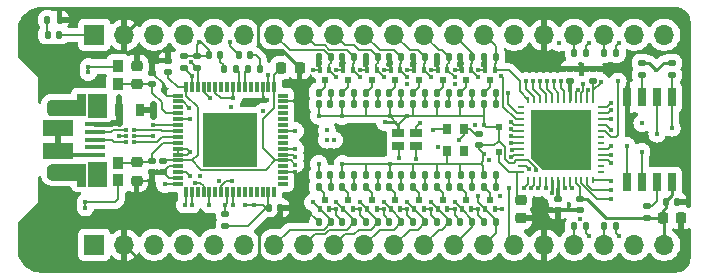
<source format=gtl>
G04 #@! TF.GenerationSoftware,KiCad,Pcbnew,7.0.7*
G04 #@! TF.CreationDate,2023-08-30T11:11:11+01:00*
G04 #@! TF.ProjectId,NB3_hindbrain,4e42335f-6869-46e6-9462-7261696e2e6b,0.0.1*
G04 #@! TF.SameCoordinates,PX4af0920PY4c4db10*
G04 #@! TF.FileFunction,Copper,L1,Top*
G04 #@! TF.FilePolarity,Positive*
%FSLAX46Y46*%
G04 Gerber Fmt 4.6, Leading zero omitted, Abs format (unit mm)*
G04 Created by KiCad (PCBNEW 7.0.7) date 2023-08-30 11:11:11*
%MOMM*%
%LPD*%
G01*
G04 APERTURE LIST*
G04 Aperture macros list*
%AMRoundRect*
0 Rectangle with rounded corners*
0 $1 Rounding radius*
0 $2 $3 $4 $5 $6 $7 $8 $9 X,Y pos of 4 corners*
0 Add a 4 corners polygon primitive as box body*
4,1,4,$2,$3,$4,$5,$6,$7,$8,$9,$2,$3,0*
0 Add four circle primitives for the rounded corners*
1,1,$1+$1,$2,$3*
1,1,$1+$1,$4,$5*
1,1,$1+$1,$6,$7*
1,1,$1+$1,$8,$9*
0 Add four rect primitives between the rounded corners*
20,1,$1+$1,$2,$3,$4,$5,0*
20,1,$1+$1,$4,$5,$6,$7,0*
20,1,$1+$1,$6,$7,$8,$9,0*
20,1,$1+$1,$8,$9,$2,$3,0*%
%AMOutline5P*
0 Free polygon, 5 corners , with rotation*
0 The origin of the aperture is its center*
0 number of corners: always 5*
0 $1 to $10 corner X, Y*
0 $11 Rotation angle, in degrees counterclockwise*
0 create outline with 5 corners*
4,1,5,$1,$2,$3,$4,$5,$6,$7,$8,$9,$10,$1,$2,$11*%
%AMOutline6P*
0 Free polygon, 6 corners , with rotation*
0 The origin of the aperture is its center*
0 number of corners: always 6*
0 $1 to $12 corner X, Y*
0 $13 Rotation angle, in degrees counterclockwise*
0 create outline with 6 corners*
4,1,6,$1,$2,$3,$4,$5,$6,$7,$8,$9,$10,$11,$12,$1,$2,$13*%
%AMOutline7P*
0 Free polygon, 7 corners , with rotation*
0 The origin of the aperture is its center*
0 number of corners: always 7*
0 $1 to $14 corner X, Y*
0 $15 Rotation angle, in degrees counterclockwise*
0 create outline with 7 corners*
4,1,7,$1,$2,$3,$4,$5,$6,$7,$8,$9,$10,$11,$12,$13,$14,$1,$2,$15*%
%AMOutline8P*
0 Free polygon, 8 corners , with rotation*
0 The origin of the aperture is its center*
0 number of corners: always 8*
0 $1 to $16 corner X, Y*
0 $17 Rotation angle, in degrees counterclockwise*
0 create outline with 8 corners*
4,1,8,$1,$2,$3,$4,$5,$6,$7,$8,$9,$10,$11,$12,$13,$14,$15,$16,$1,$2,$17*%
G04 Aperture macros list end*
G04 #@! TA.AperFunction,EtchedComponent*
%ADD10C,0.010000*%
G04 #@! TD*
G04 #@! TA.AperFunction,SMDPad,CuDef*
%ADD11RoundRect,0.135000X0.135000X0.185000X-0.135000X0.185000X-0.135000X-0.185000X0.135000X-0.185000X0*%
G04 #@! TD*
G04 #@! TA.AperFunction,SMDPad,CuDef*
%ADD12RoundRect,0.147500X0.147500X0.172500X-0.147500X0.172500X-0.147500X-0.172500X0.147500X-0.172500X0*%
G04 #@! TD*
G04 #@! TA.AperFunction,SMDPad,CuDef*
%ADD13R,0.370000X0.425000*%
G04 #@! TD*
G04 #@! TA.AperFunction,SMDPad,CuDef*
%ADD14R,1.000000X0.800000*%
G04 #@! TD*
G04 #@! TA.AperFunction,SMDPad,CuDef*
%ADD15R,0.970000X1.000000*%
G04 #@! TD*
G04 #@! TA.AperFunction,SMDPad,CuDef*
%ADD16R,0.370000X0.500000*%
G04 #@! TD*
G04 #@! TA.AperFunction,SMDPad,CuDef*
%ADD17R,0.470000X0.500000*%
G04 #@! TD*
G04 #@! TA.AperFunction,SMDPad,CuDef*
%ADD18R,0.240000X0.600000*%
G04 #@! TD*
G04 #@! TA.AperFunction,SMDPad,CuDef*
%ADD19R,0.600000X0.240000*%
G04 #@! TD*
G04 #@! TA.AperFunction,SMDPad,CuDef*
%ADD20Outline5P,-2.575000X2.575000X2.575000X2.575000X2.575000X-1.545000X1.545000X-2.575000X-2.575000X-2.575000X270.000000*%
G04 #@! TD*
G04 #@! TA.AperFunction,ComponentPad*
%ADD21C,0.450000*%
G04 #@! TD*
G04 #@! TA.AperFunction,SMDPad,CuDef*
%ADD22RoundRect,0.135000X-0.185000X0.135000X-0.185000X-0.135000X0.185000X-0.135000X0.185000X0.135000X0*%
G04 #@! TD*
G04 #@! TA.AperFunction,SMDPad,CuDef*
%ADD23RoundRect,0.140000X-0.170000X0.140000X-0.170000X-0.140000X0.170000X-0.140000X0.170000X0.140000X0*%
G04 #@! TD*
G04 #@! TA.AperFunction,SMDPad,CuDef*
%ADD24RoundRect,0.225000X-0.225000X-0.250000X0.225000X-0.250000X0.225000X0.250000X-0.225000X0.250000X0*%
G04 #@! TD*
G04 #@! TA.AperFunction,SMDPad,CuDef*
%ADD25R,0.800000X0.900000*%
G04 #@! TD*
G04 #@! TA.AperFunction,SMDPad,CuDef*
%ADD26RoundRect,0.140000X0.170000X-0.140000X0.170000X0.140000X-0.170000X0.140000X-0.170000X-0.140000X0*%
G04 #@! TD*
G04 #@! TA.AperFunction,SMDPad,CuDef*
%ADD27R,0.650000X1.650000*%
G04 #@! TD*
G04 #@! TA.AperFunction,SMDPad,CuDef*
%ADD28R,1.750000X0.400000*%
G04 #@! TD*
G04 #@! TA.AperFunction,ComponentPad*
%ADD29O,1.460000X0.730000*%
G04 #@! TD*
G04 #@! TA.AperFunction,ComponentPad*
%ADD30O,2.400000X1.200000*%
G04 #@! TD*
G04 #@! TA.AperFunction,SMDPad,CuDef*
%ADD31R,2.500000X1.425000*%
G04 #@! TD*
G04 #@! TA.AperFunction,SMDPad,CuDef*
%ADD32RoundRect,0.135000X-0.135000X-0.185000X0.135000X-0.185000X0.135000X0.185000X-0.135000X0.185000X0*%
G04 #@! TD*
G04 #@! TA.AperFunction,SMDPad,CuDef*
%ADD33RoundRect,0.140000X0.140000X0.170000X-0.140000X0.170000X-0.140000X-0.170000X0.140000X-0.170000X0*%
G04 #@! TD*
G04 #@! TA.AperFunction,SMDPad,CuDef*
%ADD34R,0.770000X1.070000*%
G04 #@! TD*
G04 #@! TA.AperFunction,SMDPad,CuDef*
%ADD35R,0.850000X0.300000*%
G04 #@! TD*
G04 #@! TA.AperFunction,SMDPad,CuDef*
%ADD36R,0.300000X0.850000*%
G04 #@! TD*
G04 #@! TA.AperFunction,SMDPad,CuDef*
%ADD37R,4.550000X4.550000*%
G04 #@! TD*
G04 #@! TA.AperFunction,SMDPad,CuDef*
%ADD38RoundRect,0.225000X-0.250000X0.225000X-0.250000X-0.225000X0.250000X-0.225000X0.250000X0.225000X0*%
G04 #@! TD*
G04 #@! TA.AperFunction,SMDPad,CuDef*
%ADD39RoundRect,0.225000X0.250000X-0.225000X0.250000X0.225000X-0.250000X0.225000X-0.250000X-0.225000X0*%
G04 #@! TD*
G04 #@! TA.AperFunction,SMDPad,CuDef*
%ADD40R,0.500000X0.600000*%
G04 #@! TD*
G04 #@! TA.AperFunction,SMDPad,CuDef*
%ADD41RoundRect,0.135000X0.185000X-0.135000X0.185000X0.135000X-0.185000X0.135000X-0.185000X-0.135000X0*%
G04 #@! TD*
G04 #@! TA.AperFunction,SMDPad,CuDef*
%ADD42RoundRect,0.147500X-0.147500X-0.172500X0.147500X-0.172500X0.147500X0.172500X-0.147500X0.172500X0*%
G04 #@! TD*
G04 #@! TA.AperFunction,ComponentPad*
%ADD43R,1.700000X1.700000*%
G04 #@! TD*
G04 #@! TA.AperFunction,ComponentPad*
%ADD44O,1.700000X1.700000*%
G04 #@! TD*
G04 #@! TA.AperFunction,ViaPad*
%ADD45C,0.450000*%
G04 #@! TD*
G04 #@! TA.AperFunction,Conductor*
%ADD46C,0.200000*%
G04 #@! TD*
G04 #@! TA.AperFunction,Conductor*
%ADD47C,0.130000*%
G04 #@! TD*
G04 #@! TA.AperFunction,Conductor*
%ADD48C,0.600000*%
G04 #@! TD*
G04 #@! TA.AperFunction,Conductor*
%ADD49C,0.500000*%
G04 #@! TD*
G04 #@! TA.AperFunction,Conductor*
%ADD50C,0.300000*%
G04 #@! TD*
G04 #@! TA.AperFunction,Conductor*
%ADD51C,0.250000*%
G04 #@! TD*
G04 #@! TA.AperFunction,Conductor*
%ADD52C,0.400000*%
G04 #@! TD*
G04 APERTURE END LIST*
D10*
X7460000Y1900000D02*
X6000000Y1900000D01*
X6000000Y3900000D01*
X7460000Y3900000D01*
X7460000Y1900000D01*
G04 #@! TA.AperFunction,EtchedComponent*
G36*
X7460000Y1900000D02*
G01*
X6000000Y1900000D01*
X6000000Y3900000D01*
X7460000Y3900000D01*
X7460000Y1900000D01*
G37*
G04 #@! TD.AperFunction*
X7460000Y-3900000D02*
X6000000Y-3900000D01*
X6000000Y-1900000D01*
X7460000Y-1900000D01*
X7460000Y-3900000D01*
G04 #@! TA.AperFunction,EtchedComponent*
G36*
X7460000Y-3900000D02*
G01*
X6000000Y-3900000D01*
X6000000Y-1900000D01*
X7460000Y-1900000D01*
X7460000Y-3900000D01*
G37*
G04 #@! TD.AperFunction*
X5750000Y2075000D02*
X2900000Y2075000D01*
X2879066Y2075548D01*
X2858189Y2077191D01*
X2837426Y2079925D01*
X2816835Y2083741D01*
X2796472Y2088630D01*
X2776393Y2094577D01*
X2756653Y2101568D01*
X2737305Y2109582D01*
X2718404Y2118597D01*
X2700000Y2128590D01*
X2682144Y2139532D01*
X2664886Y2151393D01*
X2648272Y2164142D01*
X2632348Y2177742D01*
X2617157Y2192157D01*
X2602742Y2207348D01*
X2589142Y2223272D01*
X2576393Y2239886D01*
X2564532Y2257144D01*
X2553590Y2275000D01*
X2543597Y2293404D01*
X2534582Y2312305D01*
X2526568Y2331653D01*
X2519577Y2351393D01*
X2513630Y2371472D01*
X2508741Y2391835D01*
X2504925Y2412426D01*
X2502191Y2433189D01*
X2500548Y2454066D01*
X2500000Y2475000D01*
X2500000Y2975000D01*
X2500548Y2995934D01*
X2502191Y3016811D01*
X2504925Y3037574D01*
X2508741Y3058165D01*
X2513630Y3078528D01*
X2519577Y3098607D01*
X2526568Y3118347D01*
X2534582Y3137695D01*
X2543597Y3156596D01*
X2553590Y3175000D01*
X2564532Y3192856D01*
X2576393Y3210114D01*
X2589142Y3226728D01*
X2602742Y3242652D01*
X2617157Y3257843D01*
X2632348Y3272258D01*
X2648272Y3285858D01*
X2664886Y3298607D01*
X2682144Y3310468D01*
X2700000Y3321410D01*
X2718404Y3331403D01*
X2737305Y3340418D01*
X2756653Y3348432D01*
X2776393Y3355423D01*
X2796472Y3361370D01*
X2816835Y3366259D01*
X2837426Y3370075D01*
X2858189Y3372809D01*
X2879066Y3374452D01*
X2900000Y3375000D01*
X5050000Y3375000D01*
X5050000Y3900000D01*
X5750000Y3900000D01*
X5750000Y2075000D01*
G04 #@! TA.AperFunction,EtchedComponent*
G36*
X5750000Y2075000D02*
G01*
X2900000Y2075000D01*
X2879066Y2075548D01*
X2858189Y2077191D01*
X2837426Y2079925D01*
X2816835Y2083741D01*
X2796472Y2088630D01*
X2776393Y2094577D01*
X2756653Y2101568D01*
X2737305Y2109582D01*
X2718404Y2118597D01*
X2700000Y2128590D01*
X2682144Y2139532D01*
X2664886Y2151393D01*
X2648272Y2164142D01*
X2632348Y2177742D01*
X2617157Y2192157D01*
X2602742Y2207348D01*
X2589142Y2223272D01*
X2576393Y2239886D01*
X2564532Y2257144D01*
X2553590Y2275000D01*
X2543597Y2293404D01*
X2534582Y2312305D01*
X2526568Y2331653D01*
X2519577Y2351393D01*
X2513630Y2371472D01*
X2508741Y2391835D01*
X2504925Y2412426D01*
X2502191Y2433189D01*
X2500548Y2454066D01*
X2500000Y2475000D01*
X2500000Y2975000D01*
X2500548Y2995934D01*
X2502191Y3016811D01*
X2504925Y3037574D01*
X2508741Y3058165D01*
X2513630Y3078528D01*
X2519577Y3098607D01*
X2526568Y3118347D01*
X2534582Y3137695D01*
X2543597Y3156596D01*
X2553590Y3175000D01*
X2564532Y3192856D01*
X2576393Y3210114D01*
X2589142Y3226728D01*
X2602742Y3242652D01*
X2617157Y3257843D01*
X2632348Y3272258D01*
X2648272Y3285858D01*
X2664886Y3298607D01*
X2682144Y3310468D01*
X2700000Y3321410D01*
X2718404Y3331403D01*
X2737305Y3340418D01*
X2756653Y3348432D01*
X2776393Y3355423D01*
X2796472Y3361370D01*
X2816835Y3366259D01*
X2837426Y3370075D01*
X2858189Y3372809D01*
X2879066Y3374452D01*
X2900000Y3375000D01*
X5050000Y3375000D01*
X5050000Y3900000D01*
X5750000Y3900000D01*
X5750000Y2075000D01*
G37*
G04 #@! TD.AperFunction*
X5750000Y-3900000D02*
X5050000Y-3900000D01*
X5050000Y-3375000D01*
X2900000Y-3375000D01*
X2879066Y-3374452D01*
X2858189Y-3372809D01*
X2837426Y-3370075D01*
X2816835Y-3366259D01*
X2796472Y-3361370D01*
X2776393Y-3355423D01*
X2756653Y-3348432D01*
X2737305Y-3340418D01*
X2718404Y-3331403D01*
X2700000Y-3321410D01*
X2682144Y-3310468D01*
X2664886Y-3298607D01*
X2648272Y-3285858D01*
X2632348Y-3272258D01*
X2617157Y-3257843D01*
X2602742Y-3242652D01*
X2589142Y-3226728D01*
X2576393Y-3210114D01*
X2564532Y-3192856D01*
X2553590Y-3175000D01*
X2543597Y-3156596D01*
X2534582Y-3137695D01*
X2526568Y-3118347D01*
X2519577Y-3098607D01*
X2513630Y-3078528D01*
X2508741Y-3058165D01*
X2504925Y-3037574D01*
X2502191Y-3016811D01*
X2500548Y-2995934D01*
X2500000Y-2975000D01*
X2500000Y-2475000D01*
X2500548Y-2454066D01*
X2502191Y-2433189D01*
X2504925Y-2412426D01*
X2508741Y-2391835D01*
X2513630Y-2371472D01*
X2519577Y-2351393D01*
X2526568Y-2331653D01*
X2534582Y-2312305D01*
X2543597Y-2293404D01*
X2553590Y-2275000D01*
X2564532Y-2257144D01*
X2576393Y-2239886D01*
X2589142Y-2223272D01*
X2602742Y-2207348D01*
X2617157Y-2192157D01*
X2632348Y-2177742D01*
X2648272Y-2164142D01*
X2664886Y-2151393D01*
X2682144Y-2139532D01*
X2700000Y-2128590D01*
X2718404Y-2118597D01*
X2737305Y-2109582D01*
X2756653Y-2101568D01*
X2776393Y-2094577D01*
X2796472Y-2088630D01*
X2816835Y-2083741D01*
X2837426Y-2079925D01*
X2858189Y-2077191D01*
X2879066Y-2075548D01*
X2900000Y-2075000D01*
X5750000Y-2075000D01*
X5750000Y-3900000D01*
G04 #@! TA.AperFunction,EtchedComponent*
G36*
X5750000Y-3900000D02*
G01*
X5050000Y-3900000D01*
X5050000Y-3375000D01*
X2900000Y-3375000D01*
X2879066Y-3374452D01*
X2858189Y-3372809D01*
X2837426Y-3370075D01*
X2816835Y-3366259D01*
X2796472Y-3361370D01*
X2776393Y-3355423D01*
X2756653Y-3348432D01*
X2737305Y-3340418D01*
X2718404Y-3331403D01*
X2700000Y-3321410D01*
X2682144Y-3310468D01*
X2664886Y-3298607D01*
X2648272Y-3285858D01*
X2632348Y-3272258D01*
X2617157Y-3257843D01*
X2602742Y-3242652D01*
X2589142Y-3226728D01*
X2576393Y-3210114D01*
X2564532Y-3192856D01*
X2553590Y-3175000D01*
X2543597Y-3156596D01*
X2534582Y-3137695D01*
X2526568Y-3118347D01*
X2519577Y-3098607D01*
X2513630Y-3078528D01*
X2508741Y-3058165D01*
X2504925Y-3037574D01*
X2502191Y-3016811D01*
X2500548Y-2995934D01*
X2500000Y-2975000D01*
X2500000Y-2475000D01*
X2500548Y-2454066D01*
X2502191Y-2433189D01*
X2504925Y-2412426D01*
X2508741Y-2391835D01*
X2513630Y-2371472D01*
X2519577Y-2351393D01*
X2526568Y-2331653D01*
X2534582Y-2312305D01*
X2543597Y-2293404D01*
X2553590Y-2275000D01*
X2564532Y-2257144D01*
X2576393Y-2239886D01*
X2589142Y-2223272D01*
X2602742Y-2207348D01*
X2617157Y-2192157D01*
X2632348Y-2177742D01*
X2648272Y-2164142D01*
X2664886Y-2151393D01*
X2682144Y-2139532D01*
X2700000Y-2128590D01*
X2718404Y-2118597D01*
X2737305Y-2109582D01*
X2756653Y-2101568D01*
X2776393Y-2094577D01*
X2796472Y-2088630D01*
X2816835Y-2083741D01*
X2837426Y-2079925D01*
X2858189Y-2077191D01*
X2879066Y-2075548D01*
X2900000Y-2075000D01*
X5750000Y-2075000D01*
X5750000Y-3900000D01*
G37*
G04 #@! TD.AperFunction*
D11*
X38510000Y7000000D03*
X37490000Y7000000D03*
D12*
X36485000Y-3000000D03*
X35515000Y-3000000D03*
D11*
X26510000Y-7000000D03*
X25490000Y-7000000D03*
D13*
X9837000Y-175000D03*
X9837000Y325000D03*
X9837000Y825000D03*
X9163000Y825000D03*
X9163000Y325000D03*
X9163000Y-175000D03*
D11*
X28510000Y4000000D03*
X27490000Y4000000D03*
D14*
X32250000Y550000D03*
X33750000Y550000D03*
X33750000Y-550000D03*
X32250000Y-550000D03*
D11*
X20520000Y6000000D03*
X19500000Y6000000D03*
X32510000Y-7000000D03*
X31490000Y-7000000D03*
X32510000Y4000000D03*
X31490000Y4000000D03*
X36510000Y-4000000D03*
X35490000Y-4000000D03*
D15*
X8525000Y-1950000D03*
X8525000Y-3420000D03*
D16*
X29600000Y-5900000D03*
X30400000Y-5900000D03*
D17*
X30000000Y-5100000D03*
D16*
X36400000Y5900000D03*
X35600000Y5900000D03*
D17*
X36000000Y5100000D03*
D18*
X48750000Y3400000D03*
X48250000Y3400000D03*
X47750000Y3400000D03*
X47250000Y3400000D03*
X46750000Y3400000D03*
X46250000Y3400000D03*
X45750000Y3400000D03*
X45250000Y3400000D03*
X44750000Y3400000D03*
X44250000Y3400000D03*
X43750000Y3400000D03*
X43250000Y3400000D03*
D19*
X42600000Y2750000D03*
X42600000Y2250000D03*
X42600000Y1750000D03*
X42600000Y1250000D03*
X42600000Y750000D03*
X42600000Y250000D03*
X42600000Y-250000D03*
X42600000Y-750000D03*
X42600000Y-1250000D03*
X42600000Y-1750000D03*
X42600000Y-2250000D03*
X42600000Y-2750000D03*
D18*
X43250000Y-3400000D03*
X43750000Y-3400000D03*
X44250000Y-3400000D03*
X44750000Y-3400000D03*
X45250000Y-3400000D03*
X45750000Y-3400000D03*
X46250000Y-3400000D03*
X46750000Y-3400000D03*
X47250000Y-3400000D03*
X47750000Y-3400000D03*
X48250000Y-3400000D03*
X48750000Y-3400000D03*
D19*
X49400000Y-2750000D03*
X49400000Y-2250000D03*
X49400000Y-1750000D03*
X49400000Y-1250000D03*
X49400000Y-750000D03*
X49400000Y-250000D03*
X49400000Y250000D03*
X49400000Y750000D03*
X49400000Y1250000D03*
X49400000Y1750000D03*
X49400000Y2250000D03*
X49400000Y2750000D03*
D20*
X46000000Y0D03*
D21*
X46000000Y0D03*
X47260000Y0D03*
X47260000Y-1260000D03*
X46000000Y-1260000D03*
X44740000Y-1260000D03*
X47260000Y1260000D03*
X46000000Y1260000D03*
X44740000Y1260000D03*
X44740000Y0D03*
X48325000Y0D03*
X48325000Y-1260000D03*
X43675000Y-1260000D03*
X43675000Y0D03*
X43675000Y1260000D03*
X47260000Y-2325000D03*
X46000000Y-2325000D03*
X44740000Y-2325000D03*
X47260000Y2325000D03*
X46000000Y2325000D03*
X44740000Y2325000D03*
X48325000Y1260000D03*
D12*
X26485000Y-3000000D03*
X25515000Y-3000000D03*
D11*
X30510000Y7000000D03*
X29490000Y7000000D03*
X38510000Y-4000000D03*
X37490000Y-4000000D03*
D12*
X30485000Y-3000000D03*
X29515000Y-3000000D03*
D16*
X31600000Y-5900000D03*
X32400000Y-5900000D03*
D17*
X32000000Y-5100000D03*
D22*
X14100000Y7110000D03*
X14100000Y6090000D03*
D23*
X46750000Y5960000D03*
X46750000Y5000000D03*
D12*
X30485000Y3000000D03*
X29515000Y3000000D03*
D11*
X40510000Y4000000D03*
X39490000Y4000000D03*
X26510000Y4000000D03*
X25490000Y4000000D03*
D12*
X32485000Y-3000000D03*
X31515000Y-3000000D03*
D11*
X40510000Y-7000000D03*
X39490000Y-7000000D03*
X34510000Y-4000000D03*
X33490000Y-4000000D03*
D23*
X12750000Y6710000D03*
X12750000Y5750000D03*
D24*
X54625000Y-6600000D03*
X56175000Y-6600000D03*
D22*
X52850000Y6510000D03*
X52850000Y5490000D03*
D25*
X37775000Y-925000D03*
X37775000Y925000D03*
X36325000Y925000D03*
X36325000Y-925000D03*
D26*
X12325000Y-2730000D03*
X12325000Y-1770000D03*
D27*
X55405000Y3600000D03*
X54135000Y3600000D03*
X52865000Y3600000D03*
X51595000Y3600000D03*
X51595000Y-3600000D03*
X52865000Y-3600000D03*
X54135000Y-3600000D03*
X55405000Y-3600000D03*
D16*
X39600000Y-5900000D03*
X40400000Y-5900000D03*
D17*
X40000000Y-5100000D03*
D11*
X26510000Y7000000D03*
X25490000Y7000000D03*
X50702400Y-7340600D03*
X49682400Y-7340600D03*
X48162400Y-7340600D03*
X47142400Y-7340600D03*
X26510000Y-4000000D03*
X25490000Y-4000000D03*
D16*
X40400000Y5900000D03*
X39600000Y5900000D03*
D17*
X40000000Y5100000D03*
D16*
X34400000Y5900000D03*
X33600000Y5900000D03*
D17*
X34000000Y5100000D03*
D22*
X15200000Y7110000D03*
X15200000Y6090000D03*
D12*
X40485000Y3000000D03*
X39515000Y3000000D03*
D28*
X6525000Y1300000D03*
X6525000Y650000D03*
X6525000Y0D03*
X6525000Y-650000D03*
X6525000Y-1300000D03*
D29*
X6730000Y2425000D03*
X6730000Y-2425000D03*
D30*
X3700000Y2725000D03*
X3700000Y-2725000D03*
D31*
X3450000Y962500D03*
X3450000Y-962500D03*
D12*
X34485000Y3000000D03*
X33515000Y3000000D03*
D16*
X32400000Y5900000D03*
X31600000Y5900000D03*
D17*
X32000000Y5100000D03*
D15*
X8525000Y4765000D03*
X8525000Y6235000D03*
D32*
X2538000Y10160000D03*
X3558000Y10160000D03*
D11*
X48162400Y7350000D03*
X47142400Y7350000D03*
D12*
X34485000Y-3000000D03*
X33515000Y-3000000D03*
X32485000Y3000000D03*
X31515000Y3000000D03*
D26*
X47600000Y-5980000D03*
X47600000Y-5020000D03*
D16*
X28400000Y5900000D03*
X27600000Y5900000D03*
D17*
X28000000Y5100000D03*
D33*
X22230000Y-5750000D03*
X21270000Y-5750000D03*
D12*
X19685000Y7200000D03*
X18715000Y7200000D03*
D22*
X53300000Y-5580000D03*
X53300000Y-6600000D03*
D16*
X30400000Y5900000D03*
X29600000Y5900000D03*
D17*
X30000000Y5100000D03*
D34*
X8600000Y2500000D03*
X10400000Y2500000D03*
D22*
X55400000Y6510000D03*
X55400000Y5490000D03*
D16*
X35600000Y-5900000D03*
X36400000Y-5900000D03*
D17*
X36000000Y-5100000D03*
D11*
X40510000Y-4000000D03*
X39490000Y-4000000D03*
X36510000Y7000000D03*
X35490000Y7000000D03*
X32510000Y7000000D03*
X31490000Y7000000D03*
X28510000Y-7000000D03*
X27490000Y-7000000D03*
X38500000Y-7000000D03*
X37480000Y-7000000D03*
D12*
X38485000Y-3000000D03*
X37515000Y-3000000D03*
X28485000Y-3000000D03*
X27515000Y-3000000D03*
D11*
X40510000Y7000000D03*
X39490000Y7000000D03*
X28510000Y7000000D03*
X27490000Y7000000D03*
D32*
X17480000Y6000000D03*
X18500000Y6000000D03*
D11*
X28510000Y-4000000D03*
X27490000Y-4000000D03*
X30510000Y-7000000D03*
X29490000Y-7000000D03*
D35*
X13550000Y3750000D03*
X13550000Y3250000D03*
X13550000Y2750000D03*
X13550000Y2250000D03*
X13550000Y1750000D03*
X13550000Y1250000D03*
X13550000Y750000D03*
X13550000Y250000D03*
X13550000Y-250000D03*
X13550000Y-750000D03*
X13550000Y-1250000D03*
X13550000Y-1750000D03*
X13550000Y-2250000D03*
X13550000Y-2750000D03*
X13550000Y-3250000D03*
X13550000Y-3750000D03*
D36*
X14250000Y-4450000D03*
X14750000Y-4450000D03*
X15250000Y-4450000D03*
X15750000Y-4450000D03*
X16250000Y-4450000D03*
X16750000Y-4450000D03*
X17250000Y-4450000D03*
X17750000Y-4450000D03*
X18250000Y-4450000D03*
X18750000Y-4450000D03*
X19250000Y-4450000D03*
X19750000Y-4450000D03*
X20250000Y-4450000D03*
X20750000Y-4450000D03*
X21250000Y-4450000D03*
X21750000Y-4450000D03*
D35*
X22450000Y-3750000D03*
X22450000Y-3250000D03*
X22450000Y-2750000D03*
X22450000Y-2250000D03*
X22450000Y-1750000D03*
X22450000Y-1250000D03*
X22450000Y-750000D03*
X22450000Y-250000D03*
X22450000Y250000D03*
X22450000Y750000D03*
X22450000Y1250000D03*
X22450000Y1750000D03*
X22450000Y2250000D03*
X22450000Y2750000D03*
X22450000Y3250000D03*
X22450000Y3750000D03*
D36*
X21750000Y4450000D03*
X21250000Y4450000D03*
X20750000Y4450000D03*
X20250000Y4450000D03*
X19750000Y4450000D03*
X19250000Y4450000D03*
X18750000Y4450000D03*
X18250000Y4450000D03*
X17750000Y4450000D03*
X17250000Y4450000D03*
X16750000Y4450000D03*
X16250000Y4450000D03*
X15750000Y4450000D03*
X15250000Y4450000D03*
X14750000Y4450000D03*
X14250000Y4450000D03*
D37*
X18000000Y0D03*
D11*
X30510000Y4000000D03*
X29490000Y4000000D03*
D33*
X55860000Y-5250000D03*
X54900000Y-5250000D03*
D11*
X36510000Y-7000000D03*
X35490000Y-7000000D03*
D38*
X10075000Y-1900000D03*
X10075000Y-3450000D03*
D23*
X48750000Y5980000D03*
X48750000Y5020000D03*
D12*
X40485000Y-3000000D03*
X39515000Y-3000000D03*
D16*
X33600000Y-5900000D03*
X34400000Y-5900000D03*
D17*
X34000000Y-5100000D03*
D26*
X11400000Y4720000D03*
X11400000Y5680000D03*
D16*
X26400000Y5900000D03*
X25600000Y5900000D03*
D17*
X26000000Y5100000D03*
D11*
X30510000Y-4000000D03*
X29490000Y-4000000D03*
D12*
X17185000Y7200000D03*
X16215000Y7200000D03*
D11*
X34510000Y4000000D03*
X33490000Y4000000D03*
D39*
X10100000Y4725000D03*
X10100000Y6275000D03*
D40*
X40750000Y1050000D03*
X40750000Y-1050000D03*
D11*
X34510000Y7000000D03*
X33490000Y7000000D03*
X32510000Y-4000000D03*
X31490000Y-4000000D03*
D26*
X39100000Y-480000D03*
X39100000Y480000D03*
D11*
X34510000Y-7000000D03*
X33490000Y-7000000D03*
D23*
X11350000Y-1770000D03*
X11350000Y-2730000D03*
D26*
X45750000Y-5960000D03*
X45750000Y-5000000D03*
D11*
X50702400Y7366000D03*
X49682400Y7366000D03*
D16*
X25600000Y-5900000D03*
X26400000Y-5900000D03*
D17*
X26000000Y-5100000D03*
D16*
X38400000Y5900000D03*
X37600000Y5900000D03*
D17*
X38000000Y5100000D03*
D41*
X17600000Y-7270000D03*
X17600000Y-6250000D03*
D12*
X28485000Y3000000D03*
X27515000Y3000000D03*
D16*
X37600000Y-5900000D03*
X38400000Y-5900000D03*
D17*
X38000000Y-5100000D03*
D12*
X26485000Y3000000D03*
X25515000Y3000000D03*
D24*
X22325000Y6100000D03*
X23875000Y6100000D03*
D12*
X38485000Y3000000D03*
X37515000Y3000000D03*
X36485000Y3000000D03*
X35515000Y3000000D03*
D11*
X38510000Y4000000D03*
X37490000Y4000000D03*
D38*
X42600000Y-5100000D03*
X42600000Y-6650000D03*
D16*
X27600000Y-5900000D03*
X28400000Y-5900000D03*
D17*
X28000000Y-5100000D03*
D42*
X2563000Y8900000D03*
X3533000Y8900000D03*
D11*
X36510000Y4000000D03*
X35490000Y4000000D03*
D43*
X6500000Y-8890000D03*
D44*
X9040000Y-8890000D03*
X11580000Y-8890000D03*
X14120000Y-8890000D03*
X16660000Y-8890000D03*
X19200000Y-8890000D03*
X21740000Y-8890000D03*
X24280000Y-8890000D03*
X26820000Y-8890000D03*
X29360000Y-8890000D03*
X31900000Y-8890000D03*
X34440000Y-8890000D03*
X36980000Y-8890000D03*
X39520000Y-8890000D03*
X42060000Y-8890000D03*
X44600000Y-8890000D03*
X47140000Y-8890000D03*
X49680000Y-8890000D03*
X52220000Y-8890000D03*
X54760000Y-8890000D03*
D43*
X6500000Y8890000D03*
D44*
X9040000Y8890000D03*
X11580000Y8890000D03*
X14120000Y8890000D03*
X16660000Y8890000D03*
X19200000Y8890000D03*
X21740000Y8890000D03*
X24280000Y8890000D03*
X26820000Y8890000D03*
X29360000Y8890000D03*
X31900000Y8890000D03*
X34440000Y8890000D03*
X36980000Y8890000D03*
X39520000Y8890000D03*
X42060000Y8890000D03*
X44600000Y8890000D03*
X47140000Y8890000D03*
X49680000Y8890000D03*
X52220000Y8890000D03*
X54760000Y8890000D03*
D45*
X50248907Y3079447D03*
X50256880Y2500000D03*
X50274965Y1750000D03*
X50256880Y836383D03*
X11475000Y1250000D03*
X14600000Y-3100000D03*
X11500000Y3000000D03*
X11500000Y2000000D03*
X11500000Y2500000D03*
X29000000Y-5900000D03*
X21150000Y3400000D03*
X35000000Y5900000D03*
X33000000Y5900000D03*
X14600000Y1750000D03*
X25000000Y5900000D03*
X35000000Y-5900000D03*
X16250000Y1000000D03*
X31000000Y-5900000D03*
X18250000Y-5500000D03*
X27000000Y-5900000D03*
X31000000Y5900000D03*
X12500000Y7500000D03*
X16250000Y-1000000D03*
X27000000Y5900000D03*
X16250000Y1750000D03*
X23500000Y3250000D03*
X23500000Y-2750000D03*
X39000000Y-5900000D03*
X11475000Y325000D03*
X16250000Y-1750000D03*
X41000000Y-5900000D03*
X29000000Y5900000D03*
X5200000Y-1300000D03*
X37000000Y5900000D03*
X14600000Y-1000000D03*
X37000000Y-5900000D03*
X37350000Y-50000D03*
X39000000Y5900000D03*
X33000000Y-5900000D03*
X26200000Y800000D03*
X35200000Y800000D03*
X40850000Y-4750000D03*
X14529502Y2700000D03*
X50250000Y-4250000D03*
X45750000Y-4250000D03*
X26800000Y0D03*
X26200000Y0D03*
X46750000Y4250000D03*
X54100000Y5900000D03*
X25515000Y-2030000D03*
X27500000Y2000000D03*
X15020000Y-3630000D03*
X5750000Y-5750000D03*
X19250000Y-5500000D03*
X18250000Y3500000D03*
X39532147Y-1232147D03*
X31100000Y1500000D03*
X43863569Y-2558669D03*
X31500000Y-2015000D03*
X5750000Y-5250000D03*
X27500000Y-2015000D03*
X23500000Y750000D03*
X15400000Y8250000D03*
X6000000Y5700000D03*
X20000000Y-5500000D03*
X17100000Y-3450000D03*
X55400000Y-4200000D03*
X21250000Y5500000D03*
X20800000Y2400000D03*
X25515000Y2015000D03*
X18100000Y2750000D03*
X31500000Y2000000D03*
X49400000Y4880500D03*
X33000000Y2000000D03*
X39500000Y1250000D03*
X6000000Y6200000D03*
X17950000Y8246632D03*
X23500000Y-2100000D03*
X32300000Y-1579500D03*
X50250000Y-500000D03*
X34100000Y1400000D03*
X50250000Y-1250000D03*
X33708089Y-1595500D03*
X50250000Y-2000000D03*
X40900000Y5400000D03*
X12450000Y-3750000D03*
X52850000Y-1000000D03*
X14170497Y-5500000D03*
X51595000Y-500000D03*
X41519500Y4000000D03*
X25000000Y-5300000D03*
X50250000Y-3500000D03*
X54150000Y500000D03*
X41800000Y900000D03*
X14750000Y-5500000D03*
X50250000Y-5000000D03*
X27000000Y-5300000D03*
X29000000Y-5300000D03*
X46929503Y-4100000D03*
X14649934Y6600000D03*
X14750000Y5399994D03*
X46350000Y-4100000D03*
X31000000Y-5300000D03*
X44750000Y-4100000D03*
X33000000Y-5300000D03*
X44100000Y-4100000D03*
X35000000Y-5300000D03*
X37000000Y-5300000D03*
X43450447Y-4097316D03*
X39000000Y-4800000D03*
X42854500Y-4100000D03*
X41801424Y1515312D03*
X16250000Y-5500000D03*
X55405000Y1000000D03*
X15450000Y-3050000D03*
X17600000Y-5500000D03*
X44827018Y5000000D03*
X23500000Y-1450000D03*
X23500000Y-750000D03*
X16300000Y3500000D03*
X43088509Y5000000D03*
X39000000Y5300000D03*
X43668012Y5000000D03*
X37000000Y5300000D03*
X44247515Y5000000D03*
X35000000Y5300000D03*
X41830174Y-880174D03*
X41625000Y-4100000D03*
X45406521Y5000000D03*
X18200000Y-3500000D03*
X45986024Y5000000D03*
X33000000Y5300000D03*
X31000000Y5300000D03*
X47414058Y4250000D03*
X47864856Y4681994D03*
X29000000Y5300000D03*
X48295500Y4250000D03*
X27000000Y5300000D03*
X43287181Y-2498666D03*
X45875000Y8200000D03*
X50825000Y4950000D03*
X8600000Y3600000D03*
X8600000Y1400000D03*
X8600000Y325000D03*
X8000000Y1400000D03*
X50937600Y8200000D03*
X33000000Y4700000D03*
X50925200Y-8150000D03*
X35570498Y-604500D03*
X37000000Y4700000D03*
X48400000Y8200000D03*
X38754500Y1222553D03*
X48387600Y-8150000D03*
X47600000Y-6700000D03*
X45214499Y-4471500D03*
X41800000Y320497D03*
X41806841Y-265918D03*
X39900000Y-1700000D03*
X41800000Y-1495500D03*
X52875000Y1400000D03*
D46*
X8525000Y4765000D02*
X11355000Y4765000D01*
X13550000Y2250000D02*
X12550000Y2250000D01*
X12200000Y3200000D02*
X11400000Y4000000D01*
X12200000Y2600000D02*
X12200000Y3200000D01*
X11400000Y4000000D02*
X11400000Y4720000D01*
X12550000Y2250000D02*
X12200000Y2600000D01*
X8525000Y-1950000D02*
X10025000Y-1950000D01*
X12325000Y-250000D02*
X13550000Y-250000D01*
X11350000Y-1770000D02*
X11350000Y-1225000D01*
X11350000Y-1225000D02*
X12325000Y-250000D01*
X10075000Y-1900000D02*
X11220000Y-1900000D01*
D47*
X49400000Y2750000D02*
X49912910Y2750000D01*
X50242357Y3079447D02*
X50248907Y3079447D01*
X49912910Y2750000D02*
X50242357Y3079447D01*
X50256880Y2500000D02*
X50006880Y2250000D01*
X50006880Y2250000D02*
X49400000Y2250000D01*
X50274965Y1750000D02*
X49400000Y1750000D01*
X49843263Y1250000D02*
X49400000Y1250000D01*
X50256880Y836383D02*
X49843263Y1250000D01*
X17185000Y6615000D02*
X17185000Y7200000D01*
X17480000Y6000000D02*
X17480000Y6320000D01*
X17480000Y6320000D02*
X17185000Y6615000D01*
X13550000Y1250000D02*
X11475000Y1250000D01*
X14250000Y-2750000D02*
X13550000Y-2750000D01*
X14600000Y-3100000D02*
X14250000Y-2750000D01*
D48*
X11500000Y2500000D02*
X11500000Y2000000D01*
D49*
X10400000Y2500000D02*
X11500000Y2500000D01*
D48*
X11500000Y2500000D02*
X11500000Y3000000D01*
D47*
X12175000Y825000D02*
X12250000Y750000D01*
X9837000Y825000D02*
X12175000Y825000D01*
X12250000Y750000D02*
X13550000Y750000D01*
X12250000Y250000D02*
X13550000Y250000D01*
X9837000Y-175000D02*
X11825000Y-175000D01*
X11825000Y-175000D02*
X12250000Y250000D01*
X2538000Y10160000D02*
X2538000Y8925000D01*
D50*
X45750000Y-5960000D02*
X47580000Y-5960000D01*
D47*
X35600000Y5900000D02*
X35000000Y5900000D01*
X33500000Y6510000D02*
X33610000Y6400000D01*
D51*
X20400000Y10000000D02*
X19800000Y10600000D01*
D47*
X22450000Y3250000D02*
X23500000Y3250000D01*
X29600000Y5900000D02*
X29000000Y5900000D01*
X12845000Y-3250000D02*
X12325000Y-2730000D01*
X37600000Y5900000D02*
X37000000Y5900000D01*
X25500000Y7000000D02*
X25500000Y6510000D01*
X20750000Y3700000D02*
X21050000Y3400000D01*
X33600000Y5900000D02*
X33000000Y5900000D01*
X25610000Y6400000D02*
X25610000Y5900000D01*
X29610000Y6400000D02*
X29610000Y5900000D01*
D50*
X5200000Y-1300000D02*
X6525000Y-1300000D01*
D47*
X29500000Y7000000D02*
X29500000Y6510000D01*
X21050000Y3400000D02*
X21150000Y3400000D01*
D51*
X10750000Y10600000D02*
X9040000Y8890000D01*
D47*
X12650000Y3750000D02*
X13550000Y3750000D01*
X29500000Y6510000D02*
X29610000Y6400000D01*
X41000000Y-5900000D02*
X40400000Y-5900000D01*
X36400000Y-5900000D02*
X37000000Y-5900000D01*
X12450000Y4630000D02*
X12450000Y3950000D01*
X31600000Y5900000D02*
X31000000Y5900000D01*
X27600000Y5900000D02*
X27000000Y5900000D01*
X37000000Y-6350000D02*
X37490000Y-6840000D01*
D46*
X38275000Y925000D02*
X38720000Y480000D01*
D47*
X11400000Y5680000D02*
X12450000Y4630000D01*
X14600000Y-1000000D02*
X14350000Y-750000D01*
X33500000Y7000000D02*
X33500000Y6510000D01*
X20750000Y4450000D02*
X20750000Y3700000D01*
D51*
X19800000Y10600000D02*
X10750000Y10600000D01*
D47*
X14350000Y-1250000D02*
X13550000Y-1250000D01*
X30400000Y-5900000D02*
X31000000Y-5900000D01*
X29000000Y-5900000D02*
X29000000Y-6350000D01*
X13550000Y-2250000D02*
X12805000Y-2250000D01*
X35500000Y7000000D02*
X35500000Y6510000D01*
X22450000Y-2750000D02*
X23500000Y-2750000D01*
X14350000Y-750000D02*
X13550000Y-750000D01*
X12450000Y3950000D02*
X12650000Y3750000D01*
D46*
X37775000Y925000D02*
X38275000Y925000D01*
D47*
X27000000Y-5900000D02*
X27000000Y-6350000D01*
X27490000Y6510000D02*
X27600000Y6400000D01*
X33610000Y6400000D02*
X33610000Y5900000D01*
X9837000Y325000D02*
X11475000Y325000D01*
X38400000Y-5900000D02*
X39000000Y-5900000D01*
X11000000Y-3500000D02*
X11350000Y-3150000D01*
X12805000Y-2250000D02*
X12325000Y-2730000D01*
X29000000Y-6350000D02*
X29490000Y-6840000D01*
D46*
X37775000Y375000D02*
X37350000Y-50000D01*
D47*
X25500000Y6510000D02*
X25610000Y6400000D01*
X25600000Y5900000D02*
X25000000Y5900000D01*
X32400000Y-5900000D02*
X33000000Y-5900000D01*
X39500000Y7000000D02*
X39500000Y6510000D01*
D51*
X20900000Y7600000D02*
X20400000Y8100000D01*
D47*
X33000000Y-5900000D02*
X33000000Y-6350000D01*
X18250000Y-4450000D02*
X18250000Y-5500000D01*
X39000000Y-6350000D02*
X39490000Y-6840000D01*
D51*
X23875000Y6100000D02*
X22375000Y7600000D01*
D47*
X22230000Y-5750000D02*
X22230000Y-6095000D01*
X31000000Y-5900000D02*
X31000000Y-6350000D01*
X11350000Y-3150000D02*
X11350000Y-2730000D01*
X27490000Y7000000D02*
X27490000Y6510000D01*
D51*
X10700000Y-10550000D02*
X9040000Y-8890000D01*
D47*
X24240000Y-5750000D02*
X22230000Y-5750000D01*
X27000000Y-6350000D02*
X27490000Y-6840000D01*
X37610000Y6400000D02*
X37610000Y5900000D01*
X27600000Y6400000D02*
X27600000Y5900000D01*
X13550000Y-750000D02*
X13550000Y-1250000D01*
X35000000Y-5900000D02*
X35000000Y-6350000D01*
X25490000Y-7000000D02*
X24240000Y-5750000D01*
D51*
X22230000Y-6095000D02*
X20475000Y-7850000D01*
D47*
X31490000Y7000000D02*
X31490000Y6510000D01*
X34400000Y-5900000D02*
X35000000Y-5900000D01*
X39600000Y5900000D02*
X39000000Y5900000D01*
D51*
X20475000Y-7850000D02*
X20475000Y-9975000D01*
D47*
X14600000Y-1000000D02*
X14350000Y-1250000D01*
X39610000Y6400000D02*
X39610000Y5900000D01*
X11350000Y-2730000D02*
X12325000Y-2730000D01*
X12750000Y7250000D02*
X12500000Y7500000D01*
D51*
X20475000Y-9975000D02*
X19900000Y-10550000D01*
D47*
X13550000Y1750000D02*
X14600000Y1750000D01*
X33000000Y-6350000D02*
X33490000Y-6840000D01*
X37500000Y6510000D02*
X37610000Y6400000D01*
D46*
X38720000Y480000D02*
X39100000Y480000D01*
D47*
X35610000Y6400000D02*
X35610000Y5900000D01*
D50*
X3787500Y-1300000D02*
X5200000Y-1300000D01*
D51*
X19900000Y-10550000D02*
X10700000Y-10550000D01*
D47*
X39500000Y6510000D02*
X39610000Y6400000D01*
X26400000Y-5900000D02*
X27000000Y-5900000D01*
D51*
X22375000Y7600000D02*
X20900000Y7600000D01*
D47*
X37500000Y7000000D02*
X37500000Y6510000D01*
X31600000Y6400000D02*
X31600000Y5900000D01*
X13550000Y-3250000D02*
X12845000Y-3250000D01*
X28400000Y-5900000D02*
X29000000Y-5900000D01*
X35000000Y-6350000D02*
X35490000Y-6840000D01*
X12750000Y6710000D02*
X12750000Y7250000D01*
X35500000Y6510000D02*
X35610000Y6400000D01*
D46*
X37775000Y925000D02*
X37775000Y375000D01*
D47*
X31490000Y6510000D02*
X31600000Y6400000D01*
X37000000Y-5900000D02*
X37000000Y-6350000D01*
X10125000Y-3500000D02*
X11000000Y-3500000D01*
X39000000Y-5900000D02*
X39000000Y-6350000D01*
X31000000Y-6350000D02*
X31490000Y-6840000D01*
D51*
X20400000Y8100000D02*
X20400000Y10000000D01*
D46*
X35200000Y800000D02*
X35325000Y925000D01*
D47*
X48250000Y-3830000D02*
X48670000Y-4250000D01*
X13550000Y3250000D02*
X13979502Y3250000D01*
X48670000Y-4250000D02*
X50250000Y-4250000D01*
X13979502Y3250000D02*
X14529502Y2700000D01*
D46*
X35325000Y925000D02*
X36325000Y925000D01*
D47*
X48250000Y-3400000D02*
X48250000Y-3830000D01*
D51*
X45750000Y-3400000D02*
X45750000Y-4250000D01*
X46750000Y3400000D02*
X46750000Y4250000D01*
D50*
X45750000Y-5000000D02*
X45750000Y-4250000D01*
X46750000Y5000000D02*
X46750000Y4250000D01*
D47*
X31500000Y2000000D02*
X33000000Y2000000D01*
D51*
X54650000Y-6000000D02*
X54920000Y-5730000D01*
D46*
X40750000Y-150000D02*
X40750000Y1050000D01*
D47*
X35500000Y2000000D02*
X37500000Y2000000D01*
D46*
X40320000Y-480000D02*
X40650000Y-150000D01*
D47*
X15485000Y-3630000D02*
X15020000Y-3630000D01*
X29500000Y-2015000D02*
X31500000Y-2015000D01*
D51*
X54920000Y-5180000D02*
X55405000Y-4695000D01*
D46*
X39200000Y-2015000D02*
X39400000Y-2215000D01*
D51*
X48239500Y-5020000D02*
X49819500Y-6600000D01*
D46*
X19530000Y-7270000D02*
X17600000Y-7270000D01*
X41300000Y-600000D02*
X41300000Y-1638968D01*
D51*
X31950000Y1500000D02*
X32250000Y1200000D01*
D47*
X33000000Y2000000D02*
X33500000Y2000000D01*
X15750000Y-3895000D02*
X15485000Y-3630000D01*
D46*
X36325000Y-925000D02*
X36325000Y-1940000D01*
X41611032Y-1950000D02*
X42020000Y-1950000D01*
D47*
X31500000Y-2015000D02*
X31500000Y-3000000D01*
D46*
X47250000Y-3400000D02*
X47250000Y-3650000D01*
X32250000Y1250000D02*
X33000000Y2000000D01*
X21250000Y-5730000D02*
X21250000Y-4450000D01*
D51*
X54100000Y5900000D02*
X54710000Y6510000D01*
D47*
X15750000Y-4450000D02*
X15750000Y-3895000D01*
D46*
X42220000Y-1750000D02*
X42600000Y-1750000D01*
D47*
X31500000Y2000000D02*
X31500000Y2985000D01*
X16750000Y3985000D02*
X17235000Y3500000D01*
D46*
X43863569Y-2558669D02*
X43863569Y-2363569D01*
D47*
X16215000Y7585000D02*
X16215000Y7200000D01*
X25515000Y2015000D02*
X25530000Y2000000D01*
D51*
X54625000Y-6600000D02*
X53300000Y-6600000D01*
D46*
X39400000Y-1364294D02*
X39532147Y-1232147D01*
D47*
X29500000Y-2015000D02*
X29500000Y-3000000D01*
D46*
X5750000Y-5250000D02*
X5750000Y-5750000D01*
D47*
X33500000Y2000000D02*
X35500000Y2000000D01*
D46*
X21050000Y-5750000D02*
X20800000Y-5500000D01*
X39100000Y-800000D02*
X39100000Y-480000D01*
D47*
X33500000Y-2015000D02*
X35500000Y-2015000D01*
D46*
X31500000Y2000000D02*
X32250000Y1250000D01*
X47600000Y-4000000D02*
X47600000Y-5020000D01*
D47*
X27500000Y2000000D02*
X27500000Y2985000D01*
D46*
X8250000Y-5250000D02*
X5750000Y-5250000D01*
D51*
X55405000Y-4695000D02*
X55405000Y-3600000D01*
D47*
X36325000Y-1940000D02*
X36400000Y-2015000D01*
X37500000Y2000000D02*
X37500000Y2985000D01*
X31500000Y-2015000D02*
X33500000Y-2015000D01*
D51*
X54100000Y5900000D02*
X53490000Y6510000D01*
D47*
X39200000Y-2015000D02*
X37500000Y-2015000D01*
D46*
X48750000Y3400000D02*
X48750000Y4200000D01*
D47*
X37500000Y-2015000D02*
X37500000Y-3000000D01*
D46*
X39400000Y-1815000D02*
X39400000Y-1364294D01*
D47*
X25515000Y3000000D02*
X25515000Y2015000D01*
D46*
X39532147Y-1232147D02*
X39100000Y-800000D01*
X21270000Y-5750000D02*
X21050000Y-5750000D01*
D47*
X33500000Y-2015000D02*
X33500000Y-3000000D01*
D46*
X43863569Y-2363569D02*
X43250000Y-1750000D01*
D47*
X35500000Y-2015000D02*
X35500000Y-3000000D01*
X16750000Y4450000D02*
X16750000Y3985000D01*
X14100000Y7110000D02*
X15200000Y7110000D01*
D46*
X39100000Y-480000D02*
X40320000Y-480000D01*
D47*
X17950000Y8246632D02*
X17950000Y7965000D01*
D51*
X54650000Y-6575000D02*
X54650000Y-6000000D01*
X54920000Y-5730000D02*
X54920000Y-5250000D01*
D46*
X42020000Y-1950000D02*
X42220000Y-1750000D01*
D51*
X49819500Y-6600000D02*
X53300000Y-6600000D01*
D47*
X25530000Y2000000D02*
X27500000Y2000000D01*
X15200000Y7110000D02*
X16125000Y7110000D01*
D46*
X43250000Y-1750000D02*
X42600000Y-1750000D01*
X39500000Y2000000D02*
X39500000Y1250000D01*
D47*
X35500000Y-2015000D02*
X36400000Y-2015000D01*
X22450000Y750000D02*
X23500000Y750000D01*
D46*
X8500000Y6200000D02*
X6000000Y6200000D01*
D47*
X33500000Y2000000D02*
X33500000Y2985000D01*
D46*
X49400000Y4850000D02*
X48750000Y4200000D01*
D47*
X27500000Y2000000D02*
X29500000Y2000000D01*
D46*
X32250000Y1250000D02*
X32250000Y550000D01*
X39200000Y-2015000D02*
X39400000Y-1815000D01*
D47*
X17950000Y7965000D02*
X18715000Y7200000D01*
X17235000Y3500000D02*
X18250000Y3500000D01*
D46*
X8525000Y-4975000D02*
X8250000Y-5250000D01*
D47*
X27500000Y-2015000D02*
X27500000Y-3000000D01*
D46*
X18250000Y3500000D02*
X18250000Y4450000D01*
X21250000Y4450000D02*
X21250000Y5500000D01*
D47*
X15550000Y8250000D02*
X16215000Y7585000D01*
X15400000Y8250000D02*
X15550000Y8250000D01*
X27500000Y-2015000D02*
X29500000Y-2015000D01*
D46*
X20800000Y-5500000D02*
X20000000Y-5500000D01*
X21050000Y-5750000D02*
X19530000Y-7270000D01*
X39700000Y1050000D02*
X39500000Y1250000D01*
X47250000Y-3650000D02*
X47600000Y-4000000D01*
X20000000Y-5500000D02*
X19250000Y-5500000D01*
D51*
X53490000Y6510000D02*
X52850000Y6510000D01*
D47*
X36400000Y-2015000D02*
X37500000Y-2015000D01*
X29500000Y2000000D02*
X31500000Y2000000D01*
X15400000Y8250000D02*
X15200000Y8050000D01*
D46*
X40850000Y-150000D02*
X41300000Y-600000D01*
X39400000Y-2215000D02*
X39400000Y-2900000D01*
X6000000Y6200000D02*
X6000000Y5700000D01*
D47*
X29500000Y2000000D02*
X29500000Y2985000D01*
D46*
X39500000Y2000000D02*
X39500000Y2985000D01*
X41300000Y-1638968D02*
X41611032Y-1950000D01*
D47*
X25515000Y-3015000D02*
X25515000Y-2030000D01*
D51*
X54760000Y-8890000D02*
X54760000Y-6735000D01*
D46*
X40750000Y1050000D02*
X39700000Y1050000D01*
X48750000Y4200000D02*
X48750000Y5020000D01*
X8525000Y-3420000D02*
X8525000Y-4975000D01*
D51*
X47600000Y-5020000D02*
X48239500Y-5020000D01*
D47*
X15200000Y8050000D02*
X15200000Y7110000D01*
X37500000Y2000000D02*
X39500000Y2000000D01*
X35500000Y2000000D02*
X35500000Y2985000D01*
D46*
X49400000Y4880500D02*
X49400000Y4850000D01*
D51*
X54710000Y6510000D02*
X55400000Y6510000D01*
X31100000Y1500000D02*
X31950000Y1500000D01*
X32250000Y1200000D02*
X32250000Y550000D01*
D46*
X21025000Y-2550000D02*
X21825000Y-1750000D01*
X15550000Y-2550000D02*
X21025000Y-2550000D01*
D47*
X12750000Y5250000D02*
X13550000Y4450000D01*
D46*
X14250000Y3750000D02*
X15250000Y2750000D01*
X15245000Y-1255000D02*
X14750000Y-1750000D01*
X21825000Y-1750000D02*
X22450000Y-1750000D01*
X15250000Y1500000D02*
X15245000Y1495000D01*
X15250000Y2750000D02*
X15250000Y1500000D01*
D47*
X23150000Y-1750000D02*
X22450000Y-1750000D01*
D46*
X21750000Y4450000D02*
X21750000Y5525000D01*
X21750000Y4450000D02*
X21750000Y2706532D01*
X14250000Y4450000D02*
X14250000Y3750000D01*
X14750000Y-1750000D02*
X15550000Y-2550000D01*
X13550000Y-1750000D02*
X14750000Y-1750000D01*
D47*
X12750000Y5750000D02*
X12750000Y5250000D01*
D46*
X21750000Y2706532D02*
X20800000Y1756532D01*
X20800000Y-725000D02*
X21825000Y-1750000D01*
D47*
X13550000Y4450000D02*
X14250000Y4450000D01*
D46*
X20800000Y1756532D02*
X20800000Y-725000D01*
X15245000Y1495000D02*
X15245000Y-1255000D01*
X21750000Y5525000D02*
X22325000Y6100000D01*
D47*
X23500000Y-2100000D02*
X23150000Y-1750000D01*
D46*
X13550000Y-1750000D02*
X12345000Y-1750000D01*
D47*
X49400000Y-750000D02*
X50000000Y-750000D01*
X32300000Y-1579500D02*
X32300000Y-600000D01*
X50000000Y-750000D02*
X50250000Y-500000D01*
X49400000Y-1250000D02*
X50250000Y-1250000D01*
X33750000Y1050000D02*
X33750000Y550000D01*
X34100000Y1400000D02*
X33750000Y1050000D01*
X49400000Y-1750000D02*
X50000000Y-1750000D01*
X50000000Y-1750000D02*
X50250000Y-2000000D01*
X33708089Y-1595500D02*
X33708089Y-591911D01*
X42170000Y1740000D02*
X42600000Y1740000D01*
X41100000Y2810000D02*
X42170000Y1740000D01*
X40900000Y5400000D02*
X41100000Y5200000D01*
X12450000Y-3750000D02*
X13550000Y-3750000D01*
X41100000Y5200000D02*
X41100000Y2810000D01*
X52865000Y-3600000D02*
X52865000Y-1015000D01*
X52865000Y-1015000D02*
X52850000Y-1000000D01*
X42300000Y2240000D02*
X42600000Y2240000D01*
X14250000Y-5420497D02*
X14250000Y-4450000D01*
X42325000Y2250000D02*
X42600000Y2250000D01*
X51595000Y-500000D02*
X51595000Y-3600000D01*
X41519500Y4000000D02*
X41519500Y3020500D01*
X14170497Y-5500000D02*
X14250000Y-5420497D01*
X41519500Y3020500D02*
X42300000Y2240000D01*
X48750000Y-3400000D02*
X50150000Y-3400000D01*
X50150000Y-3400000D02*
X50250000Y-3500000D01*
X25595000Y-5895000D02*
X25000000Y-5300000D01*
X25600000Y-5900000D02*
X26510000Y-6810000D01*
X23030000Y-7600000D02*
X21740000Y-8890000D01*
X26510000Y-7000000D02*
X25910000Y-7600000D01*
X25910000Y-7600000D02*
X23030000Y-7600000D01*
X41950000Y750000D02*
X42600000Y750000D01*
X54135000Y515000D02*
X54135000Y3600000D01*
X14750000Y-4450000D02*
X14750000Y-5500000D01*
X41800000Y900000D02*
X41950000Y750000D01*
X54150000Y500000D02*
X54135000Y515000D01*
X26400000Y-7600000D02*
X26000000Y-8000000D01*
X27595000Y-5895000D02*
X27000000Y-5300000D01*
X26000000Y-8000000D02*
X25170000Y-8000000D01*
X25170000Y-8000000D02*
X24280000Y-8890000D01*
X27600000Y-5900000D02*
X28510000Y-6810000D01*
X27910000Y-7600000D02*
X26400000Y-7600000D01*
X28510000Y-7000000D02*
X27910000Y-7600000D01*
X47750000Y-3697696D02*
X49052304Y-5000000D01*
X49052304Y-5000000D02*
X50250000Y-5000000D01*
X47750000Y-3400000D02*
X47750000Y-3697696D01*
X27710000Y-8000000D02*
X26820000Y-8890000D01*
X28500000Y-8000000D02*
X27710000Y-8000000D01*
X29600000Y-5965000D02*
X30510000Y-6875000D01*
X46750000Y-3400000D02*
X46750000Y-3920497D01*
X29600000Y-5900000D02*
X29000000Y-5300000D01*
X30510000Y-7000000D02*
X29910000Y-7600000D01*
X28900000Y-7600000D02*
X28500000Y-8000000D01*
X46750000Y-3920497D02*
X46929503Y-4100000D01*
X29910000Y-7600000D02*
X28900000Y-7600000D01*
X15159934Y6090000D02*
X14649934Y6600000D01*
X15250000Y6048839D02*
X15250000Y4450000D01*
X14750000Y5399994D02*
X14750000Y5440000D01*
X14750000Y5440000D02*
X14100000Y6090000D01*
X14750000Y5399994D02*
X14750000Y4450000D01*
X46250000Y-4000000D02*
X46350000Y-4100000D01*
X31600000Y-5900000D02*
X31000000Y-5300000D01*
X46250000Y-3400000D02*
X46250000Y-4000000D01*
X32510000Y-7000000D02*
X31910000Y-7600000D01*
X30650000Y-7600000D02*
X29360000Y-8890000D01*
X31600000Y-5900000D02*
X32510000Y-6810000D01*
X31910000Y-7600000D02*
X30650000Y-7600000D01*
X33600000Y-5900000D02*
X33000000Y-5300000D01*
X33910000Y-7600000D02*
X33190000Y-7600000D01*
X34510000Y-7000000D02*
X33910000Y-7600000D01*
X33595000Y-5895000D02*
X34505000Y-6805000D01*
X44750000Y-4100000D02*
X44750000Y-3400000D01*
X33190000Y-7600000D02*
X31900000Y-8890000D01*
X35600000Y-5900000D02*
X35000000Y-5300000D01*
X44250000Y-3950000D02*
X44250000Y-3400000D01*
X34440000Y-8810000D02*
X35650000Y-7600000D01*
X35600000Y-5895000D02*
X36510000Y-6805000D01*
X35910000Y-7600000D02*
X36510000Y-7000000D01*
X35650000Y-7600000D02*
X35910000Y-7600000D01*
X44100000Y-4100000D02*
X44250000Y-3950000D01*
X20200000Y7200000D02*
X19685000Y7200000D01*
X20520000Y6000000D02*
X20520000Y6880000D01*
X20520000Y6880000D02*
X20200000Y7200000D01*
X38510000Y-7000000D02*
X38510000Y-7360000D01*
X37600000Y-5895000D02*
X38510000Y-6805000D01*
X43450447Y-4097316D02*
X43750000Y-3797763D01*
X37600000Y-5900000D02*
X37000000Y-5300000D01*
X38510000Y-7360000D02*
X36980000Y-8890000D01*
X43750000Y-3797763D02*
X43750000Y-3400000D01*
X43250000Y-3704500D02*
X43250000Y-3400000D01*
X40510000Y-7000000D02*
X40510000Y-7900000D01*
X42854500Y-4100000D02*
X43250000Y-3704500D01*
X40510000Y-7900000D02*
X39520000Y-8890000D01*
X39000000Y-5300000D02*
X39000000Y-4800000D01*
X39600000Y-5900000D02*
X40510000Y-6810000D01*
X39600000Y-5900000D02*
X39000000Y-5300000D01*
X55405000Y5485000D02*
X55405000Y3600000D01*
X16250000Y-4450000D02*
X16250000Y-5500000D01*
X55405000Y1000000D02*
X55405000Y3600000D01*
X41801424Y1515312D02*
X42066736Y1250000D01*
X42066736Y1250000D02*
X42600000Y1250000D01*
X17600000Y-5500000D02*
X17600000Y-6250000D01*
X44827018Y4322982D02*
X44827018Y5000000D01*
X17750000Y-5350000D02*
X17600000Y-5500000D01*
X45250000Y3400000D02*
X45250000Y3900000D01*
X45250000Y3900000D02*
X44827018Y4322982D01*
X17750000Y-4450000D02*
X17750000Y-5350000D01*
X22450000Y-1250000D02*
X23300000Y-1250000D01*
X23300000Y-1250000D02*
X23500000Y-1450000D01*
X23500000Y-750000D02*
X22450000Y-750000D01*
X19250000Y5750000D02*
X19250000Y4450000D01*
X19500000Y6000000D02*
X19250000Y5750000D01*
X18750000Y5750000D02*
X18750000Y4450000D01*
X18500000Y6000000D02*
X18750000Y5750000D01*
X15750000Y4450000D02*
X15750000Y4050000D01*
X15750000Y4050000D02*
X16300000Y3500000D01*
X7900000Y650000D02*
X8075000Y825000D01*
X6525000Y650000D02*
X7900000Y650000D01*
X8075000Y825000D02*
X9163000Y825000D01*
X8000000Y0D02*
X8175000Y-175000D01*
X8175000Y-175000D02*
X9163000Y-175000D01*
X6525000Y0D02*
X8000000Y0D01*
X26510000Y4000000D02*
X26510000Y3025000D01*
X42509006Y5014467D02*
X42509006Y5000000D01*
X40500000Y6505000D02*
X40390000Y6395000D01*
X42509006Y5000000D02*
X42509006Y4140994D01*
X40390000Y6395000D02*
X40390000Y5895000D01*
X42509006Y4140994D02*
X43250000Y3400000D01*
X40510000Y7000000D02*
X40510000Y7900000D01*
X40510000Y7900000D02*
X39520000Y8890000D01*
X41623473Y5900000D02*
X42509006Y5014467D01*
X40500000Y6995000D02*
X40500000Y6505000D01*
X40400000Y5900000D02*
X41623473Y5900000D01*
X43750000Y3650000D02*
X43750000Y3400000D01*
X43088509Y4311491D02*
X43750000Y3650000D01*
X38405000Y5895000D02*
X39000000Y5300000D01*
X43088509Y5000000D02*
X43088509Y4311491D01*
X38500000Y6995000D02*
X38500000Y6505000D01*
X38510000Y7000000D02*
X38510000Y7360000D01*
X38390000Y6395000D02*
X38390000Y5895000D01*
X38500000Y6505000D02*
X38390000Y6395000D01*
X38510000Y7360000D02*
X36980000Y8890000D01*
X35650000Y7600000D02*
X35910000Y7600000D01*
X44250000Y3400000D02*
X44250000Y3750000D01*
X44250000Y3750000D02*
X43668012Y4331988D01*
X43668012Y4331988D02*
X43668012Y5000000D01*
X36500000Y6995000D02*
X36500000Y6505000D01*
X34440000Y8810000D02*
X35650000Y7600000D01*
X36500000Y6505000D02*
X36390000Y6395000D01*
X35910000Y7600000D02*
X36510000Y7000000D01*
X36390000Y6395000D02*
X36390000Y5895000D01*
X36405000Y5895000D02*
X37000000Y5300000D01*
X34400000Y5900000D02*
X35000000Y5300000D01*
X44750000Y3850000D02*
X44247515Y4352485D01*
X34390000Y6395000D02*
X34390000Y5895000D01*
X34500000Y6505000D02*
X34390000Y6395000D01*
X44247515Y4352485D02*
X44247515Y5000000D01*
X34510000Y7000000D02*
X33910000Y7600000D01*
X44750000Y3400000D02*
X44750000Y3850000D01*
X33910000Y7600000D02*
X33190000Y7600000D01*
X33190000Y7600000D02*
X31900000Y8890000D01*
X34500000Y6995000D02*
X34500000Y6505000D01*
X41625000Y-4100000D02*
X41625000Y-8455000D01*
X41830174Y-880174D02*
X41960348Y-750000D01*
X41960348Y-750000D02*
X42600000Y-750000D01*
X18200000Y-3500000D02*
X17645000Y-3500000D01*
X45406521Y4343479D02*
X45406521Y5000000D01*
X17645000Y-3500000D02*
X17250000Y-3895000D01*
X45750000Y4000000D02*
X45406521Y4343479D01*
X17250000Y-3895000D02*
X17250000Y-4450000D01*
X45750000Y3400000D02*
X45750000Y4000000D01*
X45986024Y4413976D02*
X45986024Y5000000D01*
X46250000Y3400000D02*
X46250000Y4150000D01*
X32500000Y7000000D02*
X32500000Y6510000D01*
X46250000Y4150000D02*
X45986024Y4413976D01*
X32510000Y7000000D02*
X31910000Y7600000D01*
X32390000Y6400000D02*
X32390000Y5900000D01*
X31910000Y7600000D02*
X30650000Y7600000D01*
X30650000Y7600000D02*
X29360000Y8890000D01*
X32400000Y5900000D02*
X33000000Y5300000D01*
X32500000Y6510000D02*
X32390000Y6400000D01*
X30500000Y7000000D02*
X30500000Y6510000D01*
X47414058Y4250000D02*
X47250000Y4085942D01*
X30510000Y7000000D02*
X29910000Y7600000D01*
X30400000Y5900000D02*
X31000000Y5300000D01*
X27710000Y8000000D02*
X26820000Y8890000D01*
X29910000Y7600000D02*
X28900000Y7600000D01*
X30390000Y6400000D02*
X30390000Y5900000D01*
X30500000Y6510000D02*
X30390000Y6400000D01*
X47250000Y4085942D02*
X47250000Y3400000D01*
X28500000Y8000000D02*
X27710000Y8000000D01*
X28900000Y7600000D02*
X28500000Y8000000D01*
X28400000Y5900000D02*
X29000000Y5300000D01*
X28500000Y6510000D02*
X28390000Y6400000D01*
X28500000Y7000000D02*
X28500000Y6510000D01*
X28390000Y6400000D02*
X28390000Y5900000D01*
X26000000Y8000000D02*
X25170000Y8000000D01*
X28510000Y7000000D02*
X27910000Y7600000D01*
X47750000Y3991972D02*
X47864856Y4106828D01*
X26400000Y7600000D02*
X26000000Y8000000D01*
X25170000Y8000000D02*
X24280000Y8890000D01*
X47864856Y4106828D02*
X47864856Y4681994D01*
X27910000Y7600000D02*
X26400000Y7600000D01*
X47750000Y3400000D02*
X47750000Y3991972D01*
X23030000Y7600000D02*
X21740000Y8890000D01*
X48295500Y4250000D02*
X48250000Y4204500D01*
X26400000Y6400000D02*
X26400000Y5900000D01*
X26510000Y7000000D02*
X25910000Y7600000D01*
X48250000Y4204500D02*
X48250000Y3400000D01*
X26400000Y5900000D02*
X27000000Y5300000D01*
X26510000Y6510000D02*
X26400000Y6400000D01*
X25910000Y7600000D02*
X23030000Y7600000D01*
X26510000Y7000000D02*
X26510000Y6510000D01*
X26500000Y-4000000D02*
X26500000Y-3025000D01*
X43038515Y-2250000D02*
X43287181Y-2498666D01*
X42600000Y-2250000D02*
X43038515Y-2250000D01*
X50825000Y4950000D02*
X50825000Y425000D01*
X49400000Y750000D02*
X49750000Y750000D01*
X49750000Y750000D02*
X50250000Y250000D01*
X50825000Y425000D02*
X50650000Y250000D01*
X50650000Y250000D02*
X50250000Y250000D01*
D48*
X8600000Y2500000D02*
X8600000Y1400000D01*
D47*
X3543000Y8890000D02*
X6500000Y8890000D01*
D52*
X7900000Y1300000D02*
X6525000Y1300000D01*
D49*
X8600000Y3600000D02*
X8600000Y2500000D01*
X8000000Y1400000D02*
X8600000Y1400000D01*
D46*
X8600000Y325000D02*
X9163000Y325000D01*
D47*
X52865000Y5475000D02*
X52865000Y3600000D01*
X54135000Y-5165000D02*
X54135000Y-3600000D01*
X53300000Y-5580000D02*
X53720000Y-5580000D01*
X53720000Y-5580000D02*
X54135000Y-5165000D01*
X50700000Y7962400D02*
X50937600Y8200000D01*
X50700000Y7350000D02*
X50700000Y7962400D01*
X50687600Y-7912400D02*
X50925200Y-8150000D01*
X50687600Y-7300000D02*
X50687600Y-7912400D01*
X48162400Y7350000D02*
X48162400Y7962400D01*
X48162400Y7962400D02*
X48400000Y8200000D01*
X48150000Y-7300000D02*
X48150000Y-7850000D01*
X48150000Y-7850000D02*
X48150000Y-7912400D01*
X48150000Y-7912400D02*
X48387600Y-8150000D01*
X28500000Y4000000D02*
X28500000Y3025000D01*
X28500000Y-4000000D02*
X28500000Y-3025000D01*
X30500000Y4000000D02*
X30500000Y3025000D01*
X30500000Y-4000000D02*
X30500000Y-3025000D01*
D46*
X40750000Y-1050000D02*
X40750000Y-1850000D01*
X42600000Y-2750000D02*
X42300000Y-2750000D01*
X41650000Y-2750000D02*
X42600000Y-2750000D01*
X42300000Y-2750000D02*
X42300000Y-4800000D01*
X40750000Y-1850000D02*
X41650000Y-2750000D01*
D51*
X45250000Y-4435999D02*
X45250000Y-3400000D01*
X45214499Y-4471500D02*
X45250000Y-4435999D01*
D47*
X32500000Y-4000000D02*
X32500000Y-3025000D01*
X34500000Y3995000D02*
X34500000Y3020000D01*
X34500000Y-4000000D02*
X34500000Y-3025000D01*
X36500000Y3995000D02*
X36500000Y3020000D01*
X36500000Y-4000000D02*
X36500000Y-3025000D01*
X38500000Y3995000D02*
X38500000Y3020000D01*
X38500000Y-4000000D02*
X38500000Y-3025000D01*
X40500000Y3995000D02*
X40500000Y3020000D01*
X40500000Y-3987500D02*
X40500000Y-3012500D01*
X32500000Y4000000D02*
X32500000Y3025000D01*
X41800000Y320497D02*
X41870497Y250000D01*
X41870497Y250000D02*
X42600000Y250000D01*
X41822759Y-250000D02*
X42600000Y-250000D01*
X41806841Y-265918D02*
X41822759Y-250000D01*
X42045500Y-1250000D02*
X42600000Y-1250000D01*
X41800000Y-1495500D02*
X42045500Y-1250000D01*
X47140000Y7352400D02*
X47140000Y8890000D01*
X49680000Y7352400D02*
X49680000Y8890000D01*
X47140000Y-7352400D02*
X47140000Y-8890000D01*
X49680000Y-7352400D02*
X49680000Y-8890000D01*
X26000000Y5100000D02*
X26000000Y4510000D01*
X26000000Y4510000D02*
X25490000Y4000000D01*
X25990000Y-5100000D02*
X25990000Y-4510000D01*
X25990000Y-4510000D02*
X25480000Y-4000000D01*
X27990000Y4510000D02*
X27480000Y4000000D01*
X27990000Y5100000D02*
X27990000Y4510000D01*
X27990000Y-5100000D02*
X27990000Y-4510000D01*
X27990000Y-4510000D02*
X27480000Y-4000000D01*
X29990000Y5100000D02*
X29990000Y4510000D01*
X29990000Y4510000D02*
X29480000Y4000000D01*
X29990000Y-5100000D02*
X29990000Y-4510000D01*
X29990000Y-4510000D02*
X29480000Y-4000000D01*
X31990000Y4510000D02*
X31480000Y4000000D01*
X31990000Y5100000D02*
X31990000Y4510000D01*
X31990000Y-4510000D02*
X31480000Y-4000000D01*
X31990000Y-5100000D02*
X31990000Y-4510000D01*
X33990000Y4505000D02*
X33480000Y3995000D01*
X33990000Y5095000D02*
X33990000Y4505000D01*
X33990000Y-4510000D02*
X33480000Y-4000000D01*
X33990000Y-5100000D02*
X33990000Y-4510000D01*
X35990000Y4505000D02*
X35480000Y3995000D01*
X35990000Y5095000D02*
X35990000Y4505000D01*
X35990000Y-5100000D02*
X35990000Y-4510000D01*
X35990000Y-4510000D02*
X35480000Y-4000000D01*
X37990000Y4505000D02*
X37480000Y3995000D01*
X37990000Y5095000D02*
X37990000Y4505000D01*
X37990000Y-4510000D02*
X37480000Y-4000000D01*
X37990000Y-5100000D02*
X37990000Y-4510000D01*
X39990000Y5095000D02*
X39990000Y4505000D01*
X39990000Y4505000D02*
X39480000Y3995000D01*
X39990000Y-5087500D02*
X39990000Y-4497500D01*
X39990000Y-4497500D02*
X39480000Y-3987500D01*
G04 #@! TA.AperFunction,Conductor*
G36*
X11887262Y-2509067D02*
G01*
X11888245Y-2506796D01*
X11895398Y-2509891D01*
X11895403Y-2509894D01*
X11919993Y-2517038D01*
X12052741Y-2555605D01*
X12052744Y-2555605D01*
X12052746Y-2555606D01*
X12061938Y-2556329D01*
X12089513Y-2558500D01*
X12451000Y-2558500D01*
X12518039Y-2578185D01*
X12563794Y-2630989D01*
X12575000Y-2682500D01*
X12575000Y-2856000D01*
X12555315Y-2923039D01*
X12502511Y-2968794D01*
X12451000Y-2980000D01*
X11600000Y-2980000D01*
X11600000Y-3508790D01*
X11603832Y-3512333D01*
X11658890Y-3523901D01*
X11708645Y-3572953D01*
X11723983Y-3641118D01*
X11723459Y-3647036D01*
X11711859Y-3749995D01*
X11711859Y-3750003D01*
X11730364Y-3914246D01*
X11784958Y-4070268D01*
X11867613Y-4201812D01*
X11872898Y-4210223D01*
X11989777Y-4327102D01*
X12036604Y-4356525D01*
X12116574Y-4406774D01*
X12129733Y-4415042D01*
X12285748Y-4469634D01*
X12285751Y-4469634D01*
X12285753Y-4469635D01*
X12449996Y-4488141D01*
X12450000Y-4488141D01*
X12450004Y-4488141D01*
X12614246Y-4469635D01*
X12614247Y-4469634D01*
X12614252Y-4469634D01*
X12770267Y-4415042D01*
X12822872Y-4381987D01*
X12890106Y-4362987D01*
X12932177Y-4370800D01*
X13015792Y-4401987D01*
X13015795Y-4401987D01*
X13015799Y-4401989D01*
X13045270Y-4405157D01*
X13076345Y-4408499D01*
X13076362Y-4408500D01*
X13467500Y-4408500D01*
X13534539Y-4428185D01*
X13580294Y-4480989D01*
X13591500Y-4532500D01*
X13591500Y-4923654D01*
X13597838Y-4982594D01*
X13585433Y-5051354D01*
X13579543Y-5061822D01*
X13505455Y-5179731D01*
X13450861Y-5335753D01*
X13432356Y-5499996D01*
X13432356Y-5500000D01*
X13450861Y-5664246D01*
X13450862Y-5664251D01*
X13450863Y-5664252D01*
X13457497Y-5683211D01*
X13505455Y-5820268D01*
X13573782Y-5929009D01*
X13593395Y-5960223D01*
X13710274Y-6077102D01*
X13772987Y-6116507D01*
X13850226Y-6165040D01*
X13850230Y-6165042D01*
X14006245Y-6219634D01*
X14006248Y-6219634D01*
X14006250Y-6219635D01*
X14170493Y-6238141D01*
X14170497Y-6238141D01*
X14170501Y-6238141D01*
X14334745Y-6219635D01*
X14334747Y-6219634D01*
X14334749Y-6219634D01*
X14419293Y-6190049D01*
X14489071Y-6186487D01*
X14501203Y-6190050D01*
X14565643Y-6212599D01*
X14585751Y-6219635D01*
X14749996Y-6238141D01*
X14750000Y-6238141D01*
X14750004Y-6238141D01*
X14914246Y-6219635D01*
X14914247Y-6219634D01*
X14914252Y-6219634D01*
X15070267Y-6165042D01*
X15210223Y-6077102D01*
X15327102Y-5960223D01*
X15395006Y-5852153D01*
X15447341Y-5805863D01*
X15516394Y-5795215D01*
X15580243Y-5823590D01*
X15604993Y-5852153D01*
X15672898Y-5960223D01*
X15789777Y-6077102D01*
X15852490Y-6116507D01*
X15929729Y-6165040D01*
X15929733Y-6165042D01*
X16085748Y-6219634D01*
X16085751Y-6219634D01*
X16085753Y-6219635D01*
X16249996Y-6238141D01*
X16250000Y-6238141D01*
X16250004Y-6238141D01*
X16414246Y-6219635D01*
X16414247Y-6219634D01*
X16414252Y-6219634D01*
X16570267Y-6165042D01*
X16570269Y-6165040D01*
X16570271Y-6165040D01*
X16581526Y-6157968D01*
X16648762Y-6138966D01*
X16715598Y-6159332D01*
X16760813Y-6212599D01*
X16771500Y-6262959D01*
X16771501Y-6449989D01*
X16771501Y-6449988D01*
X16774371Y-6486466D01*
X16774371Y-6486467D01*
X16819729Y-6642591D01*
X16819732Y-6642598D01*
X16851833Y-6696879D01*
X16869016Y-6764603D01*
X16851834Y-6823119D01*
X16819731Y-6877402D01*
X16819730Y-6877405D01*
X16774372Y-7033527D01*
X16774370Y-7033539D01*
X16771500Y-7070008D01*
X16771500Y-7070011D01*
X16771500Y-7250768D01*
X16771501Y-7407500D01*
X16751817Y-7474539D01*
X16699013Y-7520294D01*
X16647501Y-7531500D01*
X16547431Y-7531500D01*
X16325362Y-7568556D01*
X16112430Y-7641656D01*
X16112419Y-7641661D01*
X15914427Y-7748808D01*
X15914422Y-7748812D01*
X15736761Y-7887092D01*
X15736756Y-7887097D01*
X15584284Y-8052723D01*
X15584276Y-8052734D01*
X15493808Y-8191206D01*
X15440662Y-8236562D01*
X15371431Y-8245986D01*
X15308095Y-8216484D01*
X15286192Y-8191206D01*
X15195723Y-8052734D01*
X15195715Y-8052723D01*
X15043243Y-7887097D01*
X15043238Y-7887092D01*
X14865577Y-7748812D01*
X14865572Y-7748808D01*
X14667580Y-7641661D01*
X14667577Y-7641659D01*
X14667574Y-7641658D01*
X14667571Y-7641657D01*
X14667569Y-7641656D01*
X14454637Y-7568556D01*
X14232569Y-7531500D01*
X14007431Y-7531500D01*
X13785362Y-7568556D01*
X13572430Y-7641656D01*
X13572419Y-7641661D01*
X13374427Y-7748808D01*
X13374422Y-7748812D01*
X13196761Y-7887092D01*
X13196756Y-7887097D01*
X13044284Y-8052723D01*
X13044276Y-8052734D01*
X12953808Y-8191206D01*
X12900662Y-8236562D01*
X12831431Y-8245986D01*
X12768095Y-8216484D01*
X12746192Y-8191206D01*
X12655723Y-8052734D01*
X12655715Y-8052723D01*
X12503243Y-7887097D01*
X12503238Y-7887092D01*
X12325577Y-7748812D01*
X12325572Y-7748808D01*
X12127580Y-7641661D01*
X12127577Y-7641659D01*
X12127574Y-7641658D01*
X12127571Y-7641657D01*
X12127569Y-7641656D01*
X11914637Y-7568556D01*
X11692569Y-7531500D01*
X11467431Y-7531500D01*
X11245362Y-7568556D01*
X11032430Y-7641656D01*
X11032419Y-7641661D01*
X10834427Y-7748808D01*
X10834422Y-7748812D01*
X10656761Y-7887092D01*
X10656756Y-7887097D01*
X10504284Y-8052723D01*
X10504276Y-8052734D01*
X10410251Y-8196650D01*
X10357105Y-8242007D01*
X10287873Y-8251430D01*
X10224538Y-8221928D01*
X10204868Y-8199951D01*
X10078113Y-8018926D01*
X10078108Y-8018920D01*
X9911082Y-7851894D01*
X9717578Y-7716399D01*
X9503492Y-7616570D01*
X9503486Y-7616567D01*
X9290000Y-7559364D01*
X9290000Y-8277698D01*
X9270315Y-8344737D01*
X9217511Y-8390492D01*
X9148355Y-8400436D01*
X9075766Y-8390000D01*
X9075763Y-8390000D01*
X9004237Y-8390000D01*
X9004233Y-8390000D01*
X8931645Y-8400436D01*
X8862487Y-8390492D01*
X8809684Y-8344736D01*
X8790000Y-8277698D01*
X8790000Y-7559364D01*
X8789999Y-7559364D01*
X8576513Y-7616567D01*
X8576507Y-7616570D01*
X8362422Y-7716399D01*
X8362420Y-7716400D01*
X8168926Y-7851886D01*
X8053084Y-7967728D01*
X7991761Y-8001212D01*
X7922069Y-7996228D01*
X7866136Y-7954356D01*
X7849223Y-7923384D01*
X7800889Y-7793796D01*
X7799300Y-7791674D01*
X7778235Y-7763534D01*
X7713261Y-7676739D01*
X7596204Y-7589111D01*
X7558369Y-7574999D01*
X7459203Y-7538011D01*
X7398654Y-7531500D01*
X7398638Y-7531500D01*
X5601362Y-7531500D01*
X5601345Y-7531500D01*
X5540797Y-7538011D01*
X5540795Y-7538011D01*
X5403795Y-7589111D01*
X5286739Y-7676739D01*
X5199111Y-7793795D01*
X5148011Y-7930795D01*
X5148011Y-7930797D01*
X5141500Y-7991345D01*
X5141500Y-9788654D01*
X5148011Y-9849202D01*
X5148011Y-9849204D01*
X5199110Y-9986204D01*
X5199111Y-9986204D01*
X5286739Y-10103261D01*
X5403796Y-10190889D01*
X5540799Y-10241989D01*
X5566481Y-10244750D01*
X5601345Y-10248499D01*
X5601362Y-10248500D01*
X7398638Y-10248500D01*
X7398654Y-10248499D01*
X7425692Y-10245591D01*
X7459201Y-10241989D01*
X7596204Y-10190889D01*
X7713261Y-10103261D01*
X7800889Y-9986204D01*
X7849223Y-9856615D01*
X7891093Y-9800686D01*
X7956557Y-9776269D01*
X8024830Y-9791121D01*
X8053084Y-9812272D01*
X8168917Y-9928105D01*
X8362421Y-10063600D01*
X8576507Y-10163429D01*
X8576516Y-10163433D01*
X8790000Y-10220634D01*
X8790000Y-9502301D01*
X8809685Y-9435262D01*
X8862489Y-9389507D01*
X8931647Y-9379563D01*
X9004237Y-9390000D01*
X9004238Y-9390000D01*
X9075762Y-9390000D01*
X9075763Y-9390000D01*
X9148353Y-9379563D01*
X9217512Y-9389507D01*
X9270315Y-9435262D01*
X9290000Y-9502301D01*
X9290000Y-10220633D01*
X9503483Y-10163433D01*
X9503492Y-10163429D01*
X9717578Y-10063600D01*
X9911082Y-9928105D01*
X10078105Y-9761082D01*
X10204868Y-9580048D01*
X10259445Y-9536423D01*
X10328944Y-9529231D01*
X10391298Y-9560753D01*
X10410251Y-9583350D01*
X10504276Y-9727265D01*
X10504284Y-9727276D01*
X10623355Y-9856619D01*
X10656760Y-9892906D01*
X10834424Y-10031189D01*
X10834425Y-10031189D01*
X10834427Y-10031191D01*
X10894314Y-10063600D01*
X11032426Y-10138342D01*
X11245365Y-10211444D01*
X11467431Y-10248500D01*
X11692569Y-10248500D01*
X11914635Y-10211444D01*
X12127574Y-10138342D01*
X12325576Y-10031189D01*
X12503240Y-9892906D01*
X12624594Y-9761082D01*
X12655715Y-9727276D01*
X12655715Y-9727275D01*
X12655722Y-9727268D01*
X12746193Y-9588790D01*
X12799338Y-9543437D01*
X12868569Y-9534013D01*
X12931905Y-9563515D01*
X12953804Y-9588787D01*
X13044278Y-9727268D01*
X13044283Y-9727273D01*
X13044284Y-9727276D01*
X13163355Y-9856619D01*
X13196760Y-9892906D01*
X13374424Y-10031189D01*
X13374425Y-10031189D01*
X13374427Y-10031191D01*
X13434314Y-10063600D01*
X13572426Y-10138342D01*
X13785365Y-10211444D01*
X14007431Y-10248500D01*
X14232569Y-10248500D01*
X14454635Y-10211444D01*
X14667574Y-10138342D01*
X14865576Y-10031189D01*
X15043240Y-9892906D01*
X15164594Y-9761082D01*
X15195715Y-9727276D01*
X15195715Y-9727275D01*
X15195722Y-9727268D01*
X15286193Y-9588790D01*
X15339338Y-9543437D01*
X15408569Y-9534013D01*
X15471905Y-9563515D01*
X15493804Y-9588787D01*
X15584278Y-9727268D01*
X15584283Y-9727273D01*
X15584284Y-9727276D01*
X15703355Y-9856619D01*
X15736760Y-9892906D01*
X15914424Y-10031189D01*
X15914425Y-10031189D01*
X15914427Y-10031191D01*
X15974314Y-10063600D01*
X16112426Y-10138342D01*
X16325365Y-10211444D01*
X16547431Y-10248500D01*
X16772569Y-10248500D01*
X16994635Y-10211444D01*
X17207574Y-10138342D01*
X17405576Y-10031189D01*
X17583240Y-9892906D01*
X17704594Y-9761082D01*
X17735715Y-9727276D01*
X17735715Y-9727275D01*
X17735722Y-9727268D01*
X17826193Y-9588790D01*
X17879338Y-9543437D01*
X17948569Y-9534013D01*
X18011905Y-9563515D01*
X18033804Y-9588787D01*
X18124278Y-9727268D01*
X18124283Y-9727273D01*
X18124284Y-9727276D01*
X18243355Y-9856619D01*
X18276760Y-9892906D01*
X18454424Y-10031189D01*
X18454425Y-10031189D01*
X18454427Y-10031191D01*
X18514314Y-10063600D01*
X18652426Y-10138342D01*
X18865365Y-10211444D01*
X19087431Y-10248500D01*
X19312569Y-10248500D01*
X19534635Y-10211444D01*
X19747574Y-10138342D01*
X19945576Y-10031189D01*
X20123240Y-9892906D01*
X20244594Y-9761082D01*
X20275715Y-9727276D01*
X20275715Y-9727275D01*
X20275722Y-9727268D01*
X20366193Y-9588790D01*
X20419338Y-9543437D01*
X20488569Y-9534013D01*
X20551905Y-9563515D01*
X20573804Y-9588787D01*
X20664278Y-9727268D01*
X20664283Y-9727273D01*
X20664284Y-9727276D01*
X20783355Y-9856619D01*
X20816760Y-9892906D01*
X20994424Y-10031189D01*
X20994425Y-10031189D01*
X20994427Y-10031191D01*
X21054314Y-10063600D01*
X21192426Y-10138342D01*
X21405365Y-10211444D01*
X21627431Y-10248500D01*
X21852569Y-10248500D01*
X22074635Y-10211444D01*
X22287574Y-10138342D01*
X22485576Y-10031189D01*
X22663240Y-9892906D01*
X22784594Y-9761082D01*
X22815715Y-9727276D01*
X22815715Y-9727275D01*
X22815722Y-9727268D01*
X22906193Y-9588790D01*
X22959338Y-9543437D01*
X23028569Y-9534013D01*
X23091905Y-9563515D01*
X23113804Y-9588787D01*
X23204278Y-9727268D01*
X23204283Y-9727273D01*
X23204284Y-9727276D01*
X23323355Y-9856619D01*
X23356760Y-9892906D01*
X23534424Y-10031189D01*
X23534425Y-10031189D01*
X23534427Y-10031191D01*
X23594314Y-10063600D01*
X23732426Y-10138342D01*
X23945365Y-10211444D01*
X24167431Y-10248500D01*
X24392569Y-10248500D01*
X24614635Y-10211444D01*
X24827574Y-10138342D01*
X25025576Y-10031189D01*
X25203240Y-9892906D01*
X25324594Y-9761082D01*
X25355715Y-9727276D01*
X25355715Y-9727275D01*
X25355722Y-9727268D01*
X25446193Y-9588790D01*
X25499338Y-9543437D01*
X25568569Y-9534013D01*
X25631905Y-9563515D01*
X25653804Y-9588787D01*
X25744278Y-9727268D01*
X25744283Y-9727273D01*
X25744284Y-9727276D01*
X25863355Y-9856619D01*
X25896760Y-9892906D01*
X26074424Y-10031189D01*
X26074425Y-10031189D01*
X26074427Y-10031191D01*
X26134314Y-10063600D01*
X26272426Y-10138342D01*
X26485365Y-10211444D01*
X26707431Y-10248500D01*
X26932569Y-10248500D01*
X27154635Y-10211444D01*
X27367574Y-10138342D01*
X27565576Y-10031189D01*
X27743240Y-9892906D01*
X27864594Y-9761082D01*
X27895715Y-9727276D01*
X27895715Y-9727275D01*
X27895722Y-9727268D01*
X27986193Y-9588790D01*
X28039338Y-9543437D01*
X28108569Y-9534013D01*
X28171905Y-9563515D01*
X28193804Y-9588787D01*
X28284278Y-9727268D01*
X28284283Y-9727273D01*
X28284284Y-9727276D01*
X28403355Y-9856619D01*
X28436760Y-9892906D01*
X28614424Y-10031189D01*
X28614425Y-10031189D01*
X28614427Y-10031191D01*
X28674314Y-10063600D01*
X28812426Y-10138342D01*
X29025365Y-10211444D01*
X29247431Y-10248500D01*
X29472569Y-10248500D01*
X29694635Y-10211444D01*
X29907574Y-10138342D01*
X30105576Y-10031189D01*
X30283240Y-9892906D01*
X30404594Y-9761082D01*
X30435715Y-9727276D01*
X30435715Y-9727275D01*
X30435722Y-9727268D01*
X30526193Y-9588790D01*
X30579338Y-9543437D01*
X30648569Y-9534013D01*
X30711905Y-9563515D01*
X30733804Y-9588787D01*
X30824278Y-9727268D01*
X30824283Y-9727273D01*
X30824284Y-9727276D01*
X30943355Y-9856619D01*
X30976760Y-9892906D01*
X31154424Y-10031189D01*
X31154425Y-10031189D01*
X31154427Y-10031191D01*
X31214314Y-10063600D01*
X31352426Y-10138342D01*
X31565365Y-10211444D01*
X31787431Y-10248500D01*
X32012569Y-10248500D01*
X32234635Y-10211444D01*
X32447574Y-10138342D01*
X32645576Y-10031189D01*
X32823240Y-9892906D01*
X32944594Y-9761082D01*
X32975715Y-9727276D01*
X32975715Y-9727275D01*
X32975722Y-9727268D01*
X33066193Y-9588790D01*
X33119338Y-9543437D01*
X33188569Y-9534013D01*
X33251905Y-9563515D01*
X33273804Y-9588787D01*
X33364278Y-9727268D01*
X33364283Y-9727273D01*
X33364284Y-9727276D01*
X33483355Y-9856619D01*
X33516760Y-9892906D01*
X33694424Y-10031189D01*
X33694425Y-10031189D01*
X33694427Y-10031191D01*
X33754314Y-10063600D01*
X33892426Y-10138342D01*
X34105365Y-10211444D01*
X34327431Y-10248500D01*
X34552569Y-10248500D01*
X34774635Y-10211444D01*
X34987574Y-10138342D01*
X35185576Y-10031189D01*
X35363240Y-9892906D01*
X35484594Y-9761082D01*
X35515715Y-9727276D01*
X35515715Y-9727275D01*
X35515722Y-9727268D01*
X35606193Y-9588790D01*
X35659338Y-9543437D01*
X35728569Y-9534013D01*
X35791905Y-9563515D01*
X35813804Y-9588787D01*
X35904278Y-9727268D01*
X35904283Y-9727273D01*
X35904284Y-9727276D01*
X36023355Y-9856619D01*
X36056760Y-9892906D01*
X36234424Y-10031189D01*
X36234425Y-10031189D01*
X36234427Y-10031191D01*
X36294314Y-10063600D01*
X36432426Y-10138342D01*
X36645365Y-10211444D01*
X36867431Y-10248500D01*
X37092569Y-10248500D01*
X37314635Y-10211444D01*
X37527574Y-10138342D01*
X37725576Y-10031189D01*
X37903240Y-9892906D01*
X38024594Y-9761082D01*
X38055715Y-9727276D01*
X38055715Y-9727275D01*
X38055722Y-9727268D01*
X38146193Y-9588790D01*
X38199338Y-9543437D01*
X38268569Y-9534013D01*
X38331905Y-9563515D01*
X38353804Y-9588787D01*
X38444278Y-9727268D01*
X38444283Y-9727273D01*
X38444284Y-9727276D01*
X38563355Y-9856619D01*
X38596760Y-9892906D01*
X38774424Y-10031189D01*
X38774425Y-10031189D01*
X38774427Y-10031191D01*
X38834314Y-10063600D01*
X38972426Y-10138342D01*
X39185365Y-10211444D01*
X39407431Y-10248500D01*
X39632569Y-10248500D01*
X39854635Y-10211444D01*
X40067574Y-10138342D01*
X40265576Y-10031189D01*
X40443240Y-9892906D01*
X40564594Y-9761082D01*
X40595715Y-9727276D01*
X40595715Y-9727275D01*
X40595722Y-9727268D01*
X40686193Y-9588790D01*
X40739338Y-9543437D01*
X40808569Y-9534013D01*
X40871905Y-9563515D01*
X40893804Y-9588787D01*
X40984278Y-9727268D01*
X40984283Y-9727273D01*
X40984284Y-9727276D01*
X41103355Y-9856619D01*
X41136760Y-9892906D01*
X41314424Y-10031189D01*
X41314425Y-10031189D01*
X41314427Y-10031191D01*
X41374314Y-10063600D01*
X41512426Y-10138342D01*
X41725365Y-10211444D01*
X41947431Y-10248500D01*
X42172569Y-10248500D01*
X42394635Y-10211444D01*
X42607574Y-10138342D01*
X42805576Y-10031189D01*
X42983240Y-9892906D01*
X43104594Y-9761082D01*
X43135715Y-9727276D01*
X43135715Y-9727275D01*
X43135722Y-9727268D01*
X43229749Y-9583347D01*
X43282894Y-9537994D01*
X43352125Y-9528570D01*
X43415461Y-9558072D01*
X43435130Y-9580048D01*
X43561890Y-9761078D01*
X43728917Y-9928105D01*
X43922421Y-10063600D01*
X44136507Y-10163429D01*
X44136516Y-10163433D01*
X44350000Y-10220634D01*
X44350000Y-9502301D01*
X44369685Y-9435262D01*
X44422489Y-9389507D01*
X44491647Y-9379563D01*
X44564237Y-9390000D01*
X44564238Y-9390000D01*
X44635762Y-9390000D01*
X44635763Y-9390000D01*
X44708353Y-9379563D01*
X44777512Y-9389507D01*
X44830315Y-9435262D01*
X44850000Y-9502301D01*
X44850000Y-10220633D01*
X45063483Y-10163433D01*
X45063492Y-10163429D01*
X45277578Y-10063600D01*
X45471082Y-9928105D01*
X45638105Y-9761082D01*
X45764868Y-9580048D01*
X45819445Y-9536423D01*
X45888944Y-9529231D01*
X45951298Y-9560753D01*
X45970251Y-9583350D01*
X46064276Y-9727265D01*
X46064284Y-9727276D01*
X46183355Y-9856619D01*
X46216760Y-9892906D01*
X46394424Y-10031189D01*
X46394425Y-10031189D01*
X46394427Y-10031191D01*
X46454314Y-10063600D01*
X46592426Y-10138342D01*
X46805365Y-10211444D01*
X47027431Y-10248500D01*
X47252569Y-10248500D01*
X47474635Y-10211444D01*
X47687574Y-10138342D01*
X47885576Y-10031189D01*
X48063240Y-9892906D01*
X48184594Y-9761082D01*
X48215715Y-9727276D01*
X48215715Y-9727275D01*
X48215722Y-9727268D01*
X48306193Y-9588790D01*
X48359338Y-9543437D01*
X48428569Y-9534013D01*
X48491905Y-9563515D01*
X48513804Y-9588787D01*
X48604278Y-9727268D01*
X48604283Y-9727273D01*
X48604284Y-9727276D01*
X48723355Y-9856619D01*
X48756760Y-9892906D01*
X48934424Y-10031189D01*
X48934425Y-10031189D01*
X48934427Y-10031191D01*
X48994314Y-10063600D01*
X49132426Y-10138342D01*
X49345365Y-10211444D01*
X49567431Y-10248500D01*
X49792569Y-10248500D01*
X50014635Y-10211444D01*
X50227574Y-10138342D01*
X50425576Y-10031189D01*
X50603240Y-9892906D01*
X50724594Y-9761082D01*
X50755715Y-9727276D01*
X50755715Y-9727275D01*
X50755722Y-9727268D01*
X50846193Y-9588790D01*
X50899338Y-9543437D01*
X50968569Y-9534013D01*
X51031905Y-9563515D01*
X51053804Y-9588787D01*
X51144278Y-9727268D01*
X51144283Y-9727273D01*
X51144284Y-9727276D01*
X51263355Y-9856619D01*
X51296760Y-9892906D01*
X51474424Y-10031189D01*
X51474425Y-10031189D01*
X51474427Y-10031191D01*
X51534314Y-10063600D01*
X51672426Y-10138342D01*
X51885365Y-10211444D01*
X52107431Y-10248500D01*
X52332569Y-10248500D01*
X52554635Y-10211444D01*
X52767574Y-10138342D01*
X52965576Y-10031189D01*
X53143240Y-9892906D01*
X53264594Y-9761082D01*
X53295715Y-9727276D01*
X53295715Y-9727275D01*
X53295722Y-9727268D01*
X53386193Y-9588790D01*
X53439338Y-9543437D01*
X53508569Y-9534013D01*
X53571905Y-9563515D01*
X53593804Y-9588787D01*
X53684278Y-9727268D01*
X53684283Y-9727273D01*
X53684284Y-9727276D01*
X53803355Y-9856619D01*
X53836760Y-9892906D01*
X54014424Y-10031189D01*
X54014425Y-10031189D01*
X54014427Y-10031191D01*
X54074314Y-10063600D01*
X54212426Y-10138342D01*
X54425365Y-10211444D01*
X54647431Y-10248500D01*
X54872569Y-10248500D01*
X55094635Y-10211444D01*
X55307574Y-10138342D01*
X55505576Y-10031189D01*
X55683240Y-9892906D01*
X55804594Y-9761082D01*
X55835715Y-9727276D01*
X55835717Y-9727273D01*
X55835722Y-9727268D01*
X55958860Y-9538791D01*
X56049296Y-9332616D01*
X56104564Y-9114368D01*
X56123156Y-8890000D01*
X56104564Y-8665632D01*
X56049296Y-8447384D01*
X55958860Y-8241209D01*
X55942706Y-8216484D01*
X55835723Y-8052734D01*
X55835715Y-8052723D01*
X55683243Y-7887097D01*
X55683238Y-7887092D01*
X55505577Y-7748812D01*
X55505578Y-7748812D01*
X55505576Y-7748811D01*
X55496688Y-7744001D01*
X55458480Y-7723323D01*
X55408890Y-7674103D01*
X55393499Y-7614272D01*
X55393500Y-7580739D01*
X55413184Y-7513704D01*
X55465988Y-7467949D01*
X55535146Y-7458005D01*
X55582596Y-7475205D01*
X55641507Y-7511542D01*
X55641518Y-7511547D01*
X55802393Y-7564855D01*
X55901683Y-7574999D01*
X55925000Y-7574998D01*
X55925000Y-6474000D01*
X55944685Y-6406961D01*
X55997489Y-6361206D01*
X56049000Y-6350000D01*
X56301000Y-6350000D01*
X56368039Y-6369685D01*
X56413794Y-6422489D01*
X56425000Y-6474000D01*
X56425000Y-7574999D01*
X56448308Y-7574999D01*
X56448322Y-7574998D01*
X56547607Y-7564855D01*
X56708481Y-7511547D01*
X56708488Y-7511544D01*
X56800402Y-7454850D01*
X56867794Y-7436409D01*
X56934458Y-7457331D01*
X56979228Y-7510972D01*
X56989500Y-7560388D01*
X56989500Y-9997559D01*
X56989309Y-10002425D01*
X56975005Y-10184173D01*
X56971961Y-10203391D01*
X56931113Y-10373537D01*
X56925100Y-10392043D01*
X56858136Y-10553706D01*
X56849302Y-10571043D01*
X56757876Y-10720237D01*
X56746439Y-10735979D01*
X56632796Y-10869038D01*
X56619038Y-10882796D01*
X56485979Y-10996439D01*
X56470237Y-11007876D01*
X56321043Y-11099302D01*
X56303706Y-11108136D01*
X56142043Y-11175100D01*
X56123537Y-11181113D01*
X55953391Y-11221961D01*
X55934173Y-11225005D01*
X55752427Y-11239309D01*
X55747560Y-11239500D01*
X2002038Y-11239500D01*
X1997982Y-11239367D01*
X1744371Y-11222745D01*
X1736322Y-11221685D01*
X1489067Y-11172502D01*
X1481233Y-11170403D01*
X1242494Y-11089362D01*
X1235010Y-11086262D01*
X1008897Y-10974756D01*
X1001867Y-10970697D01*
X792251Y-10830636D01*
X785816Y-10825698D01*
X596267Y-10659469D01*
X590528Y-10653730D01*
X424299Y-10464181D01*
X419367Y-10457753D01*
X279302Y-10248132D01*
X275245Y-10241107D01*
X163733Y-10014982D01*
X160639Y-10007512D01*
X79593Y-9768756D01*
X77499Y-9760942D01*
X28312Y-9513667D01*
X27254Y-9505627D01*
X10633Y-9252018D01*
X10500Y-9247962D01*
X10500Y-7055710D01*
X30185Y-6988671D01*
X46814Y-6968034D01*
X1738493Y-5276354D01*
X1742158Y-5273907D01*
X1758036Y-5258036D01*
X1760500Y-5252089D01*
X1760753Y-5251477D01*
X1761365Y-5250000D01*
X1761364Y-5249997D01*
X1761366Y-5227613D01*
X1760500Y-5223254D01*
X1760500Y-3188850D01*
X1780185Y-3121811D01*
X1832989Y-3076056D01*
X1902147Y-3066112D01*
X1965703Y-3095137D01*
X2003477Y-3153915D01*
X2005086Y-3159952D01*
X2005918Y-3163424D01*
X2006586Y-3166572D01*
X2010532Y-3187858D01*
X2010701Y-3188507D01*
X2010839Y-3189133D01*
X2017000Y-3209938D01*
X2017840Y-3213071D01*
X2022738Y-3233477D01*
X2022741Y-3233488D01*
X2022893Y-3234122D01*
X2023085Y-3234727D01*
X2023270Y-3235400D01*
X2030502Y-3255821D01*
X2031504Y-3258907D01*
X2035528Y-3272489D01*
X2037648Y-3279646D01*
X2037651Y-3279653D01*
X2037897Y-3280308D01*
X2038104Y-3280930D01*
X2046395Y-3300948D01*
X2047556Y-3303974D01*
X2054523Y-3323646D01*
X2054525Y-3323650D01*
X2054787Y-3324390D01*
X2055043Y-3324976D01*
X2055292Y-3325609D01*
X2064614Y-3345154D01*
X2065928Y-3348106D01*
X2074224Y-3368135D01*
X2074519Y-3368725D01*
X2074798Y-3369339D01*
X2085139Y-3388385D01*
X2086613Y-3391278D01*
X2095599Y-3410119D01*
X2095928Y-3410809D01*
X2096269Y-3411410D01*
X2096570Y-3411990D01*
X2107887Y-3430459D01*
X2109508Y-3433266D01*
X2119483Y-3451637D01*
X2119497Y-3451660D01*
X2119846Y-3452303D01*
X2120198Y-3452853D01*
X2120538Y-3453432D01*
X2120539Y-3453434D01*
X2120542Y-3453439D01*
X2127040Y-3462894D01*
X2132798Y-3471272D01*
X2134565Y-3473994D01*
X2145777Y-3492290D01*
X2145896Y-3492484D01*
X2146288Y-3493031D01*
X2146647Y-3493575D01*
X2146657Y-3493588D01*
X2159850Y-3510781D01*
X2161741Y-3513384D01*
X2163883Y-3516500D01*
X2173602Y-3530643D01*
X2174008Y-3531234D01*
X2174422Y-3531753D01*
X2174807Y-3532274D01*
X2174816Y-3532285D01*
X2174819Y-3532289D01*
X2175378Y-3532944D01*
X2175380Y-3532946D01*
X2188886Y-3548761D01*
X2190926Y-3551279D01*
X2204113Y-3568464D01*
X2204554Y-3568960D01*
X2204971Y-3569467D01*
X2204975Y-3569473D01*
X2213967Y-3578949D01*
X2219886Y-3585187D01*
X2222056Y-3587598D01*
X2236119Y-3604064D01*
X2236126Y-3604070D01*
X2236590Y-3604541D01*
X2237052Y-3605047D01*
X2237057Y-3605053D01*
X2252779Y-3619971D01*
X2255046Y-3622239D01*
X2269947Y-3637943D01*
X2269953Y-3637948D01*
X2270446Y-3638398D01*
X2270933Y-3638878D01*
X2270936Y-3638881D01*
X2274787Y-3642170D01*
X2287408Y-3652950D01*
X2289819Y-3655120D01*
X2303237Y-3667852D01*
X2305527Y-3670025D01*
X2305538Y-3670032D01*
X2306020Y-3670429D01*
X2306531Y-3670883D01*
X2323710Y-3684066D01*
X2326233Y-3686108D01*
X2342118Y-3699675D01*
X2342123Y-3699679D01*
X2342710Y-3700180D01*
X2343242Y-3700573D01*
X2343772Y-3700996D01*
X2361612Y-3713257D01*
X2364238Y-3715165D01*
X2370349Y-3719854D01*
X2381412Y-3728343D01*
X2381418Y-3728346D01*
X2381964Y-3728706D01*
X2382528Y-3729109D01*
X2382532Y-3729113D01*
X2395218Y-3736887D01*
X2400996Y-3740428D01*
X2403715Y-3742194D01*
X2407441Y-3744754D01*
X2421561Y-3754459D01*
X2421576Y-3754466D01*
X2422148Y-3754802D01*
X2422687Y-3755147D01*
X2422697Y-3755154D01*
X2439153Y-3764089D01*
X2441724Y-3765485D01*
X2444533Y-3767107D01*
X2462340Y-3778019D01*
X2462824Y-3778315D01*
X2463013Y-3778431D01*
X2463017Y-3778433D01*
X2463597Y-3778734D01*
X2464187Y-3779069D01*
X2464192Y-3779071D01*
X2464196Y-3779074D01*
X2480541Y-3786869D01*
X2483735Y-3788393D01*
X2486626Y-3789866D01*
X2505648Y-3800195D01*
X2505655Y-3800197D01*
X2505667Y-3800204D01*
X2506257Y-3800472D01*
X2506850Y-3800768D01*
X2506864Y-3800774D01*
X2506873Y-3800779D01*
X2526887Y-3809068D01*
X2529819Y-3810372D01*
X2549391Y-3819708D01*
X2549402Y-3819711D01*
X2550006Y-3819948D01*
X2550598Y-3820206D01*
X2550611Y-3820213D01*
X2571047Y-3827450D01*
X2574046Y-3828602D01*
X2594078Y-3836899D01*
X2594087Y-3836901D01*
X2594089Y-3836902D01*
X2594688Y-3837101D01*
X2595342Y-3837346D01*
X2595354Y-3837352D01*
X2616093Y-3843493D01*
X2619180Y-3844497D01*
X2625258Y-3846649D01*
X2639585Y-3851724D01*
X2639601Y-3851727D01*
X2640253Y-3851907D01*
X2640877Y-3852105D01*
X2640882Y-3852107D01*
X2649856Y-3854261D01*
X2661967Y-3857170D01*
X2665085Y-3858004D01*
X2685857Y-3864157D01*
X2685873Y-3864159D01*
X2686461Y-3864288D01*
X2687142Y-3864465D01*
X2687155Y-3864470D01*
X2708464Y-3868419D01*
X2711601Y-3869086D01*
X2732664Y-3874143D01*
X2732693Y-3874145D01*
X2733333Y-3874252D01*
X2733962Y-3874381D01*
X2733979Y-3874386D01*
X2750057Y-3876502D01*
X2755452Y-3877213D01*
X2758634Y-3877716D01*
X2779965Y-3881670D01*
X2779990Y-3881671D01*
X2780611Y-3881741D01*
X2781270Y-3881840D01*
X2781291Y-3881845D01*
X2802900Y-3883545D01*
X2806062Y-3883878D01*
X2827561Y-3886709D01*
X2827562Y-3886708D01*
X2827563Y-3886709D01*
X2828260Y-3886750D01*
X2828910Y-3886814D01*
X2828911Y-3886814D01*
X2828917Y-3886815D01*
X2842899Y-3887180D01*
X2850566Y-3887382D01*
X2853786Y-3887550D01*
X2858142Y-3887892D01*
X2862139Y-3888336D01*
X2863276Y-3888500D01*
X2863421Y-3888500D01*
X2868284Y-3888691D01*
X2869507Y-3888787D01*
X2875390Y-3889250D01*
X2885057Y-3888627D01*
X2889037Y-3888500D01*
X2893285Y-3888500D01*
X2894050Y-3888519D01*
X2923274Y-3889285D01*
X2926381Y-3888920D01*
X2933599Y-3888500D01*
X4418619Y-3888500D01*
X4485658Y-3908185D01*
X4531413Y-3960989D01*
X4537596Y-3977566D01*
X4544454Y-4000923D01*
X4548214Y-4018205D01*
X4552234Y-4046158D01*
X4563962Y-4071840D01*
X4570143Y-4088410D01*
X4578102Y-4115511D01*
X4593366Y-4139264D01*
X4601841Y-4154785D01*
X4613572Y-4180470D01*
X4613574Y-4180474D01*
X4632064Y-4201812D01*
X4642666Y-4215976D01*
X4657930Y-4239727D01*
X4657931Y-4239728D01*
X4657932Y-4239729D01*
X4679269Y-4258217D01*
X4691774Y-4270721D01*
X4710271Y-4292068D01*
X4721014Y-4298971D01*
X4734024Y-4307333D01*
X4748187Y-4317936D01*
X4766149Y-4333500D01*
X4769526Y-4336426D01*
X4795213Y-4348156D01*
X4810733Y-4356632D01*
X4832919Y-4370889D01*
X4834491Y-4371899D01*
X4861589Y-4379855D01*
X4878158Y-4386036D01*
X4890710Y-4391768D01*
X4903840Y-4397765D01*
X4903843Y-4397766D01*
X4931789Y-4401784D01*
X4949077Y-4405545D01*
X4976169Y-4413500D01*
X5272193Y-4413500D01*
X5339232Y-4433185D01*
X5384987Y-4485989D01*
X5394931Y-4555147D01*
X5365906Y-4618703D01*
X5338165Y-4642494D01*
X5289776Y-4672898D01*
X5172898Y-4789776D01*
X5084958Y-4929731D01*
X5030364Y-5085753D01*
X5011859Y-5249996D01*
X5011859Y-5250002D01*
X5030365Y-5414251D01*
X5030366Y-5414254D01*
X5046039Y-5459048D01*
X5049600Y-5528827D01*
X5046039Y-5540952D01*
X5030366Y-5585745D01*
X5030365Y-5585748D01*
X5011859Y-5749997D01*
X5011859Y-5750003D01*
X5030364Y-5914246D01*
X5084958Y-6070268D01*
X5144508Y-6165041D01*
X5172898Y-6210223D01*
X5289777Y-6327102D01*
X5357548Y-6369685D01*
X5427964Y-6413931D01*
X5429733Y-6415042D01*
X5585748Y-6469634D01*
X5585751Y-6469634D01*
X5585753Y-6469635D01*
X5749996Y-6488141D01*
X5750000Y-6488141D01*
X5750004Y-6488141D01*
X5914246Y-6469635D01*
X5914247Y-6469634D01*
X5914252Y-6469634D01*
X6070267Y-6415042D01*
X6210223Y-6327102D01*
X6327102Y-6210223D01*
X6415042Y-6070267D01*
X6460083Y-5941544D01*
X6500805Y-5884770D01*
X6565757Y-5859022D01*
X6577125Y-5858500D01*
X8206054Y-5858500D01*
X8214151Y-5859030D01*
X8239527Y-5862371D01*
X8249999Y-5863750D01*
X8250000Y-5863750D01*
X8250001Y-5863750D01*
X8285846Y-5859031D01*
X8287961Y-5858752D01*
X8287974Y-5858751D01*
X8289881Y-5858500D01*
X8289885Y-5858500D01*
X8371002Y-5847820D01*
X8389457Y-5845391D01*
X8408851Y-5842838D01*
X8408850Y-5842838D01*
X8556876Y-5781524D01*
X8652072Y-5708477D01*
X8652073Y-5708475D01*
X8660164Y-5702267D01*
X8660171Y-5702261D01*
X8682142Y-5685403D01*
X8683987Y-5683987D01*
X8706010Y-5655285D01*
X8711338Y-5649209D01*
X8924202Y-5436345D01*
X8930293Y-5431003D01*
X8958987Y-5408987D01*
X8978318Y-5383792D01*
X8978324Y-5383787D01*
X8983476Y-5377072D01*
X8983478Y-5377071D01*
X9056524Y-5281876D01*
X9117838Y-5133851D01*
X9122383Y-5099326D01*
X9133500Y-5014885D01*
X9133500Y-5014879D01*
X9138750Y-4975000D01*
X9134030Y-4939150D01*
X9133500Y-4931052D01*
X9133500Y-4502750D01*
X9153185Y-4435711D01*
X9205989Y-4389956D01*
X9214167Y-4386568D01*
X9253496Y-4371899D01*
X9256204Y-4370889D01*
X9331381Y-4314611D01*
X9396842Y-4290195D01*
X9465115Y-4305046D01*
X9470789Y-4308341D01*
X9516515Y-4336546D01*
X9677393Y-4389855D01*
X9776683Y-4399999D01*
X9824999Y-4399998D01*
X9825000Y-4399998D01*
X9825000Y-3324000D01*
X9844685Y-3256961D01*
X9897489Y-3211206D01*
X9949000Y-3200000D01*
X10201000Y-3200000D01*
X10268039Y-3219685D01*
X10313794Y-3272489D01*
X10325000Y-3324000D01*
X10325000Y-4399999D01*
X10373308Y-4399999D01*
X10373322Y-4399998D01*
X10472607Y-4389855D01*
X10633481Y-4336547D01*
X10633492Y-4336542D01*
X10777728Y-4247575D01*
X10777732Y-4247572D01*
X10897572Y-4127732D01*
X10897575Y-4127728D01*
X10986542Y-3983492D01*
X10986547Y-3983481D01*
X11039855Y-3822606D01*
X11049999Y-3723321D01*
X11049999Y-3609250D01*
X11069683Y-3542210D01*
X11089826Y-3518194D01*
X11100000Y-3508788D01*
X11100000Y-2682500D01*
X11119685Y-2615461D01*
X11172489Y-2569706D01*
X11224000Y-2558500D01*
X11585487Y-2558500D01*
X11607546Y-2556763D01*
X11622254Y-2555606D01*
X11622256Y-2555605D01*
X11622258Y-2555605D01*
X11663746Y-2543551D01*
X11779597Y-2509894D01*
X11779604Y-2509889D01*
X11786755Y-2506796D01*
X11787944Y-2509544D01*
X11842061Y-2495795D01*
X11887262Y-2509067D01*
G37*
G04 #@! TD.AperFunction*
G04 #@! TA.AperFunction,Conductor*
G36*
X43812335Y-4776450D02*
G01*
X43935748Y-4819634D01*
X43935752Y-4819634D01*
X43935754Y-4819635D01*
X44099996Y-4838141D01*
X44100000Y-4838141D01*
X44100004Y-4838141D01*
X44264246Y-4819635D01*
X44264247Y-4819634D01*
X44264252Y-4819634D01*
X44384046Y-4777716D01*
X44453826Y-4774155D01*
X44465937Y-4777710D01*
X44520721Y-4796880D01*
X44577494Y-4837600D01*
X44584757Y-4847948D01*
X44636913Y-4930954D01*
X44637397Y-4931723D01*
X44754276Y-5048602D01*
X44874974Y-5124441D01*
X44921264Y-5176774D01*
X44932619Y-5219704D01*
X44934393Y-5242252D01*
X44934394Y-5242258D01*
X44980104Y-5399592D01*
X44980107Y-5399599D01*
X44995264Y-5425229D01*
X45012445Y-5492953D01*
X44995265Y-5551466D01*
X44987968Y-5563804D01*
X44945496Y-5710000D01*
X45235933Y-5710000D01*
X45299053Y-5727267D01*
X45320403Y-5739894D01*
X45338491Y-5745149D01*
X45477741Y-5785605D01*
X45477744Y-5785605D01*
X45477746Y-5785606D01*
X45486938Y-5786329D01*
X45514513Y-5788500D01*
X45876000Y-5788500D01*
X45943039Y-5808185D01*
X45988794Y-5860989D01*
X46000000Y-5912500D01*
X46000000Y-6738789D01*
X46020910Y-6737145D01*
X46176195Y-6692031D01*
X46310672Y-6612502D01*
X46378396Y-6595319D01*
X46444658Y-6617479D01*
X46488422Y-6671945D01*
X46495791Y-6741425D01*
X46480525Y-6782355D01*
X46412130Y-6898005D01*
X46412129Y-6898008D01*
X46366772Y-7054126D01*
X46366770Y-7054139D01*
X46363900Y-7090608D01*
X46363901Y-7590589D01*
X46366770Y-7627061D01*
X46366771Y-7627069D01*
X46377249Y-7663135D01*
X46377048Y-7733005D01*
X46339104Y-7791674D01*
X46334335Y-7795580D01*
X46216761Y-7887092D01*
X46216756Y-7887097D01*
X46064284Y-8052723D01*
X46064276Y-8052734D01*
X45970251Y-8196650D01*
X45917105Y-8242007D01*
X45847873Y-8251430D01*
X45784538Y-8221928D01*
X45764868Y-8199951D01*
X45638113Y-8018926D01*
X45638108Y-8018920D01*
X45471082Y-7851894D01*
X45277578Y-7716399D01*
X45063492Y-7616570D01*
X45063486Y-7616567D01*
X44850000Y-7559364D01*
X44850000Y-8277698D01*
X44830315Y-8344737D01*
X44777511Y-8390492D01*
X44708355Y-8400436D01*
X44635766Y-8390000D01*
X44635763Y-8390000D01*
X44564237Y-8390000D01*
X44564233Y-8390000D01*
X44491645Y-8400436D01*
X44422487Y-8390492D01*
X44369684Y-8344736D01*
X44350000Y-8277698D01*
X44349999Y-7559364D01*
X44136513Y-7616567D01*
X44136507Y-7616570D01*
X43922422Y-7716399D01*
X43922420Y-7716400D01*
X43728926Y-7851886D01*
X43728920Y-7851891D01*
X43561891Y-8018920D01*
X43561890Y-8018922D01*
X43435131Y-8199952D01*
X43380554Y-8243577D01*
X43311055Y-8250769D01*
X43248701Y-8219247D01*
X43229752Y-8196656D01*
X43135722Y-8052732D01*
X43135715Y-8052725D01*
X43135715Y-8052723D01*
X42983243Y-7887097D01*
X42983242Y-7887096D01*
X42983240Y-7887094D01*
X42891185Y-7815444D01*
X42850373Y-7758735D01*
X42846700Y-7688962D01*
X42881331Y-7628279D01*
X42943273Y-7595952D01*
X42954748Y-7594234D01*
X42997606Y-7589855D01*
X43158481Y-7536547D01*
X43158492Y-7536542D01*
X43302728Y-7447575D01*
X43302732Y-7447572D01*
X43422572Y-7327732D01*
X43422575Y-7327728D01*
X43511542Y-7183492D01*
X43511547Y-7183481D01*
X43564855Y-7022606D01*
X43574999Y-6923322D01*
X43575000Y-6923309D01*
X43575000Y-6900000D01*
X42474000Y-6900000D01*
X42406961Y-6880315D01*
X42361206Y-6827511D01*
X42350000Y-6776000D01*
X42350000Y-6524000D01*
X42369685Y-6456961D01*
X42422489Y-6411206D01*
X42474000Y-6400000D01*
X43574999Y-6400000D01*
X43574999Y-6376692D01*
X43574998Y-6376677D01*
X43564855Y-6277392D01*
X43542524Y-6210000D01*
X44945496Y-6210000D01*
X44987968Y-6356195D01*
X45070278Y-6495374D01*
X45070285Y-6495383D01*
X45184616Y-6609714D01*
X45184625Y-6609721D01*
X45323804Y-6692031D01*
X45479089Y-6737145D01*
X45500000Y-6738789D01*
X45500000Y-6210000D01*
X44945496Y-6210000D01*
X43542524Y-6210000D01*
X43511547Y-6116518D01*
X43511542Y-6116507D01*
X43422573Y-5972268D01*
X43422571Y-5972265D01*
X43418996Y-5968690D01*
X43385511Y-5907367D01*
X43390495Y-5837675D01*
X43418997Y-5793327D01*
X43429285Y-5783040D01*
X43519302Y-5637101D01*
X43573236Y-5474336D01*
X43583500Y-5373872D01*
X43583500Y-4915850D01*
X43603185Y-4848811D01*
X43655989Y-4803056D01*
X43666544Y-4798809D01*
X43726823Y-4777716D01*
X43730432Y-4776452D01*
X43800211Y-4772890D01*
X43812335Y-4776450D01*
G37*
G04 #@! TD.AperFunction*
G04 #@! TA.AperFunction,Conductor*
G36*
X24068039Y6330315D02*
G01*
X24113794Y6277511D01*
X24125000Y6226000D01*
X24125000Y5125001D01*
X24148308Y5125001D01*
X24148322Y5125002D01*
X24247607Y5135145D01*
X24408481Y5188453D01*
X24408492Y5188458D01*
X24552728Y5277425D01*
X24552732Y5277428D01*
X24672571Y5397267D01*
X24728309Y5487631D01*
X24780257Y5534355D01*
X24849220Y5545578D01*
X24913302Y5517734D01*
X24950030Y5465868D01*
X24971646Y5407912D01*
X24971649Y5407907D01*
X25057809Y5292813D01*
X25057812Y5292810D01*
X25172906Y5206650D01*
X25175825Y5205561D01*
X25178321Y5203693D01*
X25180694Y5202397D01*
X25180507Y5202057D01*
X25231762Y5163694D01*
X25256183Y5098231D01*
X25256500Y5089376D01*
X25256500Y4919593D01*
X25236815Y4852554D01*
X25184011Y4806799D01*
X25167095Y4800517D01*
X25097408Y4780272D01*
X25097405Y4780270D01*
X24957461Y4697508D01*
X24957453Y4697502D01*
X24842498Y4582547D01*
X24842492Y4582539D01*
X24759730Y4442595D01*
X24759729Y4442592D01*
X24714372Y4286474D01*
X24714370Y4286461D01*
X24711500Y4249992D01*
X24711501Y3750011D01*
X24714371Y3713534D01*
X24759730Y3557406D01*
X24762831Y3550239D01*
X24761316Y3549584D01*
X24776216Y3490854D01*
X24762157Y3442958D01*
X24763767Y3442261D01*
X24760666Y3435096D01*
X24714427Y3275942D01*
X24714426Y3275936D01*
X24711500Y3238750D01*
X24711501Y2761253D01*
X24714427Y2724063D01*
X24714427Y2724062D01*
X24760666Y2564905D01*
X24760668Y2564899D01*
X24837891Y2434322D01*
X24855074Y2366598D01*
X24848201Y2330247D01*
X24795364Y2179247D01*
X24776859Y2015004D01*
X24776859Y2014997D01*
X24795364Y1850754D01*
X24849958Y1694732D01*
X24924805Y1575614D01*
X24937898Y1554777D01*
X25054777Y1437898D01*
X25136091Y1386805D01*
X25188282Y1354011D01*
X25194733Y1349958D01*
X25350748Y1295366D01*
X25350752Y1295366D01*
X25350754Y1295365D01*
X25400758Y1289732D01*
X25432401Y1286166D01*
X25496815Y1259100D01*
X25536371Y1201506D01*
X25538510Y1131669D01*
X25535561Y1121992D01*
X25480364Y964247D01*
X25461859Y800004D01*
X25461859Y799997D01*
X25480364Y635754D01*
X25480365Y635749D01*
X25480366Y635748D01*
X25534958Y479733D01*
X25543605Y465972D01*
X25562604Y398735D01*
X25543608Y334035D01*
X25534957Y320267D01*
X25480364Y164247D01*
X25461859Y4D01*
X25461859Y-3D01*
X25480364Y-164246D01*
X25480365Y-164251D01*
X25480366Y-164252D01*
X25482189Y-169462D01*
X25534958Y-320268D01*
X25585913Y-401362D01*
X25622898Y-460223D01*
X25739777Y-577102D01*
X25879733Y-665042D01*
X26035748Y-719634D01*
X26035751Y-719634D01*
X26035753Y-719635D01*
X26199996Y-738141D01*
X26200000Y-738141D01*
X26200004Y-738141D01*
X26364246Y-719635D01*
X26364247Y-719634D01*
X26364252Y-719634D01*
X26459048Y-686462D01*
X26528823Y-682900D01*
X26540932Y-686455D01*
X26635748Y-719634D01*
X26635752Y-719634D01*
X26635754Y-719635D01*
X26635751Y-719635D01*
X26799996Y-738141D01*
X26800000Y-738141D01*
X26800004Y-738141D01*
X26964246Y-719635D01*
X26964247Y-719634D01*
X26964252Y-719634D01*
X27120267Y-665042D01*
X27260223Y-577102D01*
X27377102Y-460223D01*
X27465042Y-320267D01*
X27519634Y-164252D01*
X27521885Y-144277D01*
X27538141Y-3D01*
X27538141Y4D01*
X27519635Y164247D01*
X27519634Y164249D01*
X27519634Y164252D01*
X27465042Y320267D01*
X27464897Y320497D01*
X27415737Y398735D01*
X27377102Y460223D01*
X27260223Y577102D01*
X27204118Y612355D01*
X27120268Y665042D01*
X27078285Y679732D01*
X27020036Y700115D01*
X26963262Y740835D01*
X26937772Y803272D01*
X26919635Y964247D01*
X26919634Y964249D01*
X26919634Y964252D01*
X26865042Y1120267D01*
X26791989Y1236530D01*
X26772990Y1303764D01*
X26793358Y1370600D01*
X26846625Y1415814D01*
X26896984Y1426500D01*
X26998321Y1426500D01*
X27064291Y1407495D01*
X27123009Y1370600D01*
X27178475Y1335748D01*
X27179733Y1334958D01*
X27335748Y1280366D01*
X27335751Y1280366D01*
X27335753Y1280365D01*
X27499996Y1261859D01*
X27500000Y1261859D01*
X27500004Y1261859D01*
X27664246Y1280365D01*
X27664247Y1280366D01*
X27664252Y1280366D01*
X27820267Y1334958D01*
X27935708Y1407495D01*
X28001679Y1426500D01*
X29458341Y1426500D01*
X29466439Y1425970D01*
X29487037Y1423258D01*
X29499999Y1421551D01*
X29500000Y1421551D01*
X29500001Y1421551D01*
X29512962Y1423258D01*
X29533560Y1425970D01*
X29541659Y1426500D01*
X30260765Y1426500D01*
X30327804Y1406815D01*
X30373559Y1354011D01*
X30377575Y1342150D01*
X30378065Y1342321D01*
X30434956Y1179737D01*
X30434957Y1179733D01*
X30515619Y1051362D01*
X30522898Y1039777D01*
X30639777Y922898D01*
X30672581Y902286D01*
X30778475Y835748D01*
X30779733Y834958D01*
X30935748Y780366D01*
X30935751Y780366D01*
X30935753Y780365D01*
X31017873Y771113D01*
X31100000Y761859D01*
X31103607Y762266D01*
X31105929Y761859D01*
X31106964Y761859D01*
X31106964Y761678D01*
X31172427Y750218D01*
X31223811Y702873D01*
X31241499Y639047D01*
X31241499Y101363D01*
X31241500Y101346D01*
X31248010Y40803D01*
X31249796Y33245D01*
X31247822Y32779D01*
X31252046Y-26374D01*
X31248839Y-37291D01*
X31248010Y-40802D01*
X31241500Y-101345D01*
X31241500Y-998654D01*
X31248010Y-1059201D01*
X31291829Y-1176681D01*
X31296813Y-1246373D01*
X31263328Y-1307696D01*
X31216602Y-1337056D01*
X31179736Y-1349956D01*
X31179732Y-1349957D01*
X31096536Y-1402234D01*
X31064291Y-1422494D01*
X30998321Y-1441500D01*
X29541659Y-1441500D01*
X29533560Y-1440969D01*
X29510232Y-1437898D01*
X29500001Y-1436551D01*
X29499999Y-1436551D01*
X29489768Y-1437898D01*
X29466439Y-1440969D01*
X29458341Y-1441500D01*
X28001679Y-1441500D01*
X27935708Y-1422494D01*
X27890842Y-1394303D01*
X27820268Y-1349958D01*
X27664246Y-1295364D01*
X27500004Y-1276859D01*
X27499996Y-1276859D01*
X27335753Y-1295364D01*
X27179731Y-1349958D01*
X27039776Y-1437898D01*
X26922898Y-1554776D01*
X26834958Y-1694731D01*
X26780364Y-1850753D01*
X26761859Y-2014996D01*
X26761859Y-2015004D01*
X26763956Y-2033617D01*
X26751901Y-2102439D01*
X26704552Y-2153818D01*
X26640736Y-2171500D01*
X26375953Y-2171500D01*
X26308914Y-2151815D01*
X26263159Y-2099011D01*
X26253269Y-2036964D01*
X26253141Y-2036964D01*
X26253141Y-2036159D01*
X26252734Y-2033608D01*
X26253141Y-2030000D01*
X26252104Y-2020799D01*
X26234635Y-1865753D01*
X26234634Y-1865751D01*
X26234634Y-1865748D01*
X26180042Y-1709733D01*
X26167006Y-1688987D01*
X26119219Y-1612934D01*
X26092102Y-1569777D01*
X25975223Y-1452898D01*
X25970611Y-1450000D01*
X25835268Y-1364958D01*
X25679246Y-1310364D01*
X25515004Y-1291859D01*
X25514996Y-1291859D01*
X25350753Y-1310364D01*
X25194731Y-1364958D01*
X25054776Y-1452898D01*
X24937898Y-1569776D01*
X24849958Y-1709731D01*
X24795364Y-1865753D01*
X24776859Y-2029996D01*
X24776859Y-2030003D01*
X24795364Y-2194246D01*
X24844903Y-2335823D01*
X24848464Y-2405602D01*
X24834593Y-2439897D01*
X24760670Y-2564895D01*
X24760666Y-2564904D01*
X24714427Y-2724058D01*
X24714426Y-2724064D01*
X24711500Y-2761250D01*
X24711501Y-3238747D01*
X24714427Y-3275937D01*
X24714427Y-3275938D01*
X24760666Y-3435095D01*
X24763766Y-3442258D01*
X24761770Y-3443121D01*
X24776218Y-3500057D01*
X24761635Y-3549726D01*
X24762830Y-3550243D01*
X24759729Y-3557408D01*
X24714372Y-3713527D01*
X24714370Y-3713539D01*
X24711500Y-3750008D01*
X24711501Y-4249989D01*
X24714371Y-4286466D01*
X24759729Y-4442591D01*
X24759730Y-4442594D01*
X24759731Y-4442596D01*
X24763271Y-4448582D01*
X24780452Y-4516305D01*
X24758292Y-4582567D01*
X24703826Y-4626330D01*
X24697496Y-4628741D01*
X24679737Y-4634955D01*
X24679732Y-4634957D01*
X24539776Y-4722898D01*
X24422898Y-4839776D01*
X24334958Y-4979731D01*
X24280364Y-5135753D01*
X24261859Y-5299996D01*
X24261859Y-5300003D01*
X24280364Y-5464246D01*
X24280365Y-5464251D01*
X24280366Y-5464252D01*
X24285088Y-5477746D01*
X24334958Y-5620268D01*
X24398369Y-5721186D01*
X24422898Y-5760223D01*
X24539777Y-5877102D01*
X24679733Y-5965042D01*
X24823456Y-6015332D01*
X24880231Y-6056054D01*
X24905978Y-6121007D01*
X24906500Y-6132374D01*
X24906500Y-6198654D01*
X24913010Y-6259197D01*
X24914796Y-6266755D01*
X24912978Y-6267184D01*
X24917246Y-6326896D01*
X24883764Y-6388209D01*
X24849268Y-6422706D01*
X24849260Y-6422716D01*
X24767593Y-6560808D01*
X24767592Y-6560811D01*
X24722833Y-6714870D01*
X24722832Y-6714876D01*
X24720000Y-6750870D01*
X24720000Y-6902500D01*
X24700315Y-6969539D01*
X24647511Y-7015294D01*
X24596000Y-7026500D01*
X23071651Y-7026500D01*
X23063552Y-7025969D01*
X23030000Y-7021552D01*
X23029997Y-7021552D01*
X22994851Y-7026179D01*
X22994833Y-7026181D01*
X22992410Y-7026500D01*
X22992408Y-7026500D01*
X22968890Y-7029596D01*
X22880287Y-7041260D01*
X22880282Y-7041262D01*
X22810874Y-7070012D01*
X22740776Y-7099046D01*
X22740774Y-7099048D01*
X22653016Y-7166387D01*
X22653009Y-7166393D01*
X22620976Y-7190973D01*
X22600370Y-7217827D01*
X22595018Y-7223929D01*
X22260207Y-7558739D01*
X22198884Y-7592224D01*
X22132263Y-7588339D01*
X22074637Y-7568556D01*
X21852569Y-7531500D01*
X21627431Y-7531500D01*
X21405362Y-7568556D01*
X21192430Y-7641656D01*
X21192419Y-7641661D01*
X20994427Y-7748808D01*
X20994422Y-7748812D01*
X20816761Y-7887092D01*
X20816756Y-7887097D01*
X20664284Y-8052723D01*
X20664276Y-8052734D01*
X20573808Y-8191206D01*
X20520662Y-8236562D01*
X20451431Y-8245986D01*
X20388095Y-8216484D01*
X20366192Y-8191206D01*
X20275723Y-8052734D01*
X20275715Y-8052723D01*
X20123243Y-7887097D01*
X20123238Y-7887092D01*
X20037354Y-7820245D01*
X19996541Y-7763534D01*
X19992868Y-7693761D01*
X20025834Y-7634713D01*
X21055729Y-6604819D01*
X21117053Y-6571334D01*
X21143411Y-6568500D01*
X21475487Y-6568500D01*
X21491242Y-6567259D01*
X21512254Y-6565606D01*
X21669597Y-6519894D01*
X21695226Y-6504736D01*
X21762948Y-6487553D01*
X21821473Y-6504738D01*
X21833804Y-6512031D01*
X21980000Y-6554504D01*
X21980000Y-6264067D01*
X21997268Y-6200946D01*
X21997435Y-6200664D01*
X22009894Y-6179597D01*
X22051915Y-6034958D01*
X22055605Y-6022258D01*
X22055606Y-6022252D01*
X22055712Y-6020912D01*
X22057358Y-6000000D01*
X22480000Y-6000000D01*
X22480000Y-6554503D01*
X22626195Y-6512031D01*
X22765374Y-6429721D01*
X22765383Y-6429714D01*
X22879714Y-6315383D01*
X22879721Y-6315374D01*
X22962031Y-6176195D01*
X22962033Y-6176190D01*
X23007144Y-6020918D01*
X23007145Y-6020912D01*
X23008790Y-6000000D01*
X22480000Y-6000000D01*
X22057358Y-6000000D01*
X22058500Y-5985484D01*
X22058500Y-5624000D01*
X22078185Y-5556961D01*
X22130989Y-5511206D01*
X22182500Y-5500000D01*
X23008790Y-5500000D01*
X23007145Y-5479089D01*
X22962031Y-5323804D01*
X22879721Y-5184625D01*
X22879714Y-5184616D01*
X22765383Y-5070285D01*
X22765374Y-5070278D01*
X22626195Y-4987968D01*
X22626190Y-4987966D01*
X22497905Y-4950696D01*
X22439019Y-4913090D01*
X22409813Y-4849618D01*
X22408500Y-4831620D01*
X22408500Y-4532500D01*
X22428185Y-4465461D01*
X22480989Y-4419706D01*
X22532500Y-4408500D01*
X22923638Y-4408500D01*
X22923654Y-4408499D01*
X22951124Y-4405545D01*
X22984201Y-4401989D01*
X22984207Y-4401987D01*
X23016733Y-4389855D01*
X23121204Y-4350889D01*
X23238261Y-4263261D01*
X23325889Y-4146204D01*
X23376989Y-4009201D01*
X23381350Y-3968638D01*
X23383499Y-3948654D01*
X23383500Y-3948634D01*
X23383500Y-3551362D01*
X23379402Y-3513254D01*
X23379404Y-3486743D01*
X23383499Y-3448654D01*
X23383500Y-3448637D01*
X23383500Y-3051362D01*
X23383499Y-3051345D01*
X23376160Y-2983086D01*
X23376753Y-2983022D01*
X23374717Y-2950456D01*
X23374887Y-2948876D01*
X23401630Y-2884327D01*
X23459026Y-2844483D01*
X23493086Y-2838965D01*
X23493081Y-2838921D01*
X23493997Y-2838817D01*
X23498175Y-2838141D01*
X23500004Y-2838141D01*
X23664246Y-2819635D01*
X23664247Y-2819634D01*
X23664252Y-2819634D01*
X23820267Y-2765042D01*
X23960223Y-2677102D01*
X24077102Y-2560223D01*
X24165042Y-2420267D01*
X24219634Y-2264252D01*
X24219635Y-2264246D01*
X24238141Y-2100003D01*
X24238141Y-2099996D01*
X24219635Y-1935751D01*
X24213521Y-1918278D01*
X24177715Y-1815952D01*
X24174154Y-1746176D01*
X24177712Y-1734056D01*
X24219634Y-1614252D01*
X24219634Y-1614250D01*
X24219635Y-1614248D01*
X24238141Y-1450003D01*
X24238141Y-1449996D01*
X24219635Y-1285751D01*
X24219634Y-1285748D01*
X24168967Y-1140952D01*
X24165406Y-1071176D01*
X24168964Y-1059058D01*
X24219634Y-914252D01*
X24219634Y-914250D01*
X24219635Y-914248D01*
X24238141Y-750003D01*
X24238141Y-749996D01*
X24219635Y-585753D01*
X24219634Y-585751D01*
X24219634Y-585748D01*
X24165042Y-429733D01*
X24160747Y-422898D01*
X24099234Y-325000D01*
X24077102Y-289777D01*
X23960223Y-172898D01*
X23852153Y-104993D01*
X23805863Y-52659D01*
X23795215Y16394D01*
X23823590Y80243D01*
X23852154Y104994D01*
X23960223Y172898D01*
X24077102Y289777D01*
X24165042Y429733D01*
X24219634Y585748D01*
X24219635Y585754D01*
X24238141Y749997D01*
X24238141Y750004D01*
X24219635Y914247D01*
X24219634Y914249D01*
X24219634Y914252D01*
X24165042Y1070267D01*
X24153585Y1088500D01*
X24108659Y1160000D01*
X24077102Y1210223D01*
X23960223Y1327102D01*
X23931635Y1345065D01*
X23820268Y1415042D01*
X23664246Y1469636D01*
X23493616Y1488861D01*
X23429202Y1515928D01*
X23389647Y1573523D01*
X23383500Y1612081D01*
X23383500Y1948638D01*
X23383499Y1948655D01*
X23379403Y1986750D01*
X23379403Y2013256D01*
X23383500Y2051362D01*
X23383500Y2448638D01*
X23379402Y2486746D01*
X23379404Y2513257D01*
X23383499Y2551346D01*
X23383500Y2551363D01*
X23383500Y2948638D01*
X23383499Y2948655D01*
X23376160Y3016914D01*
X23376753Y3016978D01*
X23374717Y3049548D01*
X23374999Y3052177D01*
X23375000Y3052178D01*
X23375000Y3100000D01*
X23352711Y3122289D01*
X23323281Y3149688D01*
X23315615Y3159928D01*
X23303816Y3175690D01*
X23279399Y3241152D01*
X23294250Y3309425D01*
X23303817Y3324312D01*
X23304314Y3324975D01*
X23320513Y3346614D01*
X23323281Y3350312D01*
X23339733Y3362629D01*
X23338681Y3363681D01*
X23375000Y3400000D01*
X23375000Y3447822D01*
X23374999Y3447829D01*
X23374717Y3450455D01*
X23376753Y3483023D01*
X23376160Y3483086D01*
X23383499Y3551346D01*
X23383500Y3551363D01*
X23383500Y3948638D01*
X23383499Y3948655D01*
X23379591Y3985000D01*
X23376989Y4009201D01*
X23376902Y4009433D01*
X23340130Y4108022D01*
X23325889Y4146204D01*
X23238261Y4263261D01*
X23121204Y4350889D01*
X23081972Y4365522D01*
X22984203Y4401989D01*
X22923654Y4408500D01*
X22923638Y4408500D01*
X22532500Y4408500D01*
X22465461Y4428185D01*
X22419706Y4480989D01*
X22408500Y4532500D01*
X22408500Y4923638D01*
X22408499Y4923655D01*
X22402522Y4979244D01*
X22414926Y5048003D01*
X22462536Y5099141D01*
X22525811Y5116500D01*
X22598867Y5116500D01*
X22598872Y5116500D01*
X22699336Y5126764D01*
X22862101Y5180698D01*
X23008040Y5270715D01*
X23018325Y5281002D01*
X23079648Y5314488D01*
X23149340Y5309506D01*
X23193691Y5281004D01*
X23197267Y5277428D01*
X23197271Y5277425D01*
X23341507Y5188458D01*
X23341518Y5188453D01*
X23502393Y5135145D01*
X23601683Y5125001D01*
X23625000Y5125002D01*
X23625000Y6226000D01*
X23644685Y6293039D01*
X23697489Y6338794D01*
X23749000Y6350000D01*
X24001000Y6350000D01*
X24068039Y6330315D01*
G37*
G04 #@! TD.AperFunction*
G04 #@! TA.AperFunction,Conductor*
G36*
X46723282Y-5207234D02*
G01*
X46776217Y-5252838D01*
X46791170Y-5285581D01*
X46830104Y-5419591D01*
X46830107Y-5419599D01*
X46845264Y-5445229D01*
X46862445Y-5512953D01*
X46845265Y-5571466D01*
X46837968Y-5583804D01*
X46837966Y-5583809D01*
X46796981Y-5724882D01*
X46759375Y-5783768D01*
X46695903Y-5812974D01*
X46626716Y-5803228D01*
X46573781Y-5757624D01*
X46558828Y-5724881D01*
X46512032Y-5563805D01*
X46504738Y-5551473D01*
X46487553Y-5483749D01*
X46504736Y-5425227D01*
X46519894Y-5399597D01*
X46553019Y-5285578D01*
X46590623Y-5226696D01*
X46654095Y-5197489D01*
X46723282Y-5207234D01*
G37*
G04 #@! TD.AperFunction*
G04 #@! TA.AperFunction,Conductor*
G36*
X55752426Y11239309D02*
G01*
X55785836Y11236680D01*
X55934176Y11225006D01*
X55953386Y11221963D01*
X56123544Y11181112D01*
X56142036Y11175104D01*
X56269658Y11122241D01*
X56303706Y11108137D01*
X56321043Y11099303D01*
X56470237Y11007877D01*
X56485979Y10996440D01*
X56619038Y10882797D01*
X56632796Y10869039D01*
X56746439Y10735980D01*
X56757876Y10720238D01*
X56849302Y10571044D01*
X56858136Y10553707D01*
X56925100Y10392044D01*
X56931113Y10373538D01*
X56971961Y10203392D01*
X56975005Y10184174D01*
X56989309Y10002428D01*
X56989500Y9997561D01*
X56989500Y-5639611D01*
X56969815Y-5706650D01*
X56917011Y-5752405D01*
X56847853Y-5762349D01*
X56800403Y-5745149D01*
X56708492Y-5688457D01*
X56701941Y-5685403D01*
X56702962Y-5683211D01*
X56654972Y-5649990D01*
X56628144Y-5585476D01*
X56632340Y-5537449D01*
X56637145Y-5520911D01*
X56638790Y-5500000D01*
X55812500Y-5500000D01*
X55745461Y-5480315D01*
X55699706Y-5427511D01*
X55688500Y-5376000D01*
X55688500Y-5358764D01*
X55708185Y-5291725D01*
X55724814Y-5271088D01*
X55793815Y-5202087D01*
X55806180Y-5192183D01*
X55806006Y-5191973D01*
X55812012Y-5187003D01*
X55812018Y-5187000D01*
X55859999Y-5135904D01*
X55881135Y-5114769D01*
X55885458Y-5109195D01*
X55889257Y-5104747D01*
X55921584Y-5070323D01*
X55921583Y-5070323D01*
X55921586Y-5070321D01*
X55924915Y-5064264D01*
X55974459Y-5015000D01*
X56033578Y-5000000D01*
X56638790Y-5000000D01*
X56637145Y-4979089D01*
X56592031Y-4823804D01*
X56509721Y-4684625D01*
X56509714Y-4684616D01*
X56395383Y-4570285D01*
X56395377Y-4570281D01*
X56299378Y-4513506D01*
X56251695Y-4462436D01*
X56238500Y-4406774D01*
X56238500Y-2726362D01*
X56238499Y-2726345D01*
X56233784Y-2682500D01*
X56231989Y-2665799D01*
X56219005Y-2630989D01*
X56201121Y-2583040D01*
X56180889Y-2528796D01*
X56093261Y-2411739D01*
X55976204Y-2324111D01*
X55947530Y-2313416D01*
X55839203Y-2273011D01*
X55778654Y-2266500D01*
X55778638Y-2266500D01*
X55031362Y-2266500D01*
X55031345Y-2266500D01*
X54970797Y-2273011D01*
X54970795Y-2273011D01*
X54833794Y-2324111D01*
X54829420Y-2326500D01*
X54761146Y-2341347D01*
X54710580Y-2326500D01*
X54706205Y-2324111D01*
X54569203Y-2273011D01*
X54508654Y-2266500D01*
X54508638Y-2266500D01*
X53761362Y-2266500D01*
X53761345Y-2266500D01*
X53700797Y-2273011D01*
X53700795Y-2273011D01*
X53605835Y-2308431D01*
X53536143Y-2313416D01*
X53474820Y-2279932D01*
X53441334Y-2218609D01*
X53438500Y-2192250D01*
X53438500Y-1477807D01*
X53457506Y-1411835D01*
X53481576Y-1373528D01*
X53515042Y-1320267D01*
X53569634Y-1164252D01*
X53570113Y-1160000D01*
X53588141Y-1000003D01*
X53588141Y-999996D01*
X53569635Y-835753D01*
X53569634Y-835751D01*
X53569634Y-835748D01*
X53515042Y-679733D01*
X53505810Y-665041D01*
X53467770Y-604500D01*
X53427102Y-539777D01*
X53310223Y-422898D01*
X53215165Y-363169D01*
X53170268Y-334958D01*
X53014246Y-280364D01*
X52850004Y-261859D01*
X52849996Y-261859D01*
X52685753Y-280364D01*
X52529731Y-334958D01*
X52529727Y-334960D01*
X52484833Y-363169D01*
X52417596Y-382169D01*
X52350761Y-361801D01*
X52305548Y-308532D01*
X52301820Y-299129D01*
X52298547Y-289776D01*
X52260042Y-179733D01*
X52255747Y-172898D01*
X52210788Y-101345D01*
X52172102Y-39777D01*
X52055223Y77102D01*
X52016639Y101346D01*
X51915268Y165042D01*
X51759246Y219636D01*
X51595004Y238141D01*
X51594996Y238141D01*
X51533105Y231168D01*
X51464283Y243223D01*
X51412904Y290572D01*
X51395280Y358183D01*
X51396280Y370553D01*
X51398500Y387408D01*
X51398500Y387414D01*
X51403448Y425000D01*
X51399030Y458555D01*
X51398500Y466652D01*
X51398500Y2275000D01*
X51845000Y2275000D01*
X51967828Y2275000D01*
X51967844Y2275001D01*
X52027372Y2281402D01*
X52027376Y2281403D01*
X52162087Y2331648D01*
X52162475Y2331859D01*
X52162907Y2331954D01*
X52170398Y2334747D01*
X52170799Y2333671D01*
X52230747Y2346715D01*
X52284984Y2326489D01*
X52286008Y2328363D01*
X52293793Y2324112D01*
X52430795Y2273012D01*
X52430797Y2273011D01*
X52464003Y2269441D01*
X52528554Y2242703D01*
X52568402Y2185311D01*
X52570896Y2115486D01*
X52535244Y2055397D01*
X52516721Y2041159D01*
X52414779Y1977104D01*
X52414776Y1977102D01*
X52297898Y1860224D01*
X52209958Y1720269D01*
X52155364Y1564247D01*
X52136859Y1400004D01*
X52136859Y1399997D01*
X52155364Y1235754D01*
X52155365Y1235749D01*
X52155366Y1235748D01*
X52164297Y1210224D01*
X52209958Y1079732D01*
X52285491Y959523D01*
X52297898Y939777D01*
X52414777Y822898D01*
X52497558Y770884D01*
X52554729Y734960D01*
X52554733Y734958D01*
X52710748Y680366D01*
X52710751Y680366D01*
X52710753Y680365D01*
X52874996Y661859D01*
X52875000Y661859D01*
X52875004Y661859D01*
X53039246Y680365D01*
X53039247Y680366D01*
X53039252Y680366D01*
X53195267Y734958D01*
X53195269Y734960D01*
X53195271Y734960D01*
X53219553Y750218D01*
X53238828Y762330D01*
X53306063Y781331D01*
X53372899Y760965D01*
X53418114Y707698D01*
X53428021Y643454D01*
X53411859Y500005D01*
X53411859Y499997D01*
X53430364Y335754D01*
X53430365Y335749D01*
X53430366Y335748D01*
X53440913Y305606D01*
X53484958Y179732D01*
X53565619Y51362D01*
X53572898Y39777D01*
X53689777Y-77102D01*
X53772558Y-129116D01*
X53828475Y-164252D01*
X53829733Y-165042D01*
X53985748Y-219634D01*
X53985751Y-219634D01*
X53985753Y-219635D01*
X54149996Y-238141D01*
X54150000Y-238141D01*
X54150004Y-238141D01*
X54314246Y-219635D01*
X54314247Y-219634D01*
X54314252Y-219634D01*
X54470267Y-165042D01*
X54610223Y-77102D01*
X54727102Y39777D01*
X54815042Y179733D01*
X54856821Y299133D01*
X54897542Y355906D01*
X54962494Y381654D01*
X55031056Y368198D01*
X55039835Y363169D01*
X55051394Y355906D01*
X55084733Y334958D01*
X55240748Y280366D01*
X55240751Y280366D01*
X55240753Y280365D01*
X55404996Y261859D01*
X55405000Y261859D01*
X55405004Y261859D01*
X55569246Y280365D01*
X55569247Y280366D01*
X55569252Y280366D01*
X55725267Y334958D01*
X55865223Y422898D01*
X55982102Y539777D01*
X56070042Y679733D01*
X56124634Y835748D01*
X56133479Y914247D01*
X56143141Y999997D01*
X56143141Y1000004D01*
X56124635Y1164247D01*
X56124634Y1164249D01*
X56124634Y1164252D01*
X56070042Y1320267D01*
X56065747Y1327102D01*
X55997506Y1435708D01*
X55978500Y1501680D01*
X55978500Y2263761D01*
X55998185Y2330800D01*
X56028188Y2363027D01*
X56093261Y2411739D01*
X56180889Y2528796D01*
X56231989Y2665799D01*
X56235591Y2699308D01*
X56238499Y2726346D01*
X56238500Y2726363D01*
X56238500Y4473638D01*
X56238499Y4473655D01*
X56234129Y4514293D01*
X56231989Y4534201D01*
X56230263Y4538828D01*
X56183187Y4665042D01*
X56180889Y4671204D01*
X56093261Y4788261D01*
X56093259Y4788263D01*
X56087946Y4795360D01*
X56090644Y4797380D01*
X56064980Y4844380D01*
X56069964Y4914072D01*
X56093503Y4950696D01*
X56092726Y4951298D01*
X56097498Y4957452D01*
X56097506Y4957459D01*
X56180269Y5097404D01*
X56225629Y5253534D01*
X56228500Y5290011D01*
X56228499Y5689988D01*
X56225629Y5726466D01*
X56180269Y5882596D01*
X56148165Y5936880D01*
X56130982Y6004601D01*
X56148166Y6063122D01*
X56180269Y6117404D01*
X56225629Y6273534D01*
X56227542Y6297852D01*
X56228500Y6310008D01*
X56228499Y6709989D01*
X56228499Y6709988D01*
X56225629Y6746466D01*
X56180269Y6902596D01*
X56097506Y7042541D01*
X56097504Y7042543D01*
X56097501Y7042547D01*
X55982546Y7157502D01*
X55982538Y7157508D01*
X55885567Y7214856D01*
X55842596Y7240269D01*
X55842595Y7240270D01*
X55842594Y7240270D01*
X55842591Y7240271D01*
X55686473Y7285628D01*
X55686460Y7285630D01*
X55649992Y7288500D01*
X55649989Y7288500D01*
X55274720Y7288500D01*
X55150011Y7288499D01*
X55113533Y7285629D01*
X55113532Y7285629D01*
X54957408Y7240271D01*
X54957407Y7240271D01*
X54826440Y7162818D01*
X54767217Y7145612D01*
X54705658Y7143677D01*
X54700042Y7143500D01*
X54670137Y7143500D01*
X54663143Y7142616D01*
X54657320Y7142158D01*
X54610111Y7140674D01*
X54610108Y7140673D01*
X54590505Y7134978D01*
X54571459Y7131034D01*
X54551203Y7128474D01*
X54551201Y7128474D01*
X54551199Y7128473D01*
X54507282Y7111086D01*
X54501756Y7109194D01*
X54456406Y7096018D01*
X54438833Y7085626D01*
X54421370Y7077071D01*
X54402385Y7069554D01*
X54402383Y7069553D01*
X54364179Y7041796D01*
X54359296Y7038588D01*
X54318637Y7014542D01*
X54304196Y7000102D01*
X54289408Y6987473D01*
X54272897Y6975477D01*
X54272892Y6975472D01*
X54242795Y6939092D01*
X54238864Y6934771D01*
X54187681Y6883588D01*
X54126358Y6850102D01*
X54056667Y6855086D01*
X54012318Y6883587D01*
X53997088Y6898817D01*
X53987187Y6911177D01*
X53986977Y6911002D01*
X53982002Y6917014D01*
X53982000Y6917018D01*
X53953899Y6943406D01*
X53930922Y6964984D01*
X53909768Y6986137D01*
X53907792Y6987669D01*
X53904183Y6990469D01*
X53899750Y6994256D01*
X53893524Y7000102D01*
X53865321Y7026586D01*
X53865319Y7026588D01*
X53847431Y7036422D01*
X53831170Y7047103D01*
X53815039Y7059616D01*
X53771693Y7078373D01*
X53766445Y7080944D01*
X53734944Y7098261D01*
X53725060Y7103695D01*
X53707386Y7108233D01*
X53705287Y7108772D01*
X53686881Y7115074D01*
X53668144Y7123182D01*
X53668146Y7123182D01*
X53621496Y7130570D01*
X53615781Y7131754D01*
X53595612Y7136932D01*
X53570032Y7143500D01*
X53570030Y7143500D01*
X53549616Y7143500D01*
X53530217Y7145027D01*
X53510058Y7148220D01*
X53510054Y7148221D01*
X53496868Y7146974D01*
X53428274Y7160264D01*
X53422081Y7163692D01*
X53398714Y7177511D01*
X53292596Y7240269D01*
X53292595Y7240270D01*
X53292594Y7240270D01*
X53292591Y7240271D01*
X53136473Y7285628D01*
X53136460Y7285630D01*
X53099992Y7288500D01*
X53099989Y7288500D01*
X52724960Y7288500D01*
X52600011Y7288499D01*
X52563533Y7285629D01*
X52563532Y7285629D01*
X52407408Y7240271D01*
X52407405Y7240270D01*
X52267461Y7157508D01*
X52267453Y7157502D01*
X52152498Y7042547D01*
X52152492Y7042539D01*
X52069730Y6902595D01*
X52069729Y6902592D01*
X52024372Y6746474D01*
X52024370Y6746461D01*
X52021500Y6709992D01*
X52021501Y6310011D01*
X52021501Y6310012D01*
X52024371Y6273534D01*
X52069729Y6117409D01*
X52069730Y6117406D01*
X52101834Y6063120D01*
X52119015Y5995396D01*
X52101834Y5936880D01*
X52069730Y5882595D01*
X52069729Y5882592D01*
X52024372Y5726473D01*
X52024370Y5726461D01*
X52021500Y5689992D01*
X52021501Y5290011D01*
X52021501Y5290012D01*
X52024371Y5253534D01*
X52024371Y5253533D01*
X52071907Y5089912D01*
X52070446Y5089488D01*
X52077927Y5028909D01*
X52047640Y4965945D01*
X51988121Y4929350D01*
X51955565Y4925000D01*
X51845000Y4925000D01*
X51845000Y2275000D01*
X51398500Y2275000D01*
X51398500Y4448321D01*
X51417506Y4514293D01*
X51417645Y4514513D01*
X51490042Y4629733D01*
X51544634Y4785748D01*
X51550857Y4840975D01*
X51563141Y4949997D01*
X51563141Y4950004D01*
X51544635Y5114247D01*
X51544634Y5114249D01*
X51544634Y5114252D01*
X51490042Y5270267D01*
X51487779Y5273868D01*
X51421467Y5379404D01*
X51402102Y5410223D01*
X51285223Y5527102D01*
X51248921Y5549912D01*
X51145268Y5615042D01*
X50989246Y5669636D01*
X50825004Y5688141D01*
X50824996Y5688141D01*
X50660753Y5669636D01*
X50504731Y5615042D01*
X50364776Y5527102D01*
X50247899Y5410225D01*
X50195657Y5327084D01*
X50143322Y5280794D01*
X50074268Y5270147D01*
X50010420Y5298523D01*
X49985669Y5327088D01*
X49977102Y5340723D01*
X49860223Y5457602D01*
X49822280Y5481443D01*
X49720268Y5545542D01*
X49659318Y5566869D01*
X49632058Y5576408D01*
X49575283Y5617129D01*
X49549535Y5682081D01*
X49553937Y5728045D01*
X49554504Y5730000D01*
X49264067Y5730000D01*
X49200946Y5747268D01*
X49196306Y5750012D01*
X49179597Y5759894D01*
X49179592Y5759896D01*
X49022258Y5805606D01*
X49022252Y5805607D01*
X48985487Y5808500D01*
X48985484Y5808500D01*
X48514516Y5808500D01*
X48514513Y5808500D01*
X48477747Y5805607D01*
X48477741Y5805606D01*
X48320407Y5759896D01*
X48320402Y5759894D01*
X48305407Y5751026D01*
X48303694Y5750012D01*
X48299054Y5747268D01*
X48235933Y5730000D01*
X47945496Y5730000D01*
X47989443Y5578729D01*
X47989243Y5508860D01*
X47951300Y5450190D01*
X47887662Y5421347D01*
X47870366Y5420135D01*
X47864852Y5420135D01*
X47700609Y5401630D01*
X47692059Y5398638D01*
X47662460Y5388281D01*
X47592682Y5384720D01*
X47532055Y5419449D01*
X47499828Y5481443D01*
X47506234Y5551019D01*
X47508982Y5556625D01*
X47508934Y5556646D01*
X47512031Y5563804D01*
X47554504Y5710000D01*
X47264067Y5710000D01*
X47200946Y5727268D01*
X47199632Y5728045D01*
X47179597Y5739894D01*
X47179592Y5739896D01*
X47022258Y5785606D01*
X47022252Y5785607D01*
X46985487Y5788500D01*
X46985484Y5788500D01*
X46514516Y5788500D01*
X46514513Y5788500D01*
X46477747Y5785607D01*
X46477741Y5785606D01*
X46320407Y5739896D01*
X46320399Y5739893D01*
X46299053Y5727268D01*
X46235932Y5710000D01*
X46198878Y5710000D01*
X46157924Y5716958D01*
X46150273Y5719635D01*
X45986027Y5738141D01*
X45986020Y5738141D01*
X45821773Y5719635D01*
X45737226Y5690051D01*
X45667447Y5686490D01*
X45655319Y5690051D01*
X45570768Y5719636D01*
X45570769Y5719636D01*
X45406525Y5738141D01*
X45406517Y5738141D01*
X45242270Y5719635D01*
X45157723Y5690051D01*
X45087944Y5686490D01*
X45075816Y5690051D01*
X44991265Y5719636D01*
X44991266Y5719636D01*
X44827022Y5738141D01*
X44827014Y5738141D01*
X44662767Y5719635D01*
X44578220Y5690051D01*
X44508441Y5686490D01*
X44496313Y5690051D01*
X44411762Y5719636D01*
X44411763Y5719636D01*
X44247519Y5738141D01*
X44247511Y5738141D01*
X44083264Y5719635D01*
X43998717Y5690051D01*
X43928938Y5686490D01*
X43916810Y5690051D01*
X43832259Y5719636D01*
X43832260Y5719636D01*
X43668016Y5738141D01*
X43668008Y5738141D01*
X43503761Y5719635D01*
X43419214Y5690051D01*
X43349435Y5686490D01*
X43337307Y5690051D01*
X43252756Y5719636D01*
X43252757Y5719636D01*
X43088513Y5738141D01*
X43088505Y5738141D01*
X42924262Y5719636D01*
X42768622Y5665176D01*
X42698843Y5661615D01*
X42639987Y5694537D01*
X42361643Y5972881D01*
X42058448Y6276076D01*
X42053109Y6282164D01*
X42032498Y6309025D01*
X41912697Y6400952D01*
X41912694Y6400953D01*
X41912692Y6400955D01*
X41773190Y6458738D01*
X41773185Y6458740D01*
X41661065Y6473500D01*
X41623474Y6478449D01*
X41623472Y6478449D01*
X41609337Y6476589D01*
X41589911Y6474031D01*
X41581813Y6473500D01*
X41381045Y6473500D01*
X41314006Y6493185D01*
X41268251Y6545989D01*
X41258307Y6615147D01*
X41261969Y6632095D01*
X41279382Y6692033D01*
X41285629Y6713534D01*
X41288500Y6750011D01*
X41288499Y7249988D01*
X41285629Y7286466D01*
X41240269Y7442596D01*
X41166798Y7566828D01*
X41149616Y7634551D01*
X41171776Y7700814D01*
X41226242Y7744577D01*
X41295722Y7751946D01*
X41332545Y7739005D01*
X41447600Y7676740D01*
X41512418Y7641662D01*
X41512426Y7641658D01*
X41725365Y7568556D01*
X41947431Y7531500D01*
X42172569Y7531500D01*
X42394635Y7568556D01*
X42607574Y7641658D01*
X42805576Y7748811D01*
X42983240Y7887094D01*
X43104594Y8018918D01*
X43135715Y8052724D01*
X43135715Y8052725D01*
X43135722Y8052732D01*
X43229749Y8196653D01*
X43282894Y8242006D01*
X43352125Y8251430D01*
X43415461Y8221928D01*
X43435130Y8199952D01*
X43561890Y8018922D01*
X43728917Y7851895D01*
X43922421Y7716400D01*
X44136507Y7616571D01*
X44136516Y7616567D01*
X44350000Y7559366D01*
X44350000Y8277699D01*
X44369685Y8344738D01*
X44422489Y8390493D01*
X44491647Y8400437D01*
X44564237Y8390000D01*
X44564238Y8390000D01*
X44635762Y8390000D01*
X44635763Y8390000D01*
X44708353Y8400437D01*
X44777512Y8390493D01*
X44830315Y8344738D01*
X44850000Y8277699D01*
X44850000Y7559367D01*
X45063483Y7616567D01*
X45063492Y7616571D01*
X45228688Y7693602D01*
X45297766Y7704094D01*
X45361550Y7675574D01*
X45368774Y7668901D01*
X45414777Y7622898D01*
X45451237Y7599989D01*
X45551150Y7537209D01*
X45554733Y7534958D01*
X45710748Y7480366D01*
X45710751Y7480366D01*
X45710753Y7480365D01*
X45874996Y7461859D01*
X45875000Y7461859D01*
X45875004Y7461859D01*
X46039244Y7480365D01*
X46039244Y7480366D01*
X46039252Y7480366D01*
X46195267Y7534958D01*
X46195270Y7534961D01*
X46198945Y7536246D01*
X46268724Y7539807D01*
X46329352Y7505078D01*
X46361579Y7443085D01*
X46363900Y7419204D01*
X46363901Y7100011D01*
X46366771Y7063534D01*
X46366771Y7063533D01*
X46412128Y6907409D01*
X46412131Y6907404D01*
X46426500Y6883106D01*
X46443683Y6815385D01*
X46421523Y6749122D01*
X46367058Y6705358D01*
X46354365Y6700911D01*
X46323806Y6692033D01*
X46323804Y6692032D01*
X46184625Y6609722D01*
X46184616Y6609715D01*
X46070285Y6495384D01*
X46070278Y6495375D01*
X45987968Y6356196D01*
X45945496Y6210000D01*
X47554504Y6210000D01*
X47512032Y6356194D01*
X47487541Y6397605D01*
X47470358Y6465329D01*
X47492518Y6531592D01*
X47531152Y6567459D01*
X47534991Y6569730D01*
X47534996Y6569731D01*
X47589281Y6601836D01*
X47657003Y6619018D01*
X47715520Y6601835D01*
X47769804Y6569731D01*
X47903762Y6530813D01*
X47962646Y6493207D01*
X47991853Y6429735D01*
X47988243Y6377143D01*
X47945495Y6230000D01*
X49554504Y6230000D01*
X49511244Y6378906D01*
X49511443Y6448776D01*
X49549385Y6507446D01*
X49613024Y6536289D01*
X49630311Y6537501D01*
X49882388Y6537501D01*
X49918866Y6540371D01*
X50074996Y6585731D01*
X50129279Y6617835D01*
X50197001Y6635018D01*
X50255520Y6617835D01*
X50309804Y6585731D01*
X50354829Y6572650D01*
X50465926Y6540373D01*
X50465928Y6540373D01*
X50465934Y6540371D01*
X50488732Y6538577D01*
X50502408Y6537500D01*
X50502410Y6537501D01*
X50502411Y6537500D01*
X50802400Y6537501D01*
X50902388Y6537501D01*
X50938866Y6540371D01*
X51094996Y6585731D01*
X51234941Y6668494D01*
X51349906Y6783459D01*
X51432669Y6923404D01*
X51478029Y7079534D01*
X51479942Y7103852D01*
X51480900Y7116008D01*
X51480900Y7315999D01*
X51480899Y7537210D01*
X51500583Y7604248D01*
X51553387Y7650003D01*
X51622546Y7659947D01*
X51663922Y7646260D01*
X51672415Y7641663D01*
X51672421Y7641661D01*
X51672426Y7641658D01*
X51885365Y7568556D01*
X52107431Y7531500D01*
X52332569Y7531500D01*
X52554635Y7568556D01*
X52767574Y7641658D01*
X52965576Y7748811D01*
X53143240Y7887094D01*
X53264594Y8018918D01*
X53295715Y8052724D01*
X53295715Y8052725D01*
X53295722Y8052732D01*
X53386193Y8191210D01*
X53439338Y8236563D01*
X53508569Y8245987D01*
X53571905Y8216485D01*
X53593804Y8191213D01*
X53684278Y8052732D01*
X53684283Y8052727D01*
X53684284Y8052724D01*
X53836756Y7887098D01*
X53836761Y7887093D01*
X53881983Y7851895D01*
X54014424Y7748811D01*
X54014425Y7748811D01*
X54014427Y7748809D01*
X54119947Y7691705D01*
X54212426Y7641658D01*
X54425365Y7568556D01*
X54647431Y7531500D01*
X54872569Y7531500D01*
X55094635Y7568556D01*
X55307574Y7641658D01*
X55505576Y7748811D01*
X55683240Y7887094D01*
X55804594Y8018918D01*
X55835715Y8052724D01*
X55835719Y8052729D01*
X55835722Y8052732D01*
X55958860Y8241209D01*
X56049296Y8447384D01*
X56104564Y8665632D01*
X56123156Y8890000D01*
X56120700Y8919634D01*
X56104565Y9114360D01*
X56104563Y9114372D01*
X56049296Y9332615D01*
X56048206Y9335099D01*
X55958860Y9538791D01*
X55942706Y9563516D01*
X55835723Y9727266D01*
X55835715Y9727277D01*
X55683243Y9892903D01*
X55683238Y9892908D01*
X55545646Y10000001D01*
X55505576Y10031189D01*
X55505575Y10031190D01*
X55505572Y10031192D01*
X55307580Y10138339D01*
X55307577Y10138341D01*
X55307574Y10138342D01*
X55307571Y10138343D01*
X55307569Y10138344D01*
X55094637Y10211444D01*
X54872569Y10248500D01*
X54647431Y10248500D01*
X54425362Y10211444D01*
X54212430Y10138344D01*
X54212419Y10138339D01*
X54014427Y10031192D01*
X54014422Y10031188D01*
X53836761Y9892908D01*
X53836756Y9892903D01*
X53684284Y9727277D01*
X53684276Y9727266D01*
X53593808Y9588794D01*
X53540662Y9543438D01*
X53471431Y9534014D01*
X53408095Y9563516D01*
X53386192Y9588794D01*
X53295723Y9727266D01*
X53295715Y9727277D01*
X53143243Y9892903D01*
X53143238Y9892908D01*
X53005646Y10000001D01*
X52965576Y10031189D01*
X52965575Y10031190D01*
X52965572Y10031192D01*
X52767580Y10138339D01*
X52767577Y10138341D01*
X52767574Y10138342D01*
X52767571Y10138343D01*
X52767569Y10138344D01*
X52554637Y10211444D01*
X52332569Y10248500D01*
X52107431Y10248500D01*
X51885362Y10211444D01*
X51672430Y10138344D01*
X51672419Y10138339D01*
X51474427Y10031192D01*
X51474422Y10031188D01*
X51296761Y9892908D01*
X51296756Y9892903D01*
X51144284Y9727277D01*
X51144276Y9727266D01*
X51053808Y9588794D01*
X51000662Y9543438D01*
X50931431Y9534014D01*
X50868095Y9563516D01*
X50846192Y9588794D01*
X50755723Y9727266D01*
X50755715Y9727277D01*
X50603243Y9892903D01*
X50603238Y9892908D01*
X50465646Y10000001D01*
X50425576Y10031189D01*
X50425575Y10031190D01*
X50425572Y10031192D01*
X50227580Y10138339D01*
X50227577Y10138341D01*
X50227574Y10138342D01*
X50227571Y10138343D01*
X50227569Y10138344D01*
X50014637Y10211444D01*
X49792569Y10248500D01*
X49567431Y10248500D01*
X49345362Y10211444D01*
X49132430Y10138344D01*
X49132419Y10138339D01*
X48934427Y10031192D01*
X48934422Y10031188D01*
X48756761Y9892908D01*
X48756756Y9892903D01*
X48604284Y9727277D01*
X48604276Y9727266D01*
X48513808Y9588794D01*
X48460662Y9543438D01*
X48391431Y9534014D01*
X48328095Y9563516D01*
X48306192Y9588794D01*
X48215723Y9727266D01*
X48215715Y9727277D01*
X48063243Y9892903D01*
X48063238Y9892908D01*
X47925646Y10000001D01*
X47885576Y10031189D01*
X47885575Y10031190D01*
X47885572Y10031192D01*
X47687580Y10138339D01*
X47687577Y10138341D01*
X47687574Y10138342D01*
X47687571Y10138343D01*
X47687569Y10138344D01*
X47474637Y10211444D01*
X47252569Y10248500D01*
X47027431Y10248500D01*
X46805362Y10211444D01*
X46592430Y10138344D01*
X46592419Y10138339D01*
X46394427Y10031192D01*
X46394422Y10031188D01*
X46216761Y9892908D01*
X46216756Y9892903D01*
X46064284Y9727277D01*
X46064276Y9727266D01*
X45970251Y9583350D01*
X45917105Y9537993D01*
X45847873Y9528570D01*
X45784538Y9558072D01*
X45764868Y9580049D01*
X45638113Y9761074D01*
X45638108Y9761080D01*
X45471082Y9928106D01*
X45277578Y10063601D01*
X45063492Y10163430D01*
X45063486Y10163433D01*
X44850000Y10220636D01*
X44850000Y9502302D01*
X44830315Y9435263D01*
X44777511Y9389508D01*
X44708355Y9379564D01*
X44635766Y9390000D01*
X44635763Y9390000D01*
X44564237Y9390000D01*
X44564233Y9390000D01*
X44491645Y9379564D01*
X44422487Y9389508D01*
X44369684Y9435264D01*
X44350000Y9502302D01*
X44349999Y10220636D01*
X44136513Y10163433D01*
X44136507Y10163430D01*
X43922422Y10063601D01*
X43922420Y10063600D01*
X43728926Y9928114D01*
X43728920Y9928109D01*
X43561891Y9761080D01*
X43561890Y9761078D01*
X43435131Y9580048D01*
X43380554Y9536423D01*
X43311055Y9529231D01*
X43248701Y9560753D01*
X43229752Y9583344D01*
X43135722Y9727268D01*
X43135715Y9727275D01*
X43135715Y9727277D01*
X42983243Y9892903D01*
X42983238Y9892908D01*
X42845646Y10000001D01*
X42805576Y10031189D01*
X42805575Y10031190D01*
X42805572Y10031192D01*
X42607580Y10138339D01*
X42607577Y10138341D01*
X42607574Y10138342D01*
X42607571Y10138343D01*
X42607569Y10138344D01*
X42394637Y10211444D01*
X42172569Y10248500D01*
X41947431Y10248500D01*
X41725362Y10211444D01*
X41512430Y10138344D01*
X41512419Y10138339D01*
X41314427Y10031192D01*
X41314422Y10031188D01*
X41136761Y9892908D01*
X41136756Y9892903D01*
X40984284Y9727277D01*
X40984276Y9727266D01*
X40893808Y9588794D01*
X40840662Y9543438D01*
X40771431Y9534014D01*
X40708095Y9563516D01*
X40686192Y9588794D01*
X40595723Y9727266D01*
X40595715Y9727277D01*
X40443243Y9892903D01*
X40443238Y9892908D01*
X40305646Y10000001D01*
X40265576Y10031189D01*
X40265575Y10031190D01*
X40265572Y10031192D01*
X40067580Y10138339D01*
X40067577Y10138341D01*
X40067574Y10138342D01*
X40067571Y10138343D01*
X40067569Y10138344D01*
X39854637Y10211444D01*
X39632569Y10248500D01*
X39407431Y10248500D01*
X39185362Y10211444D01*
X38972430Y10138344D01*
X38972419Y10138339D01*
X38774427Y10031192D01*
X38774422Y10031188D01*
X38596761Y9892908D01*
X38596756Y9892903D01*
X38444284Y9727277D01*
X38444276Y9727266D01*
X38353808Y9588794D01*
X38300662Y9543438D01*
X38231431Y9534014D01*
X38168095Y9563516D01*
X38146192Y9588794D01*
X38055723Y9727266D01*
X38055715Y9727277D01*
X37903243Y9892903D01*
X37903238Y9892908D01*
X37765646Y10000001D01*
X37725576Y10031189D01*
X37725575Y10031190D01*
X37725572Y10031192D01*
X37527580Y10138339D01*
X37527577Y10138341D01*
X37527574Y10138342D01*
X37527571Y10138343D01*
X37527569Y10138344D01*
X37314637Y10211444D01*
X37092569Y10248500D01*
X36867431Y10248500D01*
X36645362Y10211444D01*
X36432430Y10138344D01*
X36432419Y10138339D01*
X36234427Y10031192D01*
X36234422Y10031188D01*
X36056761Y9892908D01*
X36056756Y9892903D01*
X35904284Y9727277D01*
X35904276Y9727266D01*
X35813808Y9588794D01*
X35760662Y9543438D01*
X35691431Y9534014D01*
X35628095Y9563516D01*
X35606192Y9588794D01*
X35515723Y9727266D01*
X35515715Y9727277D01*
X35363243Y9892903D01*
X35363238Y9892908D01*
X35225646Y10000001D01*
X35185576Y10031189D01*
X35185575Y10031190D01*
X35185572Y10031192D01*
X34987580Y10138339D01*
X34987577Y10138341D01*
X34987574Y10138342D01*
X34987571Y10138343D01*
X34987569Y10138344D01*
X34774637Y10211444D01*
X34552569Y10248500D01*
X34327431Y10248500D01*
X34105362Y10211444D01*
X33892430Y10138344D01*
X33892419Y10138339D01*
X33694427Y10031192D01*
X33694422Y10031188D01*
X33516761Y9892908D01*
X33516756Y9892903D01*
X33364284Y9727277D01*
X33364276Y9727266D01*
X33273808Y9588794D01*
X33220662Y9543438D01*
X33151431Y9534014D01*
X33088095Y9563516D01*
X33066192Y9588794D01*
X32975723Y9727266D01*
X32975715Y9727277D01*
X32823243Y9892903D01*
X32823238Y9892908D01*
X32685646Y10000001D01*
X32645576Y10031189D01*
X32645575Y10031190D01*
X32645572Y10031192D01*
X32447580Y10138339D01*
X32447577Y10138341D01*
X32447574Y10138342D01*
X32447571Y10138343D01*
X32447569Y10138344D01*
X32234637Y10211444D01*
X32012569Y10248500D01*
X31787431Y10248500D01*
X31565362Y10211444D01*
X31352430Y10138344D01*
X31352419Y10138339D01*
X31154427Y10031192D01*
X31154422Y10031188D01*
X30976761Y9892908D01*
X30976756Y9892903D01*
X30824284Y9727277D01*
X30824276Y9727266D01*
X30733808Y9588794D01*
X30680662Y9543438D01*
X30611431Y9534014D01*
X30548095Y9563516D01*
X30526192Y9588794D01*
X30435723Y9727266D01*
X30435715Y9727277D01*
X30283243Y9892903D01*
X30283238Y9892908D01*
X30145646Y10000001D01*
X30105576Y10031189D01*
X30105575Y10031190D01*
X30105572Y10031192D01*
X29907580Y10138339D01*
X29907577Y10138341D01*
X29907574Y10138342D01*
X29907571Y10138343D01*
X29907569Y10138344D01*
X29694637Y10211444D01*
X29472569Y10248500D01*
X29247431Y10248500D01*
X29025362Y10211444D01*
X28812430Y10138344D01*
X28812419Y10138339D01*
X28614427Y10031192D01*
X28614422Y10031188D01*
X28436761Y9892908D01*
X28436756Y9892903D01*
X28284284Y9727277D01*
X28284276Y9727266D01*
X28193808Y9588794D01*
X28140662Y9543438D01*
X28071431Y9534014D01*
X28008095Y9563516D01*
X27986192Y9588794D01*
X27895723Y9727266D01*
X27895715Y9727277D01*
X27743243Y9892903D01*
X27743238Y9892908D01*
X27605646Y10000001D01*
X27565576Y10031189D01*
X27565575Y10031190D01*
X27565572Y10031192D01*
X27367580Y10138339D01*
X27367577Y10138341D01*
X27367574Y10138342D01*
X27367571Y10138343D01*
X27367569Y10138344D01*
X27154637Y10211444D01*
X26932569Y10248500D01*
X26707431Y10248500D01*
X26485362Y10211444D01*
X26272430Y10138344D01*
X26272419Y10138339D01*
X26074427Y10031192D01*
X26074422Y10031188D01*
X25896761Y9892908D01*
X25896756Y9892903D01*
X25744284Y9727277D01*
X25744276Y9727266D01*
X25653808Y9588794D01*
X25600662Y9543438D01*
X25531431Y9534014D01*
X25468095Y9563516D01*
X25446192Y9588794D01*
X25355723Y9727266D01*
X25355715Y9727277D01*
X25203243Y9892903D01*
X25203238Y9892908D01*
X25065646Y10000001D01*
X25025576Y10031189D01*
X25025575Y10031190D01*
X25025572Y10031192D01*
X24827580Y10138339D01*
X24827577Y10138341D01*
X24827574Y10138342D01*
X24827571Y10138343D01*
X24827569Y10138344D01*
X24614637Y10211444D01*
X24392569Y10248500D01*
X24167431Y10248500D01*
X23945362Y10211444D01*
X23732430Y10138344D01*
X23732419Y10138339D01*
X23534427Y10031192D01*
X23534422Y10031188D01*
X23356761Y9892908D01*
X23356756Y9892903D01*
X23204284Y9727277D01*
X23204276Y9727266D01*
X23113808Y9588794D01*
X23060662Y9543438D01*
X22991431Y9534014D01*
X22928095Y9563516D01*
X22906192Y9588794D01*
X22815723Y9727266D01*
X22815715Y9727277D01*
X22663243Y9892903D01*
X22663238Y9892908D01*
X22525646Y10000001D01*
X22485576Y10031189D01*
X22485575Y10031190D01*
X22485572Y10031192D01*
X22287580Y10138339D01*
X22287577Y10138341D01*
X22287574Y10138342D01*
X22287571Y10138343D01*
X22287569Y10138344D01*
X22074637Y10211444D01*
X21852569Y10248500D01*
X21627431Y10248500D01*
X21405362Y10211444D01*
X21192430Y10138344D01*
X21192419Y10138339D01*
X20994427Y10031192D01*
X20994422Y10031188D01*
X20816761Y9892908D01*
X20816756Y9892903D01*
X20664284Y9727277D01*
X20664276Y9727266D01*
X20573808Y9588794D01*
X20520662Y9543438D01*
X20451431Y9534014D01*
X20388095Y9563516D01*
X20366192Y9588794D01*
X20275723Y9727266D01*
X20275715Y9727277D01*
X20123243Y9892903D01*
X20123238Y9892908D01*
X19985646Y10000001D01*
X19945576Y10031189D01*
X19945575Y10031190D01*
X19945572Y10031192D01*
X19747580Y10138339D01*
X19747577Y10138341D01*
X19747574Y10138342D01*
X19747571Y10138343D01*
X19747569Y10138344D01*
X19534637Y10211444D01*
X19312569Y10248500D01*
X19087431Y10248500D01*
X18865362Y10211444D01*
X18652430Y10138344D01*
X18652419Y10138339D01*
X18454427Y10031192D01*
X18454422Y10031188D01*
X18276761Y9892908D01*
X18276756Y9892903D01*
X18124284Y9727277D01*
X18124276Y9727266D01*
X18033808Y9588794D01*
X17980662Y9543438D01*
X17911431Y9534014D01*
X17848095Y9563516D01*
X17826192Y9588794D01*
X17735723Y9727266D01*
X17735715Y9727277D01*
X17583243Y9892903D01*
X17583238Y9892908D01*
X17445646Y10000001D01*
X17405576Y10031189D01*
X17405575Y10031190D01*
X17405572Y10031192D01*
X17207580Y10138339D01*
X17207577Y10138341D01*
X17207574Y10138342D01*
X17207571Y10138343D01*
X17207569Y10138344D01*
X16994637Y10211444D01*
X16772569Y10248500D01*
X16547431Y10248500D01*
X16325362Y10211444D01*
X16112430Y10138344D01*
X16112419Y10138339D01*
X15914427Y10031192D01*
X15914422Y10031188D01*
X15736761Y9892908D01*
X15736756Y9892903D01*
X15584284Y9727277D01*
X15584276Y9727266D01*
X15493808Y9588794D01*
X15440662Y9543438D01*
X15371431Y9534014D01*
X15308095Y9563516D01*
X15286192Y9588794D01*
X15195723Y9727266D01*
X15195715Y9727277D01*
X15043243Y9892903D01*
X15043238Y9892908D01*
X14905646Y10000001D01*
X14865576Y10031189D01*
X14865575Y10031190D01*
X14865572Y10031192D01*
X14667580Y10138339D01*
X14667577Y10138341D01*
X14667574Y10138342D01*
X14667571Y10138343D01*
X14667569Y10138344D01*
X14454637Y10211444D01*
X14232569Y10248500D01*
X14007431Y10248500D01*
X13785362Y10211444D01*
X13572430Y10138344D01*
X13572419Y10138339D01*
X13374427Y10031192D01*
X13374422Y10031188D01*
X13196761Y9892908D01*
X13196756Y9892903D01*
X13044284Y9727277D01*
X13044276Y9727266D01*
X12953808Y9588794D01*
X12900662Y9543438D01*
X12831431Y9534014D01*
X12768095Y9563516D01*
X12746192Y9588794D01*
X12655723Y9727266D01*
X12655715Y9727277D01*
X12503243Y9892903D01*
X12503238Y9892908D01*
X12365646Y10000001D01*
X12325576Y10031189D01*
X12325575Y10031190D01*
X12325572Y10031192D01*
X12127580Y10138339D01*
X12127577Y10138341D01*
X12127574Y10138342D01*
X12127571Y10138343D01*
X12127569Y10138344D01*
X11914637Y10211444D01*
X11692569Y10248500D01*
X11467431Y10248500D01*
X11245362Y10211444D01*
X11032430Y10138344D01*
X11032419Y10138339D01*
X10834427Y10031192D01*
X10834422Y10031188D01*
X10656761Y9892908D01*
X10656756Y9892903D01*
X10504284Y9727277D01*
X10504276Y9727266D01*
X10410251Y9583350D01*
X10357105Y9537993D01*
X10287873Y9528570D01*
X10224538Y9558072D01*
X10204868Y9580049D01*
X10078113Y9761074D01*
X10078108Y9761080D01*
X9911082Y9928106D01*
X9717578Y10063601D01*
X9503492Y10163430D01*
X9503486Y10163433D01*
X9290000Y10220636D01*
X9290000Y9502302D01*
X9270315Y9435263D01*
X9217511Y9389508D01*
X9148355Y9379564D01*
X9075766Y9390000D01*
X9075763Y9390000D01*
X9004237Y9390000D01*
X9004233Y9390000D01*
X8931645Y9379564D01*
X8862487Y9389508D01*
X8809684Y9435264D01*
X8790000Y9502302D01*
X8790000Y10220636D01*
X8789999Y10220636D01*
X8576513Y10163433D01*
X8576507Y10163430D01*
X8362422Y10063601D01*
X8362420Y10063600D01*
X8168926Y9928114D01*
X8053084Y9812272D01*
X7991761Y9778788D01*
X7922069Y9783772D01*
X7866136Y9825644D01*
X7849223Y9856616D01*
X7800889Y9986204D01*
X7713261Y10103261D01*
X7596204Y10190889D01*
X7562683Y10203392D01*
X7459203Y10241989D01*
X7398654Y10248500D01*
X7398638Y10248500D01*
X5601362Y10248500D01*
X5601345Y10248500D01*
X5540797Y10241989D01*
X5540795Y10241989D01*
X5403795Y10190889D01*
X5286739Y10103261D01*
X5199111Y9986205D01*
X5148011Y9849205D01*
X5148011Y9849203D01*
X5141500Y9788655D01*
X5141500Y9587500D01*
X5121815Y9520461D01*
X5069011Y9474706D01*
X5017500Y9463500D01*
X4345630Y9463500D01*
X4278591Y9483185D01*
X4232836Y9535989D01*
X4222892Y9605147D01*
X4238898Y9650621D01*
X4280406Y9720809D01*
X4280407Y9720812D01*
X4325166Y9874872D01*
X4325167Y9874878D01*
X4327931Y9910000D01*
X3440500Y9910000D01*
X3373461Y9929685D01*
X3327706Y9982489D01*
X3316500Y10034000D01*
X3316499Y10409989D01*
X3316498Y10410000D01*
X3808000Y10410000D01*
X4327931Y10410000D01*
X4325167Y10445123D01*
X4325166Y10445129D01*
X4280407Y10599189D01*
X4280406Y10599192D01*
X4198738Y10737286D01*
X4198731Y10737295D01*
X4085294Y10850732D01*
X4085285Y10850739D01*
X3947191Y10932407D01*
X3947188Y10932409D01*
X3808001Y10972847D01*
X3808000Y10972846D01*
X3808000Y10410000D01*
X3316498Y10410000D01*
X3315925Y10417284D01*
X3313629Y10446466D01*
X3312922Y10448901D01*
X3308000Y10483489D01*
X3308000Y10972846D01*
X3307998Y10972847D01*
X3168811Y10932409D01*
X3168810Y10932408D01*
X3119469Y10903228D01*
X3051744Y10886047D01*
X2993229Y10903229D01*
X2930598Y10940268D01*
X2930591Y10940271D01*
X2774473Y10985628D01*
X2774460Y10985630D01*
X2737992Y10988500D01*
X2737989Y10988500D01*
X2437856Y10988500D01*
X2338011Y10988499D01*
X2338012Y10988499D01*
X2301533Y10985629D01*
X2301532Y10985629D01*
X2145408Y10940271D01*
X2145405Y10940270D01*
X2005461Y10857508D01*
X2005453Y10857502D01*
X1890498Y10742547D01*
X1890492Y10742539D01*
X1807730Y10602595D01*
X1807729Y10602592D01*
X1762372Y10446474D01*
X1762370Y10446461D01*
X1759500Y10409992D01*
X1759501Y9910011D01*
X1762371Y9873534D01*
X1762371Y9873533D01*
X1807729Y9717409D01*
X1807730Y9717406D01*
X1807731Y9717404D01*
X1880143Y9594962D01*
X1883916Y9588582D01*
X1901099Y9520858D01*
X1883917Y9462341D01*
X1808667Y9335099D01*
X1808666Y9335096D01*
X1762427Y9175942D01*
X1762426Y9175936D01*
X1759500Y9138750D01*
X1759501Y8661253D01*
X1762427Y8624063D01*
X1762427Y8624062D01*
X1808666Y8464905D01*
X1808668Y8464899D01*
X1893036Y8322240D01*
X1893042Y8322232D01*
X2010231Y8205043D01*
X2010235Y8205040D01*
X2010237Y8205038D01*
X2152900Y8120668D01*
X2152907Y8120666D01*
X2312058Y8074428D01*
X2312061Y8074428D01*
X2312063Y8074427D01*
X2321360Y8073696D01*
X2349250Y8071500D01*
X2349252Y8071501D01*
X2349253Y8071500D01*
X2669792Y8071501D01*
X2776747Y8071501D01*
X2784184Y8072087D01*
X2813937Y8074427D01*
X2973100Y8120668D01*
X2984877Y8127634D01*
X3052595Y8144818D01*
X3111118Y8127636D01*
X3122900Y8120668D01*
X3122901Y8120668D01*
X3122904Y8120666D01*
X3282058Y8074428D01*
X3282061Y8074428D01*
X3282063Y8074427D01*
X3291360Y8073696D01*
X3319250Y8071500D01*
X3319252Y8071501D01*
X3319253Y8071500D01*
X3640032Y8071501D01*
X3746747Y8071501D01*
X3749459Y8071715D01*
X3783937Y8074427D01*
X3943100Y8120668D01*
X4085763Y8205038D01*
X4160907Y8280183D01*
X4222228Y8313666D01*
X4248587Y8316500D01*
X5017500Y8316500D01*
X5084539Y8296815D01*
X5130294Y8244011D01*
X5141500Y8192500D01*
X5141500Y7991346D01*
X5148011Y7930798D01*
X5148011Y7930796D01*
X5199110Y7793796D01*
X5199111Y7793796D01*
X5286739Y7676739D01*
X5403796Y7589111D01*
X5540799Y7538011D01*
X5568050Y7535082D01*
X5601345Y7531501D01*
X5601362Y7531500D01*
X7398638Y7531500D01*
X7398654Y7531501D01*
X7425692Y7534409D01*
X7459201Y7538011D01*
X7596204Y7589111D01*
X7713261Y7676739D01*
X7800889Y7793796D01*
X7849223Y7923385D01*
X7891093Y7979314D01*
X7956557Y8003731D01*
X8024830Y7988879D01*
X8053084Y7967728D01*
X8168917Y7851895D01*
X8362421Y7716400D01*
X8576507Y7616571D01*
X8576516Y7616567D01*
X8790000Y7559366D01*
X8790000Y8277699D01*
X8809685Y8344738D01*
X8862489Y8390493D01*
X8931647Y8400437D01*
X9004237Y8390000D01*
X9004238Y8390000D01*
X9075762Y8390000D01*
X9075763Y8390000D01*
X9148353Y8400437D01*
X9217512Y8390493D01*
X9270315Y8344738D01*
X9290000Y8277699D01*
X9290000Y7559367D01*
X9503483Y7616567D01*
X9503492Y7616571D01*
X9717578Y7716400D01*
X9911082Y7851895D01*
X10078105Y8018918D01*
X10204868Y8199952D01*
X10259445Y8243577D01*
X10328944Y8250769D01*
X10391298Y8219247D01*
X10410251Y8196650D01*
X10504276Y8052735D01*
X10504284Y8052724D01*
X10656756Y7887098D01*
X10656761Y7887093D01*
X10701983Y7851895D01*
X10834424Y7748811D01*
X10834425Y7748811D01*
X10834427Y7748809D01*
X10939947Y7691705D01*
X11032426Y7641658D01*
X11245365Y7568556D01*
X11467431Y7531500D01*
X11692569Y7531500D01*
X11914635Y7568556D01*
X12127574Y7641658D01*
X12325576Y7748811D01*
X12503240Y7887094D01*
X12624594Y8018918D01*
X12655715Y8052724D01*
X12655715Y8052725D01*
X12655722Y8052732D01*
X12746193Y8191210D01*
X12799338Y8236563D01*
X12868569Y8245987D01*
X12931905Y8216485D01*
X12953804Y8191213D01*
X13044278Y8052732D01*
X13044283Y8052727D01*
X13044284Y8052724D01*
X13196756Y7887098D01*
X13196761Y7887093D01*
X13241983Y7851895D01*
X13316630Y7793794D01*
X13350558Y7767387D01*
X13391371Y7710676D01*
X13395044Y7640903D01*
X13381127Y7606413D01*
X13317081Y7498116D01*
X13266012Y7450433D01*
X13197271Y7437929D01*
X13175755Y7442160D01*
X13020912Y7487146D01*
X13000000Y7488791D01*
X13000000Y6662500D01*
X12980315Y6595461D01*
X12927511Y6549706D01*
X12876000Y6538500D01*
X12514513Y6538500D01*
X12477747Y6535607D01*
X12477741Y6535606D01*
X12320407Y6489896D01*
X12320402Y6489894D01*
X12308063Y6482596D01*
X12301993Y6479006D01*
X12299054Y6477268D01*
X12235933Y6460000D01*
X11945082Y6460000D01*
X11890027Y6418911D01*
X11820328Y6414027D01*
X11812266Y6416079D01*
X11670918Y6457145D01*
X11670912Y6457146D01*
X11650000Y6458791D01*
X11650000Y5632500D01*
X11630315Y5565461D01*
X11577511Y5519706D01*
X11526000Y5508500D01*
X11274000Y5508500D01*
X11206961Y5528185D01*
X11161206Y5580989D01*
X11150000Y5632500D01*
X11150000Y6458792D01*
X11111700Y6494195D01*
X11075833Y6554156D01*
X11072513Y6572650D01*
X11064856Y6647607D01*
X11011547Y6808482D01*
X11011542Y6808493D01*
X10922575Y6952729D01*
X10922572Y6952733D01*
X10915305Y6960000D01*
X11945496Y6960000D01*
X12500000Y6960000D01*
X12500000Y7488790D01*
X12499999Y7488791D01*
X12479087Y7487146D01*
X12479081Y7487145D01*
X12323809Y7442034D01*
X12323804Y7442032D01*
X12184625Y7359722D01*
X12184616Y7359715D01*
X12070285Y7245384D01*
X12070278Y7245375D01*
X11987968Y7106196D01*
X11945496Y6960000D01*
X10915305Y6960000D01*
X10802732Y7072573D01*
X10802728Y7072576D01*
X10658492Y7161543D01*
X10658481Y7161548D01*
X10497606Y7214856D01*
X10398322Y7225000D01*
X10350000Y7225000D01*
X10350000Y6149000D01*
X10330315Y6081961D01*
X10277511Y6036206D01*
X10226000Y6025000D01*
X9974000Y6025000D01*
X9906961Y6044685D01*
X9861206Y6097489D01*
X9850000Y6149000D01*
X9850000Y7225000D01*
X9849999Y7225001D01*
X9801693Y7225000D01*
X9801675Y7224999D01*
X9702392Y7214856D01*
X9541518Y7161548D01*
X9541509Y7161544D01*
X9474756Y7120370D01*
X9407363Y7101930D01*
X9340700Y7122853D01*
X9335350Y7126642D01*
X9256206Y7185888D01*
X9256206Y7185889D01*
X9119203Y7236989D01*
X9058654Y7243500D01*
X9058638Y7243500D01*
X7991362Y7243500D01*
X7991345Y7243500D01*
X7930797Y7236989D01*
X7930795Y7236989D01*
X7793795Y7185889D01*
X7676739Y7098261D01*
X7589111Y6981205D01*
X7554781Y6889165D01*
X7512909Y6833232D01*
X7447444Y6808816D01*
X7438600Y6808500D01*
X6445977Y6808500D01*
X6380005Y6827507D01*
X6320270Y6865042D01*
X6164246Y6919636D01*
X6000004Y6938141D01*
X5999996Y6938141D01*
X5835753Y6919636D01*
X5679731Y6865042D01*
X5539776Y6777102D01*
X5422898Y6660224D01*
X5334958Y6520269D01*
X5280364Y6364247D01*
X5261859Y6200004D01*
X5261859Y6199998D01*
X5280365Y6035749D01*
X5296039Y5990954D01*
X5299600Y5921175D01*
X5296040Y5909049D01*
X5280365Y5864250D01*
X5261859Y5700003D01*
X5261859Y5699997D01*
X5280364Y5535754D01*
X5280365Y5535749D01*
X5280366Y5535748D01*
X5289917Y5508454D01*
X5334958Y5379732D01*
X5414258Y5253527D01*
X5422898Y5239777D01*
X5539777Y5122898D01*
X5679733Y5034958D01*
X5835748Y4980366D01*
X5835751Y4980366D01*
X5835753Y4980365D01*
X5999996Y4961859D01*
X6000000Y4961859D01*
X6000004Y4961859D01*
X6164246Y4980365D01*
X6164247Y4980366D01*
X6164252Y4980366D01*
X6320267Y5034958D01*
X6460223Y5122898D01*
X6577102Y5239777D01*
X6665042Y5379733D01*
X6710083Y5508456D01*
X6750805Y5565230D01*
X6815757Y5590978D01*
X6827125Y5591500D01*
X7440465Y5591500D01*
X7507504Y5571815D01*
X7553259Y5519011D01*
X7563203Y5449853D01*
X7556647Y5424166D01*
X7538010Y5374202D01*
X7531500Y5313655D01*
X7531500Y4537500D01*
X7511815Y4470461D01*
X7459011Y4424706D01*
X7407500Y4413500D01*
X5926169Y4413500D01*
X5909929Y4408732D01*
X5840070Y4408732D01*
X5833911Y4410540D01*
X5823830Y4413500D01*
X5786724Y4413500D01*
X5123830Y4413500D01*
X4976170Y4413500D01*
X4976165Y4413500D01*
X4949069Y4405544D01*
X4931789Y4401785D01*
X4903847Y4397767D01*
X4903835Y4397764D01*
X4878148Y4386034D01*
X4861583Y4379855D01*
X4834489Y4371899D01*
X4834488Y4371898D01*
X4810732Y4356632D01*
X4795212Y4348157D01*
X4769523Y4336425D01*
X4769522Y4336424D01*
X4748179Y4317931D01*
X4734023Y4307334D01*
X4710271Y4292069D01*
X4705412Y4286461D01*
X4691776Y4270725D01*
X4679275Y4258224D01*
X4669776Y4249992D01*
X4657931Y4239729D01*
X4642666Y4215977D01*
X4632069Y4201821D01*
X4613576Y4180478D01*
X4613575Y4180477D01*
X4601843Y4154788D01*
X4593368Y4139268D01*
X4578102Y4115512D01*
X4578101Y4115511D01*
X4570145Y4088417D01*
X4563966Y4071852D01*
X4552236Y4046165D01*
X4552233Y4046153D01*
X4548215Y4018211D01*
X4544457Y4000933D01*
X4539780Y3985000D01*
X4537599Y3977572D01*
X4499828Y3918792D01*
X4436274Y3889763D01*
X4418620Y3888500D01*
X2933599Y3888500D01*
X2926381Y3888921D01*
X2923274Y3889285D01*
X2893285Y3888500D01*
X2889037Y3888500D01*
X2885057Y3888628D01*
X2883600Y3888722D01*
X2875394Y3889250D01*
X2875383Y3889250D01*
X2868284Y3888691D01*
X2863421Y3888500D01*
X2863276Y3888500D01*
X2863275Y3888500D01*
X2863261Y3888499D01*
X2862128Y3888336D01*
X2858205Y3887900D01*
X2854748Y3887627D01*
X2853815Y3887553D01*
X2850588Y3887384D01*
X2843824Y3887206D01*
X2828910Y3886816D01*
X2828242Y3886750D01*
X2827559Y3886710D01*
X2826882Y3886620D01*
X2826877Y3886620D01*
X2806091Y3883883D01*
X2802861Y3883544D01*
X2781887Y3881894D01*
X2781876Y3881892D01*
X2781300Y3881847D01*
X2780617Y3881744D01*
X2779954Y3881670D01*
X2779681Y3881619D01*
X2758670Y3877724D01*
X2755466Y3877216D01*
X2734600Y3874469D01*
X2734592Y3874467D01*
X2733961Y3874384D01*
X2733341Y3874257D01*
X2732674Y3874147D01*
X2711613Y3869091D01*
X2708441Y3868416D01*
X2687870Y3864604D01*
X2687845Y3864598D01*
X2687149Y3864470D01*
X2686472Y3864293D01*
X2685854Y3864157D01*
X2685297Y3863992D01*
X2665090Y3858008D01*
X2661962Y3857170D01*
X2641457Y3852247D01*
X2641457Y3852246D01*
X2640869Y3852105D01*
X2640263Y3851913D01*
X2639598Y3851730D01*
X2619196Y3844503D01*
X2616102Y3843498D01*
X2595354Y3837354D01*
X2594684Y3837102D01*
X2594077Y3836900D01*
X2574070Y3828613D01*
X2571046Y3827452D01*
X2551266Y3820446D01*
X2550601Y3820211D01*
X2549997Y3819947D01*
X2549400Y3819713D01*
X2529853Y3810390D01*
X2526890Y3809072D01*
X2507384Y3800993D01*
X2507375Y3800988D01*
X2506875Y3800782D01*
X2506265Y3800476D01*
X2505638Y3800191D01*
X2486620Y3789865D01*
X2483728Y3788391D01*
X2464180Y3779068D01*
X2463594Y3778735D01*
X2463026Y3778440D01*
X2444542Y3767113D01*
X2441732Y3765491D01*
X2423198Y3755428D01*
X2423199Y3755428D01*
X2422701Y3755158D01*
X2422165Y3754815D01*
X2421551Y3754455D01*
X2403705Y3742189D01*
X2400987Y3740424D01*
X2382509Y3729099D01*
X2381970Y3728713D01*
X2381424Y3728353D01*
X2364240Y3715167D01*
X2361616Y3713261D01*
X2344264Y3701334D01*
X2344256Y3701328D01*
X2343767Y3700992D01*
X2343245Y3700576D01*
X2342712Y3700183D01*
X2326215Y3686095D01*
X2323697Y3684056D01*
X2306535Y3670887D01*
X2306034Y3670442D01*
X2305521Y3670021D01*
X2305355Y3669864D01*
X2289824Y3655125D01*
X2287413Y3652955D01*
X2271502Y3639367D01*
X2271486Y3639351D01*
X2270926Y3638874D01*
X2270453Y3638407D01*
X2269949Y3637947D01*
X2255051Y3622246D01*
X2252754Y3619949D01*
X2237075Y3605071D01*
X2237056Y3605054D01*
X2236593Y3604547D01*
X2236126Y3604074D01*
X2235649Y3603514D01*
X2235633Y3603498D01*
X2222045Y3587587D01*
X2219875Y3585176D01*
X2205378Y3569899D01*
X2204979Y3569479D01*
X2204558Y3568966D01*
X2204113Y3568465D01*
X2190944Y3551303D01*
X2188905Y3548785D01*
X2174814Y3532284D01*
X2174427Y3531760D01*
X2174006Y3531233D01*
X2161743Y3513391D01*
X2159839Y3510771D01*
X2146645Y3493574D01*
X2146293Y3493040D01*
X2145896Y3492486D01*
X2145530Y3491887D01*
X2134572Y3474005D01*
X2132805Y3471283D01*
X2120533Y3453429D01*
X2120208Y3452874D01*
X2119856Y3452323D01*
X2109514Y3433277D01*
X2107893Y3430468D01*
X2096882Y3412501D01*
X2096878Y3412493D01*
X2096569Y3411990D01*
X2096266Y3411405D01*
X2095925Y3410804D01*
X2086609Y3391273D01*
X2085135Y3388380D01*
X2074809Y3369362D01*
X2074524Y3368735D01*
X2074218Y3368125D01*
X2074012Y3367625D01*
X2065928Y3348110D01*
X2064610Y3345147D01*
X2055560Y3326172D01*
X2055288Y3325602D01*
X2055053Y3325003D01*
X2054789Y3324400D01*
X2047548Y3303954D01*
X2046387Y3300930D01*
X2038341Y3281502D01*
X2038095Y3280909D01*
X2037898Y3280317D01*
X2037646Y3279647D01*
X2031505Y3258907D01*
X2030500Y3255816D01*
X2023519Y3236103D01*
X2023517Y3236096D01*
X2023274Y3235413D01*
X2023087Y3234732D01*
X2022890Y3234113D01*
X2017837Y3213060D01*
X2016997Y3209924D01*
X2010834Y3189122D01*
X2010696Y3188492D01*
X2010532Y3187861D01*
X2006585Y3166565D01*
X2005913Y3163402D01*
X2005079Y3159928D01*
X1970300Y3099330D01*
X1908280Y3067154D01*
X1838710Y3073616D01*
X1783678Y3116665D01*
X1760656Y3182633D01*
X1760500Y3188852D01*
X1760500Y5223244D01*
X1761365Y5227591D01*
X1761365Y5250001D01*
X1758036Y5258037D01*
X1742208Y5273868D01*
X1738508Y5276341D01*
X46819Y6968030D01*
X13334Y7029353D01*
X10500Y7055711D01*
X10500Y9247963D01*
X10633Y9252019D01*
X22642Y9435263D01*
X27254Y9505633D01*
X28312Y9513666D01*
X77500Y9760947D01*
X79592Y9768753D01*
X160641Y10007519D01*
X163731Y10014978D01*
X275248Y10241115D01*
X279302Y10248133D01*
X419372Y10457762D01*
X424293Y10464175D01*
X590537Y10653741D01*
X596259Y10659463D01*
X785825Y10825707D01*
X792238Y10830628D01*
X1001872Y10970701D01*
X1008885Y10974752D01*
X1235022Y11086269D01*
X1242481Y11089359D01*
X1481247Y11170408D01*
X1489053Y11172500D01*
X1736334Y11221688D01*
X1744367Y11222746D01*
X1816692Y11227486D01*
X1997982Y11239367D01*
X2002038Y11239500D01*
X2003412Y11239500D01*
X55746588Y11239500D01*
X55747560Y11239500D01*
X55752426Y11239309D01*
G37*
G04 #@! TD.AperFunction*
G04 #@! TA.AperFunction,Conductor*
G36*
X45011587Y2362237D02*
G01*
X45044561Y2338638D01*
X45352355Y2030844D01*
X45368565Y2001158D01*
X45387644Y2030844D01*
X45695438Y2338638D01*
X45756761Y2372123D01*
X45826453Y2367139D01*
X45882386Y2325267D01*
X45897811Y2295521D01*
X45938195Y2239937D01*
X45938197Y2239935D01*
X45966138Y2230857D01*
X45968358Y2230135D01*
X45995651Y2211472D01*
X46031639Y2230135D01*
X46061803Y2239935D01*
X46100000Y2292508D01*
X46100000Y2292509D01*
X46111544Y2308397D01*
X46111865Y2308164D01*
X46138384Y2346948D01*
X46202742Y2374147D01*
X46271589Y2362235D01*
X46304561Y2338637D01*
X46612355Y2030844D01*
X46628565Y2001157D01*
X46647645Y2030843D01*
X46955438Y2338637D01*
X47016761Y2372122D01*
X47086452Y2367138D01*
X47142386Y2325267D01*
X47157812Y2295519D01*
X47198196Y2239936D01*
X47198197Y2239935D01*
X47226138Y2230857D01*
X47228358Y2230135D01*
X47255650Y2211473D01*
X47291637Y2230134D01*
X47321803Y2239935D01*
X47360000Y2292508D01*
X47360000Y2292509D01*
X47371544Y2308397D01*
X47371865Y2308164D01*
X47398384Y2346948D01*
X47462742Y2374147D01*
X47531589Y2362235D01*
X47564561Y2338637D01*
X48342720Y1560478D01*
X48376205Y1499155D01*
X48371221Y1429463D01*
X48329349Y1373530D01*
X48293361Y1354867D01*
X48263197Y1345066D01*
X48263196Y1345065D01*
X48213456Y1276603D01*
X48213134Y1276837D01*
X48203693Y1263032D01*
X48207386Y1260267D01*
X48222812Y1230519D01*
X48244046Y1201294D01*
X48263197Y1174935D01*
X48291138Y1165857D01*
X48293358Y1165135D01*
X48351033Y1125697D01*
X48378231Y1061338D01*
X48366316Y992491D01*
X48342720Y959523D01*
X48030843Y647646D01*
X48001154Y631435D01*
X48030842Y612356D01*
X48342720Y300478D01*
X48376205Y239155D01*
X48371221Y169463D01*
X48329349Y113530D01*
X48293361Y94867D01*
X48263197Y85066D01*
X48263196Y85065D01*
X48213456Y16603D01*
X48213133Y16838D01*
X48203693Y3032D01*
X48207386Y268D01*
X48222811Y-29479D01*
X48260506Y-81362D01*
X48263197Y-85065D01*
X48293356Y-94864D01*
X48351032Y-134301D01*
X48378231Y-198659D01*
X48366317Y-267506D01*
X48342720Y-300476D01*
X48030843Y-612354D01*
X48001154Y-628565D01*
X48030843Y-647645D01*
X48342720Y-959522D01*
X48376205Y-1020845D01*
X48371221Y-1090537D01*
X48329349Y-1146470D01*
X48293361Y-1165133D01*
X48263197Y-1174934D01*
X48263196Y-1174935D01*
X48213456Y-1243397D01*
X48213134Y-1243163D01*
X48203693Y-1256968D01*
X48207386Y-1259733D01*
X48222812Y-1289481D01*
X48263196Y-1345064D01*
X48263197Y-1345065D01*
X48284507Y-1351989D01*
X48293358Y-1354865D01*
X48351033Y-1394303D01*
X48378231Y-1458662D01*
X48366316Y-1527509D01*
X48342720Y-1560477D01*
X47943162Y-1960036D01*
X47564561Y-2338636D01*
X47503238Y-2372121D01*
X47433546Y-2367137D01*
X47377613Y-2325265D01*
X47362188Y-2295520D01*
X47339470Y-2264252D01*
X47321803Y-2239935D01*
X47321802Y-2239934D01*
X47291639Y-2230133D01*
X47264348Y-2211471D01*
X47228358Y-2230135D01*
X47198196Y-2239935D01*
X47148456Y-2308397D01*
X47148134Y-2308163D01*
X47121607Y-2346953D01*
X47057247Y-2374148D01*
X46988401Y-2362229D01*
X46955438Y-2338636D01*
X46647645Y-2030842D01*
X46631434Y-2001154D01*
X46612354Y-2030843D01*
X46304561Y-2338636D01*
X46243238Y-2372121D01*
X46173546Y-2367137D01*
X46117613Y-2325265D01*
X46102188Y-2295520D01*
X46079470Y-2264252D01*
X46061803Y-2239935D01*
X46031640Y-2230134D01*
X46004346Y-2211471D01*
X45968361Y-2230133D01*
X45938197Y-2239934D01*
X45938196Y-2239935D01*
X45888456Y-2308397D01*
X45888134Y-2308163D01*
X45861607Y-2346953D01*
X45797247Y-2374148D01*
X45728401Y-2362229D01*
X45695438Y-2338636D01*
X45387644Y-2030842D01*
X45371433Y-2001155D01*
X45352355Y-2030842D01*
X45044561Y-2338636D01*
X44983238Y-2372121D01*
X44913546Y-2367137D01*
X44857613Y-2325265D01*
X44842188Y-2295520D01*
X44819470Y-2264252D01*
X44801803Y-2239935D01*
X44801802Y-2239934D01*
X44771639Y-2230133D01*
X44744347Y-2211470D01*
X44708361Y-2230133D01*
X44659523Y-2246003D01*
X44659128Y-2244790D01*
X44617653Y-2259586D01*
X44549600Y-2243757D01*
X44505587Y-2201760D01*
X44440671Y-2098446D01*
X44385350Y-2043125D01*
X44380005Y-2037030D01*
X44351591Y-2000000D01*
X44322047Y-1961498D01*
X44322045Y-1961496D01*
X44320792Y-1959863D01*
X44320784Y-1959853D01*
X44303975Y-1937948D01*
X44297556Y-1929582D01*
X44297554Y-1929580D01*
X44297553Y-1929579D01*
X44281508Y-1917268D01*
X44268862Y-1907564D01*
X44262772Y-1902223D01*
X44153049Y-1792500D01*
X44525698Y-1792500D01*
X44739999Y-2006801D01*
X44954301Y-1792499D01*
X45289374Y-1792499D01*
X45352355Y-1855480D01*
X45368565Y-1885166D01*
X45387645Y-1855478D01*
X45450624Y-1792500D01*
X45785698Y-1792500D01*
X45999999Y-2006801D01*
X46214300Y-1792501D01*
X46549374Y-1792501D01*
X46612354Y-1855481D01*
X46628564Y-1885168D01*
X46647645Y-1855479D01*
X46710625Y-1792499D01*
X46710624Y-1792498D01*
X47045697Y-1792498D01*
X47259999Y-2006801D01*
X47474302Y-1792499D01*
X47259999Y-1578197D01*
X47045697Y-1792498D01*
X46710624Y-1792498D01*
X46647644Y-1729518D01*
X46631432Y-1699829D01*
X46612354Y-1729516D01*
X46549374Y-1792499D01*
X46549374Y-1792501D01*
X46214300Y-1792501D01*
X46214301Y-1792500D01*
X45999999Y-1578197D01*
X45785698Y-1792499D01*
X45785698Y-1792500D01*
X45450624Y-1792500D01*
X45450625Y-1792499D01*
X45387644Y-1729518D01*
X45371434Y-1699830D01*
X45352355Y-1729518D01*
X45289374Y-1792499D01*
X44954301Y-1792499D01*
X44739999Y-1578197D01*
X44525698Y-1792499D01*
X44525698Y-1792500D01*
X44153049Y-1792500D01*
X43798565Y-1438016D01*
X43765080Y-1376693D01*
X43769746Y-1311441D01*
X43768929Y-1311176D01*
X43770001Y-1307874D01*
X43770064Y-1307001D01*
X43770623Y-1305959D01*
X43773947Y-1295730D01*
X43784117Y-1280854D01*
X43786004Y-1277345D01*
X43786620Y-1276499D01*
X43786937Y-1276730D01*
X43796305Y-1263029D01*
X43792611Y-1260264D01*
X43792473Y-1259998D01*
X43993198Y-1259998D01*
X44207499Y-1474301D01*
X44421801Y-1259998D01*
X44207499Y-1045698D01*
X43993198Y-1259998D01*
X43792473Y-1259998D01*
X43777188Y-1230520D01*
X43768437Y-1218476D01*
X43736803Y-1174935D01*
X43736802Y-1174934D01*
X43706639Y-1165133D01*
X43648965Y-1125694D01*
X43621768Y-1061335D01*
X43633684Y-992489D01*
X43657281Y-959519D01*
X43675001Y-941801D01*
X43969157Y-647645D01*
X43998844Y-631434D01*
X43994378Y-628564D01*
X44114830Y-628564D01*
X44144519Y-647645D01*
X44207500Y-710626D01*
X44270481Y-647645D01*
X44300168Y-631434D01*
X44270481Y-612355D01*
X44207500Y-549374D01*
X44207499Y-549374D01*
X44144517Y-612355D01*
X44114830Y-628564D01*
X43994378Y-628564D01*
X43969156Y-612354D01*
X43657279Y-300477D01*
X43623794Y-239154D01*
X43628778Y-169462D01*
X43670650Y-113529D01*
X43706639Y-94865D01*
X43736803Y-85065D01*
X43775000Y-32492D01*
X43775000Y-32491D01*
X43786544Y-16603D01*
X43786865Y-16836D01*
X43796305Y-3029D01*
X43792613Y-265D01*
X43792475Y1D01*
X43993197Y1D01*
X44207499Y-214301D01*
X44421801Y1D01*
X44207500Y214302D01*
X43993197Y1D01*
X43792475Y1D01*
X43777188Y29480D01*
X43774267Y33500D01*
X43736803Y85065D01*
X43736802Y85066D01*
X43706639Y94867D01*
X43648965Y134306D01*
X43621768Y198665D01*
X43633684Y267511D01*
X43657281Y300481D01*
X43675001Y318199D01*
X43969155Y612356D01*
X43998842Y628567D01*
X43994379Y631435D01*
X44114831Y631435D01*
X44144518Y612356D01*
X44207499Y549375D01*
X44270479Y612355D01*
X44300168Y628567D01*
X44295705Y631435D01*
X44416153Y631435D01*
X44445842Y612355D01*
X44740000Y318198D01*
X44757720Y300478D01*
X44791205Y239155D01*
X44786221Y169463D01*
X44744349Y113530D01*
X44708361Y94867D01*
X44678197Y85066D01*
X44678196Y85065D01*
X44628456Y16603D01*
X44628134Y16837D01*
X44618693Y3032D01*
X44622386Y267D01*
X44637812Y-29481D01*
X44676767Y-83097D01*
X44678197Y-85065D01*
X44706138Y-94143D01*
X44708358Y-94865D01*
X44766033Y-134303D01*
X44793231Y-198662D01*
X44781316Y-267509D01*
X44757720Y-300477D01*
X44445843Y-612355D01*
X44416155Y-628565D01*
X44445843Y-647645D01*
X44757720Y-959522D01*
X44791205Y-1020845D01*
X44786221Y-1090537D01*
X44744349Y-1146470D01*
X44708361Y-1165133D01*
X44678197Y-1174934D01*
X44678196Y-1174935D01*
X44628456Y-1243397D01*
X44628133Y-1243162D01*
X44618693Y-1256968D01*
X44622386Y-1259732D01*
X44637811Y-1289479D01*
X44678195Y-1345063D01*
X44678197Y-1345065D01*
X44699507Y-1351989D01*
X44708358Y-1354865D01*
X44735651Y-1373528D01*
X44771639Y-1354865D01*
X44801803Y-1345065D01*
X44840000Y-1292492D01*
X44840000Y-1292491D01*
X44851544Y-1276603D01*
X44851865Y-1276836D01*
X44878384Y-1238052D01*
X44942742Y-1210853D01*
X45011589Y-1222765D01*
X45044561Y-1246363D01*
X45352354Y-1554156D01*
X45368564Y-1583844D01*
X45387645Y-1554156D01*
X45695438Y-1246363D01*
X45756761Y-1212878D01*
X45826453Y-1217862D01*
X45882386Y-1259734D01*
X45897812Y-1289481D01*
X45938196Y-1345064D01*
X45938197Y-1345065D01*
X45959507Y-1351989D01*
X45968358Y-1354865D01*
X45995650Y-1373527D01*
X46031637Y-1354866D01*
X46061803Y-1345065D01*
X46100000Y-1292492D01*
X46100000Y-1292491D01*
X46111544Y-1276603D01*
X46111865Y-1276836D01*
X46138384Y-1238052D01*
X46202742Y-1210853D01*
X46271589Y-1222765D01*
X46304562Y-1246363D01*
X46612353Y-1554156D01*
X46628563Y-1583844D01*
X46647644Y-1554156D01*
X46955438Y-1246362D01*
X47016761Y-1212877D01*
X47086453Y-1217861D01*
X47142386Y-1259733D01*
X47157811Y-1289479D01*
X47198195Y-1345063D01*
X47198197Y-1345065D01*
X47219507Y-1351989D01*
X47228358Y-1354865D01*
X47255650Y-1373527D01*
X47291637Y-1354866D01*
X47321803Y-1345065D01*
X47360000Y-1292492D01*
X47360000Y-1292491D01*
X47371544Y-1276603D01*
X47371865Y-1276836D01*
X47381306Y-1263029D01*
X47377611Y-1260263D01*
X47377474Y-1259998D01*
X47578196Y-1259998D01*
X47792499Y-1474301D01*
X48006801Y-1259999D01*
X47792499Y-1045698D01*
X47578196Y-1259998D01*
X47377474Y-1259998D01*
X47362190Y-1230522D01*
X47321803Y-1174935D01*
X47321802Y-1174934D01*
X47291639Y-1165133D01*
X47233965Y-1125694D01*
X47206768Y-1061335D01*
X47218684Y-992489D01*
X47242281Y-959519D01*
X47260001Y-941801D01*
X47554154Y-647645D01*
X47583842Y-631433D01*
X47579379Y-628565D01*
X47699829Y-628565D01*
X47729516Y-647644D01*
X47792499Y-710626D01*
X47792500Y-710626D01*
X47855480Y-647645D01*
X47885169Y-631433D01*
X47855481Y-612354D01*
X47792501Y-549374D01*
X47792500Y-549374D01*
X47729516Y-612356D01*
X47699829Y-628565D01*
X47579379Y-628565D01*
X47554155Y-612354D01*
X47242278Y-300477D01*
X47208793Y-239154D01*
X47213777Y-169462D01*
X47255649Y-113529D01*
X47291639Y-94865D01*
X47321803Y-85065D01*
X47360000Y-32492D01*
X47360000Y-32491D01*
X47371544Y-16603D01*
X47371865Y-16836D01*
X47381305Y-3029D01*
X47377611Y-264D01*
X47377474Y1D01*
X47578196Y1D01*
X47792500Y-214300D01*
X48006800Y2D01*
X47792499Y214302D01*
X47578196Y1D01*
X47377474Y1D01*
X47362188Y29480D01*
X47359267Y33500D01*
X47321803Y85065D01*
X47321802Y85066D01*
X47291639Y94867D01*
X47233965Y134306D01*
X47206768Y198665D01*
X47218684Y267511D01*
X47242281Y300481D01*
X47260001Y318199D01*
X47554156Y612355D01*
X47583844Y628567D01*
X47579380Y631436D01*
X47699828Y631436D01*
X47729517Y612356D01*
X47792499Y549375D01*
X47792500Y549375D01*
X47855479Y612355D01*
X47885167Y628567D01*
X47855480Y647646D01*
X47792500Y710627D01*
X47729516Y647645D01*
X47699828Y631436D01*
X47579380Y631436D01*
X47554155Y647647D01*
X47242279Y959523D01*
X47208794Y1020846D01*
X47213778Y1090538D01*
X47255650Y1146471D01*
X47291639Y1165135D01*
X47321803Y1174935D01*
X47360000Y1227508D01*
X47360000Y1227509D01*
X47371544Y1243397D01*
X47371865Y1243164D01*
X47381305Y1256971D01*
X47377613Y1259735D01*
X47377475Y1260001D01*
X47578197Y1260001D01*
X47792499Y1045699D01*
X48006801Y1260001D01*
X47792500Y1474302D01*
X47578197Y1260001D01*
X47377475Y1260001D01*
X47362188Y1289480D01*
X47357912Y1295365D01*
X47321803Y1345065D01*
X47291640Y1354866D01*
X47264346Y1373529D01*
X47228361Y1354867D01*
X47198197Y1345066D01*
X47198196Y1345065D01*
X47148456Y1276603D01*
X47148134Y1276837D01*
X47121607Y1238047D01*
X47057247Y1210852D01*
X46988401Y1222771D01*
X46955438Y1246364D01*
X46647645Y1554157D01*
X46631434Y1583845D01*
X46612355Y1554157D01*
X46304561Y1246364D01*
X46243238Y1212879D01*
X46173546Y1217863D01*
X46117613Y1259735D01*
X46102188Y1289480D01*
X46097912Y1295365D01*
X46061803Y1345065D01*
X46061802Y1345066D01*
X46031639Y1354867D01*
X46004347Y1373530D01*
X45968361Y1354867D01*
X45938197Y1345066D01*
X45938196Y1345065D01*
X45888456Y1276603D01*
X45888134Y1276837D01*
X45861607Y1238047D01*
X45797247Y1210852D01*
X45728401Y1222771D01*
X45695438Y1246364D01*
X45387645Y1554157D01*
X45371434Y1583846D01*
X45352354Y1554157D01*
X45044561Y1246364D01*
X44983238Y1212879D01*
X44913546Y1217863D01*
X44857613Y1259735D01*
X44842188Y1289480D01*
X44837912Y1295365D01*
X44801803Y1345065D01*
X44771640Y1354866D01*
X44744346Y1373529D01*
X44708361Y1354867D01*
X44678197Y1345066D01*
X44678196Y1345065D01*
X44628456Y1276603D01*
X44628133Y1276838D01*
X44618693Y1263032D01*
X44622386Y1260268D01*
X44637811Y1230521D01*
X44640000Y1227509D01*
X44640000Y1227508D01*
X44678197Y1174935D01*
X44706138Y1165857D01*
X44708358Y1165135D01*
X44766033Y1125697D01*
X44793231Y1061338D01*
X44781316Y992491D01*
X44757723Y959525D01*
X44740001Y941803D01*
X44445843Y647646D01*
X44416153Y631435D01*
X44295705Y631435D01*
X44270482Y647645D01*
X44207500Y710626D01*
X44207499Y710626D01*
X44144519Y647645D01*
X44114831Y631435D01*
X43994379Y631435D01*
X43969156Y647645D01*
X43657278Y959523D01*
X43623793Y1020846D01*
X43628777Y1090538D01*
X43670649Y1146471D01*
X43706639Y1165135D01*
X43736803Y1174935D01*
X43775000Y1227508D01*
X43775000Y1227509D01*
X43786544Y1243397D01*
X43786865Y1243164D01*
X43796305Y1256971D01*
X43792611Y1259736D01*
X43792473Y1260002D01*
X43993198Y1260002D01*
X44207499Y1045699D01*
X44421801Y1260002D01*
X44207499Y1474302D01*
X43993198Y1260002D01*
X43792473Y1260002D01*
X43777188Y1289480D01*
X43772912Y1295365D01*
X43736803Y1345065D01*
X43736802Y1345066D01*
X43706639Y1354867D01*
X43648965Y1394306D01*
X43621768Y1458665D01*
X43633684Y1527511D01*
X43657281Y1560481D01*
X43675001Y1578199D01*
X43889302Y1792500D01*
X44525698Y1792500D01*
X44739999Y1578199D01*
X44954301Y1792500D01*
X45289374Y1792500D01*
X45352355Y1729519D01*
X45368565Y1699832D01*
X45387645Y1729519D01*
X45450626Y1792500D01*
X45785698Y1792500D01*
X45999999Y1578199D01*
X46214300Y1792500D01*
X46549374Y1792500D01*
X46612355Y1729519D01*
X46628565Y1699832D01*
X46647645Y1729519D01*
X46710626Y1792500D01*
X47045698Y1792500D01*
X47259999Y1578199D01*
X47474300Y1792500D01*
X47259999Y2006803D01*
X47045698Y1792501D01*
X47045698Y1792500D01*
X46710626Y1792500D01*
X46647645Y1855481D01*
X46631434Y1885169D01*
X46612356Y1855482D01*
X46549374Y1792500D01*
X46214300Y1792500D01*
X46214301Y1792501D01*
X45999999Y2006803D01*
X45785698Y1792501D01*
X45785698Y1792500D01*
X45450626Y1792500D01*
X45387644Y1855482D01*
X45371434Y1885169D01*
X45352356Y1855482D01*
X45289374Y1792500D01*
X44954301Y1792500D01*
X44739999Y2006803D01*
X44525698Y1792501D01*
X44525698Y1792500D01*
X43889302Y1792500D01*
X44056838Y1960036D01*
X44435438Y2338637D01*
X44496761Y2372122D01*
X44566452Y2367138D01*
X44622386Y2325267D01*
X44637812Y2295519D01*
X44678196Y2239936D01*
X44678197Y2239935D01*
X44706138Y2230857D01*
X44708358Y2230135D01*
X44735650Y2211473D01*
X44771637Y2230134D01*
X44801803Y2239935D01*
X44840000Y2292508D01*
X44840000Y2292509D01*
X44851544Y2308397D01*
X44851865Y2308164D01*
X44878382Y2346947D01*
X44942740Y2374148D01*
X45011587Y2362237D01*
G37*
G04 #@! TD.AperFunction*
G04 #@! TA.AperFunction,Conductor*
G36*
X3643039Y1192815D02*
G01*
X3688794Y1140011D01*
X3700000Y1088500D01*
X3700000Y-1088500D01*
X3680315Y-1155539D01*
X3627511Y-1201294D01*
X3576000Y-1212500D01*
X3324000Y-1212500D01*
X3256961Y-1192815D01*
X3211206Y-1140011D01*
X3200000Y-1088500D01*
X3200000Y1088500D01*
X3219685Y1155539D01*
X3272489Y1201294D01*
X3324000Y1212500D01*
X3576000Y1212500D01*
X3643039Y1192815D01*
G37*
G04 #@! TD.AperFunction*
G04 #@! TA.AperFunction,Conductor*
G36*
X20809425Y3605750D02*
G01*
X20824307Y3596186D01*
X20845792Y3580103D01*
X20850312Y3576719D01*
X20862628Y3560267D01*
X20863681Y3561319D01*
X20900000Y3525000D01*
X20947822Y3525000D01*
X20947823Y3525001D01*
X20950452Y3525283D01*
X20983021Y3523247D01*
X20983085Y3523841D01*
X20990796Y3523012D01*
X20990799Y3523011D01*
X21030756Y3518716D01*
X21095306Y3491978D01*
X21135154Y3434585D01*
X21141500Y3395426D01*
X21141500Y3232374D01*
X21121815Y3165335D01*
X21069011Y3119580D01*
X20999853Y3109636D01*
X20976548Y3115332D01*
X20964250Y3119635D01*
X20964248Y3119636D01*
X20800004Y3138141D01*
X20799996Y3138141D01*
X20635753Y3119636D01*
X20479731Y3065042D01*
X20339776Y2977102D01*
X20222898Y2860224D01*
X20222896Y2860221D01*
X20205809Y2833027D01*
X20153474Y2786736D01*
X20100816Y2775000D01*
X18946137Y2775000D01*
X18879098Y2794685D01*
X18833343Y2847489D01*
X18822917Y2885118D01*
X18819635Y2914247D01*
X18819634Y2914249D01*
X18819634Y2914252D01*
X18813815Y2930880D01*
X18810253Y3000656D01*
X18825864Y3037808D01*
X18827099Y3039775D01*
X18827102Y3039777D01*
X18915042Y3179733D01*
X18969634Y3335748D01*
X18970859Y3346614D01*
X18977593Y3406383D01*
X19004659Y3470797D01*
X19062254Y3510352D01*
X19100813Y3516500D01*
X19448638Y3516500D01*
X19451120Y3516767D01*
X19486745Y3520596D01*
X19513255Y3520596D01*
X19551343Y3516502D01*
X19551362Y3516500D01*
X19948638Y3516500D01*
X19951120Y3516767D01*
X19986745Y3520596D01*
X20013255Y3520596D01*
X20051343Y3516502D01*
X20051362Y3516500D01*
X20448638Y3516500D01*
X20448654Y3516501D01*
X20516914Y3523840D01*
X20516977Y3523247D01*
X20549545Y3525283D01*
X20552171Y3525001D01*
X20552178Y3525000D01*
X20600000Y3525000D01*
X20622288Y3547289D01*
X20649688Y3576719D01*
X20654207Y3580103D01*
X20675689Y3596184D01*
X20741152Y3620601D01*
X20809425Y3605750D01*
G37*
G04 #@! TD.AperFunction*
G04 #@! TA.AperFunction,Conductor*
G36*
X12423703Y4764800D02*
G01*
X12430181Y4758768D01*
X12762104Y4426845D01*
X12795589Y4365522D01*
X12790605Y4295830D01*
X12771253Y4265690D01*
X12773125Y4264288D01*
X12681649Y4142094D01*
X12681645Y4142087D01*
X12631403Y4007380D01*
X12631401Y4007373D01*
X12625000Y3947845D01*
X12625000Y3934911D01*
X12605315Y3867872D01*
X12552511Y3822117D01*
X12483353Y3812173D01*
X12419797Y3841198D01*
X12413319Y3847230D01*
X12152527Y4108022D01*
X12119042Y4169345D01*
X12124026Y4239037D01*
X12133476Y4258824D01*
X12136553Y4264027D01*
X12169894Y4320403D01*
X12214413Y4473638D01*
X12215605Y4477742D01*
X12215606Y4477748D01*
X12218500Y4514513D01*
X12218500Y4671087D01*
X12238185Y4738126D01*
X12290989Y4783881D01*
X12360147Y4793825D01*
X12423703Y4764800D01*
G37*
G04 #@! TD.AperFunction*
G04 #@! TA.AperFunction,Conductor*
G36*
X25674539Y7006815D02*
G01*
X25720294Y6954011D01*
X25731500Y6902501D01*
X25731501Y6750011D01*
X25731501Y6750012D01*
X25734370Y6713536D01*
X25735075Y6711112D01*
X25740000Y6676513D01*
X25740000Y6675623D01*
X25750584Y6657726D01*
X25780076Y6556216D01*
X25785000Y6521620D01*
X25785000Y6465380D01*
X25767165Y6404642D01*
X25768362Y6403988D01*
X25765357Y6398486D01*
X25765315Y6398341D01*
X25765144Y6398095D01*
X25764113Y6396208D01*
X25764111Y6396204D01*
X25764109Y6396201D01*
X25764110Y6396201D01*
X25713011Y6259205D01*
X25713011Y6259203D01*
X25706500Y6198655D01*
X25706500Y5956994D01*
X25686815Y5889955D01*
X25634011Y5844200D01*
X25625834Y5840813D01*
X25582334Y5824588D01*
X25512643Y5819603D01*
X25451319Y5853087D01*
X25417834Y5914410D01*
X25415000Y5940769D01*
X25415000Y6140000D01*
X25364000Y6140000D01*
X25296961Y6159685D01*
X25251206Y6212489D01*
X25240000Y6264000D01*
X25240000Y6902500D01*
X25259685Y6969539D01*
X25312489Y7015294D01*
X25364000Y7026500D01*
X25607500Y7026500D01*
X25674539Y7006815D01*
G37*
G04 #@! TD.AperFunction*
G04 #@! TA.AperFunction,Conductor*
G36*
X27674539Y7006815D02*
G01*
X27720294Y6954011D01*
X27731500Y6902501D01*
X27731501Y6750011D01*
X27731501Y6750012D01*
X27734370Y6713536D01*
X27735075Y6711112D01*
X27740000Y6676513D01*
X27740000Y6675623D01*
X27750584Y6657726D01*
X27780076Y6556216D01*
X27785000Y6521620D01*
X27785000Y6465380D01*
X27767163Y6404637D01*
X27768359Y6403984D01*
X27765358Y6398490D01*
X27765315Y6398341D01*
X27765139Y6398089D01*
X27764111Y6396206D01*
X27713010Y6259202D01*
X27706500Y6198655D01*
X27706500Y5956995D01*
X27686815Y5889956D01*
X27634011Y5844201D01*
X27625829Y5840812D01*
X27606303Y5833530D01*
X27536611Y5828548D01*
X27475293Y5862032D01*
X27455299Y5882026D01*
X27456539Y5883267D01*
X27421546Y5933123D01*
X27415000Y5972881D01*
X27415000Y6140000D01*
X27364000Y6140000D01*
X27296961Y6159685D01*
X27251206Y6212489D01*
X27240000Y6264000D01*
X27240000Y6538830D01*
X27244924Y6573425D01*
X27285627Y6713527D01*
X27285627Y6713528D01*
X27285629Y6713534D01*
X27288500Y6750011D01*
X27288499Y6902501D01*
X27308183Y6969539D01*
X27360987Y7015294D01*
X27412499Y7026500D01*
X27607500Y7026500D01*
X27674539Y7006815D01*
G37*
G04 #@! TD.AperFunction*
G04 #@! TA.AperFunction,Conductor*
G36*
X29674539Y7006815D02*
G01*
X29720294Y6954011D01*
X29731500Y6902501D01*
X29731501Y6750011D01*
X29731501Y6750012D01*
X29734370Y6713536D01*
X29735075Y6711112D01*
X29740000Y6676513D01*
X29740000Y6675623D01*
X29750584Y6657726D01*
X29780076Y6556216D01*
X29785000Y6521620D01*
X29785000Y6465380D01*
X29767163Y6404637D01*
X29768359Y6403984D01*
X29765358Y6398490D01*
X29765315Y6398341D01*
X29765139Y6398089D01*
X29764111Y6396206D01*
X29713010Y6259202D01*
X29706500Y6198655D01*
X29706500Y5956995D01*
X29686815Y5889956D01*
X29634011Y5844201D01*
X29625829Y5840812D01*
X29606303Y5833530D01*
X29536611Y5828548D01*
X29475293Y5862032D01*
X29455299Y5882026D01*
X29456539Y5883267D01*
X29421546Y5933123D01*
X29415000Y5972881D01*
X29415000Y6140000D01*
X29364000Y6140000D01*
X29296961Y6159685D01*
X29251206Y6212489D01*
X29240000Y6264000D01*
X29240000Y6538830D01*
X29244924Y6573425D01*
X29285627Y6713527D01*
X29285627Y6713528D01*
X29285629Y6713534D01*
X29288500Y6750011D01*
X29288499Y6902501D01*
X29308183Y6969539D01*
X29360987Y7015294D01*
X29412499Y7026500D01*
X29607500Y7026500D01*
X29674539Y7006815D01*
G37*
G04 #@! TD.AperFunction*
G04 #@! TA.AperFunction,Conductor*
G36*
X31674539Y7006815D02*
G01*
X31720294Y6954011D01*
X31731500Y6902501D01*
X31731501Y6750011D01*
X31731501Y6750012D01*
X31734370Y6713536D01*
X31735075Y6711112D01*
X31740000Y6676513D01*
X31740000Y6675623D01*
X31750585Y6657724D01*
X31780075Y6556220D01*
X31784999Y6521625D01*
X31784999Y6465380D01*
X31767162Y6404638D01*
X31768359Y6403984D01*
X31765356Y6398486D01*
X31765314Y6398341D01*
X31765142Y6398095D01*
X31764111Y6396206D01*
X31713010Y6259202D01*
X31706500Y6198655D01*
X31706500Y5956995D01*
X31686815Y5889956D01*
X31634011Y5844201D01*
X31625829Y5840812D01*
X31606303Y5833530D01*
X31536611Y5828548D01*
X31475293Y5862032D01*
X31455299Y5882026D01*
X31456539Y5883267D01*
X31421546Y5933123D01*
X31415000Y5972881D01*
X31415000Y6140000D01*
X31364000Y6140000D01*
X31296961Y6159685D01*
X31251206Y6212489D01*
X31240000Y6264000D01*
X31240000Y6538830D01*
X31244924Y6573425D01*
X31285627Y6713527D01*
X31285627Y6713528D01*
X31285629Y6713534D01*
X31288500Y6750011D01*
X31288499Y6902501D01*
X31308183Y6969539D01*
X31360987Y7015294D01*
X31412499Y7026500D01*
X31607500Y7026500D01*
X31674539Y7006815D01*
G37*
G04 #@! TD.AperFunction*
G04 #@! TA.AperFunction,Conductor*
G36*
X33674539Y7006815D02*
G01*
X33720294Y6954011D01*
X33731500Y6902501D01*
X33731501Y6750011D01*
X33731501Y6750012D01*
X33734370Y6713536D01*
X33735075Y6711112D01*
X33740000Y6676513D01*
X33740000Y6675623D01*
X33750584Y6657726D01*
X33780076Y6556216D01*
X33785000Y6521620D01*
X33785000Y6465380D01*
X33767165Y6404642D01*
X33768362Y6403988D01*
X33765357Y6398486D01*
X33765315Y6398341D01*
X33765144Y6398095D01*
X33764113Y6396208D01*
X33764111Y6396204D01*
X33764109Y6396201D01*
X33764110Y6396201D01*
X33713011Y6259205D01*
X33713011Y6259203D01*
X33706500Y6198655D01*
X33706500Y5956995D01*
X33686815Y5889956D01*
X33634011Y5844201D01*
X33625829Y5840812D01*
X33606303Y5833530D01*
X33536611Y5828548D01*
X33475293Y5862032D01*
X33455299Y5882026D01*
X33456539Y5883267D01*
X33421546Y5933123D01*
X33415000Y5972881D01*
X33415000Y6140000D01*
X33364000Y6140000D01*
X33296961Y6159685D01*
X33251206Y6212489D01*
X33240000Y6264000D01*
X33240000Y6538830D01*
X33244924Y6573425D01*
X33285627Y6713527D01*
X33285627Y6713528D01*
X33285629Y6713534D01*
X33288500Y6750011D01*
X33288499Y6902501D01*
X33308183Y6969539D01*
X33360987Y7015294D01*
X33412499Y7026500D01*
X33607500Y7026500D01*
X33674539Y7006815D01*
G37*
G04 #@! TD.AperFunction*
G04 #@! TA.AperFunction,Conductor*
G36*
X35459953Y7057967D02*
G01*
X35500282Y7041262D01*
X35500285Y7041261D01*
X35514179Y7039433D01*
X35517203Y7039034D01*
X35524146Y7038120D01*
X35612408Y7026500D01*
X35612413Y7026500D01*
X35614191Y7026266D01*
X35614197Y7026266D01*
X35623679Y7025017D01*
X35687574Y6996758D01*
X35726050Y6938436D01*
X35731500Y6902079D01*
X35731501Y6750011D01*
X35731501Y6750012D01*
X35734370Y6713536D01*
X35735075Y6711112D01*
X35740000Y6676513D01*
X35740000Y6675623D01*
X35750584Y6657726D01*
X35780076Y6556216D01*
X35785000Y6521620D01*
X35785000Y6465380D01*
X35767165Y6404642D01*
X35768362Y6403988D01*
X35765357Y6398486D01*
X35765315Y6398341D01*
X35765144Y6398095D01*
X35764113Y6396208D01*
X35764111Y6396204D01*
X35764109Y6396201D01*
X35764110Y6396201D01*
X35713011Y6259205D01*
X35713011Y6259203D01*
X35706500Y6198655D01*
X35706500Y5956995D01*
X35686815Y5889956D01*
X35634011Y5844201D01*
X35625829Y5840812D01*
X35606303Y5833530D01*
X35536611Y5828548D01*
X35475293Y5862032D01*
X35455299Y5882026D01*
X35456539Y5883267D01*
X35421546Y5933123D01*
X35415000Y5972881D01*
X35415000Y6140000D01*
X35364000Y6140000D01*
X35296961Y6159685D01*
X35251206Y6212489D01*
X35240000Y6264000D01*
X35240000Y6538830D01*
X35244924Y6573425D01*
X35285627Y6713527D01*
X35285627Y6713528D01*
X35285629Y6713534D01*
X35288500Y6750011D01*
X35288499Y6943408D01*
X35308183Y7010446D01*
X35360987Y7056201D01*
X35430145Y7066145D01*
X35459953Y7057967D01*
G37*
G04 #@! TD.AperFunction*
G04 #@! TA.AperFunction,Conductor*
G36*
X37674539Y7230315D02*
G01*
X37720294Y7177511D01*
X37731500Y7126000D01*
X37731501Y6750011D01*
X37734370Y6713536D01*
X37735075Y6711112D01*
X37740000Y6676513D01*
X37740000Y6675623D01*
X37750584Y6657726D01*
X37780076Y6556216D01*
X37785000Y6521620D01*
X37785000Y6465380D01*
X37767165Y6404642D01*
X37768362Y6403988D01*
X37765357Y6398486D01*
X37765315Y6398341D01*
X37765144Y6398095D01*
X37764113Y6396208D01*
X37764111Y6396204D01*
X37764109Y6396201D01*
X37764110Y6396201D01*
X37713011Y6259205D01*
X37713011Y6259203D01*
X37706500Y6198655D01*
X37706500Y5956995D01*
X37686815Y5889956D01*
X37634011Y5844201D01*
X37625829Y5840812D01*
X37606303Y5833530D01*
X37536611Y5828548D01*
X37475293Y5862032D01*
X37455299Y5882026D01*
X37456539Y5883267D01*
X37421546Y5933123D01*
X37415000Y5972881D01*
X37415000Y6140000D01*
X37364000Y6140000D01*
X37296961Y6159685D01*
X37251206Y6212489D01*
X37240000Y6264000D01*
X37240000Y6538830D01*
X37244924Y6573425D01*
X37285627Y6713527D01*
X37285627Y6713528D01*
X37285629Y6713534D01*
X37288500Y6750011D01*
X37288499Y7126001D01*
X37308183Y7193039D01*
X37360987Y7238794D01*
X37412499Y7250000D01*
X37607500Y7250000D01*
X37674539Y7230315D01*
G37*
G04 #@! TD.AperFunction*
G04 #@! TA.AperFunction,Conductor*
G36*
X39674539Y7230315D02*
G01*
X39720294Y7177511D01*
X39731500Y7126000D01*
X39731501Y6750011D01*
X39734370Y6713536D01*
X39735075Y6711112D01*
X39740000Y6676513D01*
X39740000Y6675623D01*
X39750584Y6657726D01*
X39780076Y6556216D01*
X39785000Y6521620D01*
X39785000Y6465380D01*
X39767165Y6404642D01*
X39768362Y6403988D01*
X39765357Y6398486D01*
X39765315Y6398341D01*
X39765144Y6398095D01*
X39764113Y6396208D01*
X39764111Y6396204D01*
X39764109Y6396201D01*
X39764110Y6396201D01*
X39713011Y6259205D01*
X39713011Y6259203D01*
X39706500Y6198655D01*
X39706500Y5956995D01*
X39686815Y5889956D01*
X39634011Y5844201D01*
X39625829Y5840812D01*
X39606303Y5833530D01*
X39536611Y5828548D01*
X39475293Y5862032D01*
X39455299Y5882026D01*
X39456539Y5883267D01*
X39421546Y5933123D01*
X39415000Y5972881D01*
X39415000Y6140000D01*
X39364000Y6140000D01*
X39296961Y6159685D01*
X39251206Y6212489D01*
X39240000Y6264000D01*
X39240000Y6538830D01*
X39244924Y6573425D01*
X39285627Y6713527D01*
X39285627Y6713528D01*
X39285629Y6713534D01*
X39288500Y6750011D01*
X39288499Y7126001D01*
X39308183Y7193039D01*
X39360987Y7238794D01*
X39412499Y7250000D01*
X39607500Y7250000D01*
X39674539Y7230315D01*
G37*
G04 #@! TD.AperFunction*
G04 #@! TA.AperFunction,Conductor*
G36*
X20551905Y8216485D02*
G01*
X20573804Y8191213D01*
X20664278Y8052732D01*
X20664283Y8052727D01*
X20664284Y8052724D01*
X20816756Y7887098D01*
X20816761Y7887093D01*
X20861983Y7851895D01*
X20994424Y7748811D01*
X20994425Y7748811D01*
X20994427Y7748809D01*
X21099947Y7691705D01*
X21192426Y7641658D01*
X21405365Y7568556D01*
X21627431Y7531500D01*
X21852569Y7531500D01*
X22074635Y7568556D01*
X22132266Y7588342D01*
X22202060Y7591491D01*
X22260207Y7558741D01*
X22523767Y7295181D01*
X22557252Y7233858D01*
X22552268Y7164166D01*
X22510396Y7108233D01*
X22444932Y7083816D01*
X22436086Y7083500D01*
X22051120Y7083500D01*
X21950663Y7073236D01*
X21787901Y7019303D01*
X21787890Y7019298D01*
X21641963Y6929288D01*
X21641959Y6929285D01*
X21520715Y6808041D01*
X21520712Y6808037D01*
X21430702Y6662110D01*
X21430697Y6662099D01*
X21405007Y6584570D01*
X21365234Y6527125D01*
X21300718Y6500302D01*
X21231943Y6512617D01*
X21180743Y6560160D01*
X21180569Y6560453D01*
X21167508Y6582538D01*
X21167501Y6582547D01*
X21129819Y6620229D01*
X21096334Y6681552D01*
X21093500Y6707910D01*
X21093500Y6838349D01*
X21094031Y6846451D01*
X21098448Y6880001D01*
X21097664Y6885952D01*
X21093767Y6915554D01*
X21093765Y6915580D01*
X21080637Y7015294D01*
X21078739Y7029714D01*
X21075258Y7038120D01*
X21071537Y7047103D01*
X21020953Y7169223D01*
X21020951Y7169227D01*
X20952107Y7258944D01*
X20929025Y7289025D01*
X20929023Y7289027D01*
X20929022Y7289028D01*
X20913994Y7300559D01*
X20902162Y7309638D01*
X20896072Y7314979D01*
X20634975Y7576076D01*
X20629636Y7582164D01*
X20609025Y7609025D01*
X20489224Y7700952D01*
X20489221Y7700953D01*
X20489219Y7700955D01*
X20409563Y7733949D01*
X20359029Y7772519D01*
X20354959Y7777767D01*
X20266035Y7866691D01*
X20232550Y7928014D01*
X20237534Y7997706D01*
X20262486Y8038355D01*
X20275722Y8052732D01*
X20366193Y8191210D01*
X20419338Y8236563D01*
X20488569Y8245987D01*
X20551905Y8216485D01*
G37*
G04 #@! TD.AperFunction*
M02*

</source>
